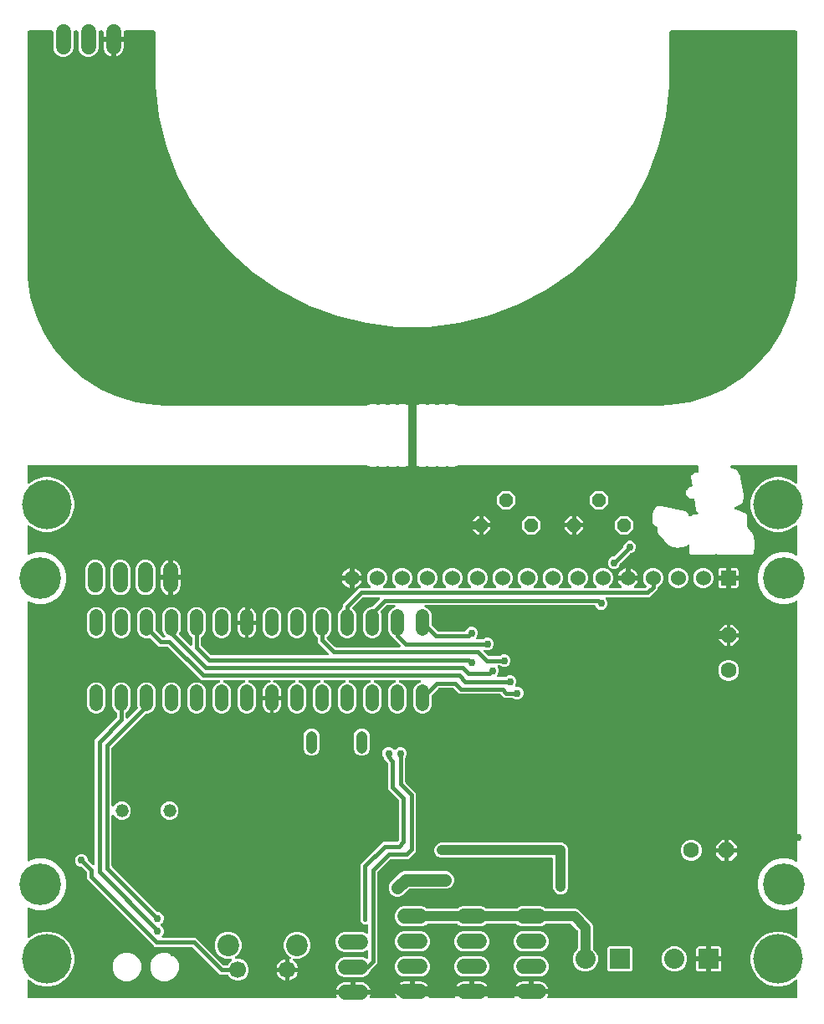
<source format=gbr>
G04 EAGLE Gerber X2 export*
%TF.Part,Single*%
%TF.FileFunction,Copper,L2,Bot,Mixed*%
%TF.FilePolarity,Positive*%
%TF.GenerationSoftware,Autodesk,EAGLE,8.6.1*%
%TF.CreationDate,2018-02-27T16:58:27Z*%
G75*
%MOMM*%
%FSLAX34Y34*%
%LPD*%
%AMOC8*
5,1,8,0,0,1.08239X$1,22.5*%
G01*
%ADD10C,1.320800*%
%ADD11C,1.320800*%
%ADD12C,1.117600*%
%ADD13C,2.200000*%
%ADD14C,1.700000*%
%ADD15R,1.524000X1.524000*%
%ADD16C,1.524000*%
%ADD17P,1.429621X8X22.500000*%
%ADD18R,2.032000X2.032000*%
%ADD19C,2.032000*%
%ADD20P,1.732040X8X22.500000*%
%ADD21C,1.600200*%
%ADD22P,1.732040X8X112.500000*%
%ADD23C,1.524000*%
%ADD24C,0.756400*%
%ADD25C,1.016000*%
%ADD26C,0.812800*%
%ADD27C,0.406400*%
%ADD28C,5.016000*%
%ADD29C,1.270000*%
%ADD30C,4.216000*%

G36*
X322259Y10223D02*
X322259Y10223D01*
X322359Y10226D01*
X322416Y10243D01*
X322476Y10251D01*
X322569Y10287D01*
X322664Y10315D01*
X322716Y10345D01*
X322772Y10368D01*
X322852Y10426D01*
X322938Y10477D01*
X322980Y10519D01*
X323029Y10554D01*
X323093Y10631D01*
X323163Y10701D01*
X323194Y10753D01*
X323232Y10799D01*
X323274Y10889D01*
X323325Y10975D01*
X323342Y11033D01*
X323368Y11087D01*
X323386Y11185D01*
X323414Y11280D01*
X323416Y11340D01*
X323427Y11399D01*
X323421Y11499D01*
X323424Y11598D01*
X323411Y11657D01*
X323408Y11717D01*
X323377Y11811D01*
X323355Y11908D01*
X323316Y12000D01*
X323310Y12019D01*
X323303Y12030D01*
X323292Y12056D01*
X322964Y12700D01*
X322521Y14061D01*
X338730Y14061D01*
X338848Y14076D01*
X338967Y14083D01*
X339005Y14096D01*
X339045Y14101D01*
X339156Y14144D01*
X339269Y14181D01*
X339303Y14203D01*
X339341Y14218D01*
X339437Y14288D01*
X339538Y14351D01*
X339566Y14381D01*
X339598Y14404D01*
X339674Y14496D01*
X339756Y14583D01*
X339775Y14618D01*
X339801Y14649D01*
X339852Y14757D01*
X339909Y14861D01*
X339920Y14901D01*
X339937Y14937D01*
X339959Y15054D01*
X339989Y15169D01*
X339993Y15230D01*
X339997Y15250D01*
X339995Y15270D01*
X339999Y15330D01*
X339999Y16601D01*
X340001Y16601D01*
X340001Y15330D01*
X340016Y15212D01*
X340023Y15093D01*
X340036Y15055D01*
X340041Y15014D01*
X340085Y14903D01*
X340121Y14791D01*
X340143Y14756D01*
X340158Y14719D01*
X340228Y14623D01*
X340291Y14522D01*
X340321Y14494D01*
X340345Y14461D01*
X340436Y14386D01*
X340523Y14304D01*
X340558Y14284D01*
X340590Y14259D01*
X340697Y14208D01*
X340802Y14150D01*
X340841Y14140D01*
X340877Y14123D01*
X340994Y14101D01*
X341109Y14071D01*
X341170Y14067D01*
X341190Y14063D01*
X341210Y14065D01*
X341270Y14061D01*
X357479Y14061D01*
X357036Y12700D01*
X356708Y12056D01*
X356675Y11963D01*
X356632Y11873D01*
X356621Y11814D01*
X356601Y11757D01*
X356591Y11658D01*
X356573Y11560D01*
X356576Y11500D01*
X356571Y11440D01*
X356586Y11342D01*
X356592Y11243D01*
X356611Y11186D01*
X356620Y11126D01*
X356660Y11035D01*
X356690Y10941D01*
X356723Y10890D01*
X356747Y10834D01*
X356807Y10756D01*
X356861Y10672D01*
X356905Y10631D01*
X356941Y10583D01*
X357020Y10522D01*
X357092Y10454D01*
X357145Y10425D01*
X357193Y10388D01*
X357284Y10348D01*
X357371Y10300D01*
X357429Y10285D01*
X357484Y10261D01*
X357582Y10246D01*
X357679Y10221D01*
X357778Y10215D01*
X357798Y10211D01*
X357811Y10213D01*
X357839Y10211D01*
X382313Y10211D01*
X382412Y10223D01*
X382511Y10226D01*
X382569Y10243D01*
X382629Y10251D01*
X382721Y10287D01*
X382817Y10315D01*
X382869Y10345D01*
X382925Y10368D01*
X383005Y10426D01*
X383091Y10477D01*
X383133Y10519D01*
X383182Y10554D01*
X383246Y10631D01*
X383316Y10701D01*
X383346Y10753D01*
X383385Y10799D01*
X383427Y10889D01*
X383478Y10975D01*
X383495Y11033D01*
X383520Y11087D01*
X383539Y11185D01*
X383567Y11280D01*
X383569Y11340D01*
X383580Y11399D01*
X383574Y11499D01*
X383577Y11598D01*
X383564Y11657D01*
X383560Y11717D01*
X383530Y11811D01*
X383508Y11908D01*
X383469Y12000D01*
X383462Y12019D01*
X383456Y12030D01*
X383444Y12056D01*
X382964Y13000D01*
X382521Y14361D01*
X398730Y14361D01*
X398848Y14376D01*
X398967Y14383D01*
X399005Y14396D01*
X399045Y14401D01*
X399156Y14444D01*
X399269Y14481D01*
X399303Y14503D01*
X399341Y14518D01*
X399437Y14588D01*
X399538Y14651D01*
X399566Y14681D01*
X399598Y14704D01*
X399674Y14796D01*
X399756Y14883D01*
X399775Y14918D01*
X399801Y14949D01*
X399852Y15057D01*
X399909Y15161D01*
X399920Y15201D01*
X399937Y15237D01*
X399959Y15354D01*
X399989Y15469D01*
X399993Y15530D01*
X399997Y15550D01*
X399995Y15570D01*
X399999Y15630D01*
X399999Y16901D01*
X400001Y16901D01*
X400001Y15630D01*
X400016Y15512D01*
X400023Y15393D01*
X400036Y15355D01*
X400041Y15314D01*
X400085Y15204D01*
X400121Y15091D01*
X400143Y15056D01*
X400158Y15019D01*
X400228Y14923D01*
X400291Y14822D01*
X400321Y14794D01*
X400345Y14761D01*
X400436Y14686D01*
X400523Y14604D01*
X400558Y14584D01*
X400590Y14559D01*
X400697Y14508D01*
X400802Y14450D01*
X400841Y14440D01*
X400877Y14423D01*
X400994Y14401D01*
X401109Y14371D01*
X401170Y14367D01*
X401190Y14363D01*
X401210Y14365D01*
X401270Y14361D01*
X417479Y14361D01*
X417036Y13000D01*
X416556Y12056D01*
X416522Y11963D01*
X416480Y11873D01*
X416468Y11814D01*
X416448Y11757D01*
X416438Y11658D01*
X416420Y11560D01*
X416424Y11500D01*
X416418Y11440D01*
X416433Y11342D01*
X416440Y11243D01*
X416458Y11186D01*
X416468Y11126D01*
X416507Y11035D01*
X416538Y10941D01*
X416570Y10890D01*
X416594Y10834D01*
X416655Y10756D01*
X416708Y10672D01*
X416752Y10631D01*
X416789Y10583D01*
X416867Y10522D01*
X416939Y10454D01*
X416992Y10425D01*
X417040Y10388D01*
X417131Y10348D01*
X417218Y10300D01*
X417276Y10285D01*
X417331Y10261D01*
X417430Y10246D01*
X417526Y10221D01*
X417625Y10215D01*
X417646Y10211D01*
X417658Y10213D01*
X417687Y10211D01*
X442313Y10211D01*
X442412Y10223D01*
X442511Y10226D01*
X442569Y10243D01*
X442629Y10251D01*
X442721Y10287D01*
X442817Y10315D01*
X442869Y10345D01*
X442925Y10368D01*
X443005Y10426D01*
X443091Y10477D01*
X443133Y10519D01*
X443182Y10554D01*
X443246Y10631D01*
X443316Y10701D01*
X443346Y10753D01*
X443385Y10799D01*
X443427Y10889D01*
X443478Y10975D01*
X443495Y11033D01*
X443520Y11087D01*
X443539Y11185D01*
X443567Y11280D01*
X443569Y11340D01*
X443580Y11399D01*
X443574Y11499D01*
X443577Y11598D01*
X443564Y11657D01*
X443560Y11717D01*
X443530Y11811D01*
X443508Y11908D01*
X443469Y12000D01*
X443462Y12019D01*
X443456Y12030D01*
X443444Y12056D01*
X442964Y13000D01*
X442521Y14361D01*
X458730Y14361D01*
X458848Y14376D01*
X458967Y14383D01*
X459005Y14396D01*
X459045Y14401D01*
X459156Y14444D01*
X459269Y14481D01*
X459303Y14503D01*
X459341Y14518D01*
X459437Y14588D01*
X459538Y14651D01*
X459566Y14681D01*
X459598Y14704D01*
X459674Y14796D01*
X459756Y14883D01*
X459775Y14918D01*
X459801Y14949D01*
X459852Y15057D01*
X459909Y15161D01*
X459920Y15201D01*
X459937Y15237D01*
X459959Y15354D01*
X459989Y15469D01*
X459993Y15530D01*
X459997Y15550D01*
X459995Y15570D01*
X459999Y15630D01*
X459999Y16901D01*
X460001Y16901D01*
X460001Y15630D01*
X460016Y15512D01*
X460023Y15393D01*
X460036Y15355D01*
X460041Y15314D01*
X460085Y15204D01*
X460121Y15091D01*
X460143Y15056D01*
X460158Y15019D01*
X460228Y14923D01*
X460291Y14822D01*
X460321Y14794D01*
X460345Y14761D01*
X460436Y14686D01*
X460523Y14604D01*
X460558Y14584D01*
X460590Y14559D01*
X460697Y14508D01*
X460802Y14450D01*
X460841Y14440D01*
X460877Y14423D01*
X460994Y14401D01*
X461109Y14371D01*
X461170Y14367D01*
X461190Y14363D01*
X461210Y14365D01*
X461270Y14361D01*
X477479Y14361D01*
X477036Y13000D01*
X476556Y12056D01*
X476522Y11963D01*
X476480Y11873D01*
X476468Y11814D01*
X476448Y11757D01*
X476438Y11658D01*
X476420Y11560D01*
X476424Y11500D01*
X476418Y11440D01*
X476433Y11342D01*
X476440Y11243D01*
X476458Y11186D01*
X476468Y11126D01*
X476507Y11035D01*
X476538Y10941D01*
X476570Y10890D01*
X476594Y10834D01*
X476655Y10756D01*
X476708Y10672D01*
X476752Y10631D01*
X476789Y10583D01*
X476867Y10522D01*
X476939Y10454D01*
X476992Y10425D01*
X477040Y10388D01*
X477131Y10348D01*
X477218Y10300D01*
X477276Y10285D01*
X477331Y10261D01*
X477430Y10246D01*
X477526Y10221D01*
X477625Y10215D01*
X477646Y10211D01*
X477658Y10213D01*
X477687Y10211D01*
X502313Y10211D01*
X502412Y10223D01*
X502511Y10226D01*
X502569Y10243D01*
X502629Y10251D01*
X502721Y10287D01*
X502817Y10315D01*
X502869Y10345D01*
X502925Y10368D01*
X503005Y10426D01*
X503091Y10477D01*
X503133Y10519D01*
X503182Y10554D01*
X503246Y10631D01*
X503316Y10701D01*
X503346Y10753D01*
X503385Y10799D01*
X503427Y10889D01*
X503478Y10975D01*
X503495Y11033D01*
X503520Y11087D01*
X503539Y11185D01*
X503567Y11280D01*
X503569Y11340D01*
X503580Y11399D01*
X503574Y11499D01*
X503577Y11598D01*
X503564Y11657D01*
X503560Y11717D01*
X503530Y11811D01*
X503508Y11908D01*
X503469Y12000D01*
X503462Y12019D01*
X503456Y12030D01*
X503444Y12056D01*
X502964Y13000D01*
X502521Y14361D01*
X518730Y14361D01*
X518848Y14376D01*
X518967Y14383D01*
X519005Y14396D01*
X519045Y14401D01*
X519156Y14444D01*
X519269Y14481D01*
X519303Y14503D01*
X519341Y14518D01*
X519437Y14588D01*
X519538Y14651D01*
X519566Y14681D01*
X519598Y14704D01*
X519674Y14796D01*
X519756Y14883D01*
X519775Y14918D01*
X519801Y14949D01*
X519852Y15057D01*
X519909Y15161D01*
X519920Y15201D01*
X519937Y15237D01*
X519959Y15354D01*
X519989Y15469D01*
X519993Y15530D01*
X519997Y15550D01*
X519995Y15570D01*
X519999Y15630D01*
X519999Y16901D01*
X520001Y16901D01*
X520001Y15630D01*
X520016Y15512D01*
X520023Y15393D01*
X520036Y15355D01*
X520041Y15314D01*
X520085Y15204D01*
X520121Y15091D01*
X520143Y15056D01*
X520158Y15019D01*
X520228Y14923D01*
X520291Y14822D01*
X520321Y14794D01*
X520345Y14761D01*
X520436Y14686D01*
X520523Y14604D01*
X520558Y14584D01*
X520590Y14559D01*
X520697Y14508D01*
X520802Y14450D01*
X520841Y14440D01*
X520877Y14423D01*
X520994Y14401D01*
X521109Y14371D01*
X521170Y14367D01*
X521190Y14363D01*
X521210Y14365D01*
X521270Y14361D01*
X537479Y14361D01*
X537036Y13000D01*
X536556Y12056D01*
X536522Y11963D01*
X536480Y11873D01*
X536468Y11814D01*
X536448Y11757D01*
X536438Y11658D01*
X536420Y11560D01*
X536424Y11500D01*
X536418Y11440D01*
X536433Y11342D01*
X536440Y11243D01*
X536458Y11186D01*
X536468Y11126D01*
X536507Y11035D01*
X536538Y10941D01*
X536570Y10890D01*
X536594Y10834D01*
X536655Y10756D01*
X536708Y10672D01*
X536752Y10631D01*
X536789Y10583D01*
X536867Y10522D01*
X536939Y10454D01*
X536992Y10425D01*
X537040Y10388D01*
X537131Y10348D01*
X537218Y10300D01*
X537276Y10285D01*
X537331Y10261D01*
X537430Y10246D01*
X537526Y10221D01*
X537625Y10215D01*
X537646Y10211D01*
X537658Y10213D01*
X537687Y10211D01*
X788520Y10211D01*
X788638Y10226D01*
X788757Y10233D01*
X788795Y10246D01*
X788836Y10251D01*
X788946Y10294D01*
X789059Y10331D01*
X789094Y10353D01*
X789131Y10368D01*
X789227Y10437D01*
X789328Y10501D01*
X789356Y10531D01*
X789389Y10554D01*
X789465Y10646D01*
X789546Y10733D01*
X789566Y10768D01*
X789591Y10799D01*
X789642Y10907D01*
X789700Y11011D01*
X789710Y11051D01*
X789727Y11087D01*
X789749Y11204D01*
X789779Y11319D01*
X789783Y11379D01*
X789787Y11399D01*
X789785Y11420D01*
X789789Y11480D01*
X789789Y27663D01*
X789772Y27801D01*
X789759Y27940D01*
X789752Y27959D01*
X789749Y27979D01*
X789698Y28108D01*
X789651Y28239D01*
X789640Y28256D01*
X789632Y28275D01*
X789551Y28387D01*
X789473Y28502D01*
X789457Y28516D01*
X789446Y28532D01*
X789338Y28621D01*
X789234Y28713D01*
X789216Y28722D01*
X789201Y28735D01*
X789075Y28794D01*
X788951Y28857D01*
X788931Y28862D01*
X788913Y28870D01*
X788776Y28896D01*
X788641Y28927D01*
X788620Y28926D01*
X788601Y28930D01*
X788462Y28922D01*
X788323Y28917D01*
X788303Y28912D01*
X788283Y28910D01*
X788151Y28868D01*
X788017Y28829D01*
X788000Y28819D01*
X787981Y28812D01*
X787863Y28738D01*
X787743Y28667D01*
X787722Y28649D01*
X787712Y28642D01*
X787698Y28627D01*
X787623Y28561D01*
X786960Y27898D01*
X780661Y24262D01*
X773636Y22379D01*
X766364Y22379D01*
X759339Y24262D01*
X753041Y27898D01*
X747898Y33041D01*
X744262Y39339D01*
X742379Y46364D01*
X742379Y53636D01*
X744262Y60661D01*
X747898Y66959D01*
X753041Y72102D01*
X759339Y75738D01*
X766364Y77621D01*
X773636Y77621D01*
X780661Y75738D01*
X786960Y72102D01*
X787623Y71439D01*
X787732Y71354D01*
X787839Y71265D01*
X787858Y71257D01*
X787874Y71244D01*
X788002Y71189D01*
X788127Y71130D01*
X788147Y71126D01*
X788166Y71118D01*
X788304Y71096D01*
X788440Y71070D01*
X788460Y71071D01*
X788480Y71068D01*
X788619Y71081D01*
X788757Y71090D01*
X788776Y71096D01*
X788796Y71098D01*
X788927Y71145D01*
X789059Y71188D01*
X789077Y71198D01*
X789096Y71205D01*
X789210Y71283D01*
X789328Y71358D01*
X789342Y71373D01*
X789359Y71384D01*
X789451Y71488D01*
X789546Y71589D01*
X789556Y71607D01*
X789569Y71622D01*
X789632Y71746D01*
X789700Y71868D01*
X789705Y71888D01*
X789714Y71906D01*
X789744Y72041D01*
X789779Y72176D01*
X789781Y72204D01*
X789784Y72216D01*
X789783Y72236D01*
X789789Y72337D01*
X789789Y101286D01*
X789773Y101417D01*
X789762Y101549D01*
X789753Y101575D01*
X789749Y101602D01*
X789701Y101724D01*
X789657Y101850D01*
X789642Y101872D01*
X789632Y101897D01*
X789555Y102004D01*
X789481Y102115D01*
X789461Y102133D01*
X789446Y102155D01*
X789343Y102239D01*
X789245Y102328D01*
X789221Y102340D01*
X789201Y102357D01*
X789081Y102414D01*
X788964Y102475D01*
X788937Y102481D01*
X788913Y102493D01*
X788783Y102518D01*
X788654Y102548D01*
X788627Y102548D01*
X788601Y102553D01*
X788469Y102544D01*
X788336Y102542D01*
X788310Y102535D01*
X788283Y102533D01*
X788157Y102492D01*
X788030Y102457D01*
X787995Y102440D01*
X787981Y102435D01*
X787962Y102423D01*
X787885Y102385D01*
X785698Y101122D01*
X779044Y99339D01*
X772156Y99339D01*
X765502Y101122D01*
X759537Y104566D01*
X754666Y109437D01*
X751222Y115402D01*
X749439Y122056D01*
X749439Y128944D01*
X751222Y135598D01*
X754666Y141563D01*
X759537Y146434D01*
X765502Y149878D01*
X772156Y151661D01*
X779044Y151661D01*
X785698Y149878D01*
X787885Y148615D01*
X788008Y148563D01*
X788127Y148507D01*
X788154Y148502D01*
X788179Y148492D01*
X788310Y148472D01*
X788440Y148447D01*
X788466Y148449D01*
X788493Y148445D01*
X788625Y148459D01*
X788757Y148467D01*
X788783Y148475D01*
X788809Y148478D01*
X788934Y148524D01*
X789059Y148565D01*
X789082Y148580D01*
X789108Y148589D01*
X789216Y148664D01*
X789328Y148735D01*
X789347Y148755D01*
X789369Y148770D01*
X789455Y148870D01*
X789546Y148967D01*
X789559Y148991D01*
X789577Y149011D01*
X789636Y149129D01*
X789700Y149245D01*
X789706Y149271D01*
X789718Y149296D01*
X789746Y149425D01*
X789779Y149553D01*
X789781Y149591D01*
X789785Y149607D01*
X789784Y149629D01*
X789789Y149714D01*
X789789Y411286D01*
X789773Y411417D01*
X789762Y411549D01*
X789753Y411575D01*
X789749Y411602D01*
X789701Y411724D01*
X789657Y411850D01*
X789642Y411872D01*
X789632Y411897D01*
X789555Y412004D01*
X789481Y412115D01*
X789461Y412133D01*
X789446Y412155D01*
X789343Y412239D01*
X789245Y412328D01*
X789221Y412340D01*
X789201Y412357D01*
X789081Y412414D01*
X788964Y412475D01*
X788937Y412481D01*
X788913Y412493D01*
X788783Y412518D01*
X788654Y412548D01*
X788627Y412548D01*
X788601Y412553D01*
X788469Y412544D01*
X788336Y412542D01*
X788310Y412535D01*
X788283Y412533D01*
X788157Y412492D01*
X788030Y412457D01*
X787995Y412440D01*
X787981Y412435D01*
X787962Y412423D01*
X787885Y412385D01*
X785698Y411122D01*
X779044Y409339D01*
X772156Y409339D01*
X765502Y411122D01*
X759537Y414566D01*
X754666Y419437D01*
X751222Y425402D01*
X749439Y432056D01*
X749439Y438944D01*
X751222Y445598D01*
X754666Y451563D01*
X759537Y456434D01*
X765502Y459878D01*
X772156Y461661D01*
X779044Y461661D01*
X785698Y459878D01*
X787885Y458615D01*
X788008Y458563D01*
X788127Y458507D01*
X788154Y458502D01*
X788179Y458492D01*
X788310Y458472D01*
X788440Y458447D01*
X788466Y458449D01*
X788493Y458445D01*
X788625Y458459D01*
X788757Y458467D01*
X788783Y458475D01*
X788809Y458478D01*
X788934Y458524D01*
X789059Y458565D01*
X789082Y458580D01*
X789108Y458589D01*
X789216Y458664D01*
X789328Y458735D01*
X789347Y458755D01*
X789369Y458770D01*
X789455Y458870D01*
X789546Y458967D01*
X789559Y458991D01*
X789577Y459011D01*
X789636Y459129D01*
X789700Y459245D01*
X789706Y459271D01*
X789718Y459296D01*
X789746Y459425D01*
X789779Y459553D01*
X789781Y459591D01*
X789785Y459607D01*
X789784Y459629D01*
X789789Y459714D01*
X789789Y487663D01*
X789772Y487801D01*
X789759Y487940D01*
X789752Y487959D01*
X789749Y487979D01*
X789698Y488108D01*
X789651Y488239D01*
X789640Y488256D01*
X789632Y488275D01*
X789551Y488387D01*
X789473Y488502D01*
X789457Y488516D01*
X789446Y488532D01*
X789338Y488621D01*
X789234Y488713D01*
X789216Y488722D01*
X789201Y488735D01*
X789075Y488794D01*
X788951Y488857D01*
X788931Y488862D01*
X788913Y488870D01*
X788776Y488896D01*
X788641Y488927D01*
X788620Y488926D01*
X788601Y488930D01*
X788462Y488922D01*
X788323Y488917D01*
X788303Y488912D01*
X788283Y488910D01*
X788151Y488868D01*
X788017Y488829D01*
X788000Y488819D01*
X787981Y488812D01*
X787863Y488738D01*
X787743Y488667D01*
X787722Y488649D01*
X787712Y488642D01*
X787698Y488627D01*
X787623Y488561D01*
X786960Y487898D01*
X780661Y484262D01*
X773636Y482379D01*
X766364Y482379D01*
X759339Y484262D01*
X753041Y487898D01*
X747898Y493041D01*
X744262Y499339D01*
X742379Y506364D01*
X742379Y513636D01*
X744262Y520661D01*
X747898Y526959D01*
X753041Y532102D01*
X759339Y535738D01*
X766364Y537621D01*
X773636Y537621D01*
X780661Y535738D01*
X786960Y532102D01*
X787623Y531439D01*
X787732Y531354D01*
X787839Y531265D01*
X787858Y531257D01*
X787874Y531244D01*
X788002Y531189D01*
X788127Y531130D01*
X788147Y531126D01*
X788166Y531118D01*
X788304Y531096D01*
X788440Y531070D01*
X788460Y531071D01*
X788480Y531068D01*
X788619Y531081D01*
X788757Y531090D01*
X788776Y531096D01*
X788796Y531098D01*
X788927Y531145D01*
X789059Y531188D01*
X789077Y531198D01*
X789096Y531205D01*
X789210Y531283D01*
X789328Y531358D01*
X789342Y531373D01*
X789359Y531384D01*
X789451Y531488D01*
X789546Y531589D01*
X789556Y531607D01*
X789569Y531622D01*
X789632Y531746D01*
X789700Y531868D01*
X789705Y531888D01*
X789714Y531906D01*
X789744Y532041D01*
X789779Y532176D01*
X789781Y532204D01*
X789784Y532216D01*
X789783Y532236D01*
X789789Y532337D01*
X789789Y548520D01*
X789774Y548638D01*
X789767Y548757D01*
X789754Y548795D01*
X789749Y548836D01*
X789706Y548946D01*
X789669Y549059D01*
X789647Y549094D01*
X789632Y549131D01*
X789563Y549227D01*
X789499Y549328D01*
X789469Y549356D01*
X789446Y549389D01*
X789354Y549465D01*
X789267Y549546D01*
X789232Y549566D01*
X789201Y549591D01*
X789093Y549642D01*
X788989Y549700D01*
X788949Y549710D01*
X788913Y549727D01*
X788796Y549749D01*
X788681Y549779D01*
X788621Y549783D01*
X788601Y549787D01*
X788580Y549785D01*
X788520Y549789D01*
X723344Y549789D01*
X723225Y549774D01*
X723107Y549767D01*
X723068Y549754D01*
X723028Y549749D01*
X722917Y549706D01*
X722804Y549669D01*
X722770Y549647D01*
X722732Y549632D01*
X722636Y549563D01*
X722536Y549499D01*
X722508Y549469D01*
X722475Y549446D01*
X722399Y549354D01*
X722318Y549267D01*
X722298Y549232D01*
X722272Y549201D01*
X722222Y549093D01*
X722164Y548989D01*
X722154Y548949D01*
X722137Y548913D01*
X722114Y548796D01*
X722085Y548681D01*
X722081Y548621D01*
X722077Y548601D01*
X722078Y548580D01*
X722074Y548520D01*
X722074Y547417D01*
X722089Y547299D01*
X722097Y547180D01*
X722109Y547142D01*
X722114Y547102D01*
X722158Y546991D01*
X722195Y546878D01*
X722216Y546844D01*
X722231Y546806D01*
X722301Y546710D01*
X722365Y546609D01*
X722394Y546581D01*
X722418Y546549D01*
X722510Y546473D01*
X722597Y546391D01*
X722632Y546372D01*
X722663Y546346D01*
X722771Y546295D01*
X722875Y546238D01*
X722914Y546228D01*
X722951Y546210D01*
X723068Y546188D01*
X723183Y546158D01*
X723243Y546154D01*
X723263Y546151D01*
X723284Y546152D01*
X723344Y546148D01*
X725260Y546148D01*
X725310Y546098D01*
X725388Y546037D01*
X725460Y545970D01*
X725513Y545940D01*
X725561Y545903D01*
X725652Y545864D01*
X725739Y545816D01*
X725797Y545801D01*
X725853Y545777D01*
X725951Y545761D01*
X726046Y545737D01*
X726146Y545730D01*
X726167Y545727D01*
X726179Y545728D01*
X726207Y545726D01*
X727368Y545726D01*
X727420Y545674D01*
X727454Y545648D01*
X729288Y543814D01*
X729288Y543476D01*
X729301Y543378D01*
X729304Y543279D01*
X729320Y543221D01*
X729328Y543160D01*
X729364Y543068D01*
X729392Y542973D01*
X729423Y542921D01*
X729445Y542865D01*
X729503Y542785D01*
X729553Y542699D01*
X729620Y542624D01*
X729632Y542607D01*
X729641Y542600D01*
X729660Y542578D01*
X729694Y542544D01*
X729694Y542239D01*
X729707Y542141D01*
X729710Y542042D01*
X729727Y541984D01*
X729734Y541924D01*
X729771Y541831D01*
X729798Y541736D01*
X729829Y541684D01*
X729851Y541628D01*
X729909Y541548D01*
X729960Y541462D01*
X730026Y541387D01*
X730038Y541371D01*
X730048Y541363D01*
X730066Y541342D01*
X730874Y540534D01*
X730890Y540516D01*
X730902Y540499D01*
X730911Y540492D01*
X730930Y540470D01*
X731396Y540004D01*
X731396Y539691D01*
X731409Y539593D01*
X731412Y539494D01*
X731429Y539436D01*
X731436Y539376D01*
X731473Y539284D01*
X731500Y539189D01*
X731531Y539136D01*
X731553Y539080D01*
X731611Y539000D01*
X731662Y538915D01*
X731728Y538839D01*
X731740Y538823D01*
X731749Y538815D01*
X731768Y538794D01*
X731828Y538734D01*
X731828Y537550D01*
X731841Y537452D01*
X731844Y537353D01*
X731860Y537295D01*
X731868Y537235D01*
X731904Y537143D01*
X731932Y537047D01*
X731963Y536995D01*
X731985Y536939D01*
X732043Y536859D01*
X732093Y536774D01*
X732160Y536698D01*
X732172Y536682D01*
X732181Y536674D01*
X732200Y536653D01*
X732234Y536618D01*
X732234Y535036D01*
X732247Y534937D01*
X732250Y534838D01*
X732267Y534780D01*
X732274Y534720D01*
X732311Y534628D01*
X732338Y534533D01*
X732369Y534481D01*
X732391Y534424D01*
X732449Y534344D01*
X732500Y534259D01*
X732566Y534184D01*
X732578Y534167D01*
X732588Y534159D01*
X732606Y534138D01*
X732666Y534078D01*
X732666Y532917D01*
X732679Y532819D01*
X732682Y532720D01*
X732699Y532662D01*
X732706Y532602D01*
X732743Y532510D01*
X732770Y532415D01*
X732801Y532362D01*
X732823Y532306D01*
X732881Y532226D01*
X732932Y532141D01*
X732998Y532065D01*
X733010Y532049D01*
X733019Y532041D01*
X733038Y532020D01*
X733098Y531960D01*
X733098Y530352D01*
X733111Y530253D01*
X733114Y530155D01*
X733130Y530096D01*
X733138Y530036D01*
X733174Y529944D01*
X733202Y529849D01*
X733233Y529797D01*
X733255Y529741D01*
X733313Y529661D01*
X733363Y529575D01*
X733430Y529500D01*
X733442Y529483D01*
X733451Y529475D01*
X733470Y529454D01*
X733504Y529420D01*
X733504Y528261D01*
X733517Y528163D01*
X733520Y528064D01*
X733537Y528006D01*
X733544Y527946D01*
X733581Y527854D01*
X733608Y527759D01*
X733639Y527707D01*
X733661Y527650D01*
X733719Y527570D01*
X733770Y527485D01*
X733836Y527409D01*
X733848Y527393D01*
X733858Y527385D01*
X733876Y527364D01*
X733936Y527304D01*
X733936Y526567D01*
X733949Y526469D01*
X733952Y526370D01*
X733969Y526312D01*
X733976Y526252D01*
X734013Y526160D01*
X734040Y526065D01*
X734071Y526012D01*
X734093Y525956D01*
X734151Y525876D01*
X734202Y525791D01*
X734268Y525715D01*
X734280Y525699D01*
X734289Y525691D01*
X734308Y525670D01*
X734368Y525610D01*
X734368Y524426D01*
X734381Y524328D01*
X734384Y524229D01*
X734400Y524171D01*
X734408Y524110D01*
X734444Y524018D01*
X734472Y523923D01*
X734503Y523871D01*
X734525Y523815D01*
X734583Y523735D01*
X734633Y523649D01*
X734700Y523574D01*
X734712Y523557D01*
X734721Y523550D01*
X734740Y523528D01*
X734774Y523494D01*
X734774Y521911D01*
X734787Y521813D01*
X734790Y521714D01*
X734807Y521656D01*
X734814Y521596D01*
X734851Y521504D01*
X734878Y521409D01*
X734909Y521357D01*
X734931Y521300D01*
X734989Y521220D01*
X735040Y521135D01*
X735106Y521059D01*
X735118Y521043D01*
X735128Y521035D01*
X735146Y521014D01*
X735206Y520954D01*
X735206Y515885D01*
X735146Y515825D01*
X735085Y515747D01*
X735018Y515674D01*
X734988Y515621D01*
X734951Y515574D01*
X734912Y515483D01*
X734864Y515396D01*
X734849Y515337D01*
X734825Y515282D01*
X734809Y515184D01*
X734785Y515088D01*
X734778Y514988D01*
X734775Y514968D01*
X734776Y514955D01*
X734774Y514927D01*
X734774Y512499D01*
X734740Y512464D01*
X734679Y512386D01*
X734675Y512382D01*
X732868Y510574D01*
X732865Y510574D01*
X732766Y510571D01*
X732708Y510554D01*
X732648Y510547D01*
X732556Y510510D01*
X732461Y510483D01*
X732408Y510452D01*
X732352Y510430D01*
X732272Y510372D01*
X732187Y510321D01*
X732111Y510255D01*
X732095Y510243D01*
X732087Y510233D01*
X732066Y510215D01*
X732003Y510152D01*
X731931Y510150D01*
X731872Y510133D01*
X731812Y510125D01*
X731720Y510089D01*
X731625Y510061D01*
X731573Y510030D01*
X731517Y510008D01*
X731437Y509950D01*
X731351Y509900D01*
X731276Y509833D01*
X731259Y509821D01*
X731252Y509812D01*
X731230Y509793D01*
X731165Y509728D01*
X731092Y509725D01*
X731034Y509709D01*
X730974Y509701D01*
X730882Y509664D01*
X730787Y509637D01*
X730735Y509606D01*
X730678Y509584D01*
X730598Y509526D01*
X730513Y509475D01*
X730438Y509409D01*
X730421Y509397D01*
X730413Y509388D01*
X730392Y509369D01*
X730328Y509304D01*
X730325Y509304D01*
X730226Y509301D01*
X730168Y509284D01*
X730108Y509277D01*
X730016Y509240D01*
X729921Y509213D01*
X729869Y509182D01*
X729812Y509160D01*
X729732Y509102D01*
X729647Y509051D01*
X729571Y508985D01*
X729555Y508973D01*
X729547Y508963D01*
X729526Y508945D01*
X729463Y508882D01*
X729391Y508880D01*
X729332Y508863D01*
X729272Y508855D01*
X729180Y508819D01*
X729085Y508791D01*
X729033Y508760D01*
X728977Y508738D01*
X728897Y508680D01*
X728811Y508630D01*
X728736Y508563D01*
X728719Y508551D01*
X728711Y508542D01*
X728690Y508523D01*
X728625Y508458D01*
X728552Y508455D01*
X728494Y508439D01*
X728434Y508431D01*
X728342Y508395D01*
X728247Y508367D01*
X728195Y508336D01*
X728138Y508314D01*
X728058Y508256D01*
X727973Y508205D01*
X727898Y508139D01*
X727881Y508127D01*
X727873Y508118D01*
X727852Y508099D01*
X727788Y508034D01*
X727785Y508034D01*
X727686Y508031D01*
X727628Y508014D01*
X727568Y508007D01*
X727476Y507970D01*
X727381Y507943D01*
X727328Y507912D01*
X727272Y507890D01*
X727192Y507832D01*
X727107Y507781D01*
X727031Y507715D01*
X727015Y507703D01*
X727007Y507693D01*
X726986Y507675D01*
X726929Y507618D01*
X726837Y507598D01*
X726732Y507585D01*
X726682Y507565D01*
X726629Y507554D01*
X726480Y507491D01*
X726460Y507477D01*
X726437Y507468D01*
X726328Y507389D01*
X726216Y507314D01*
X726199Y507296D01*
X726179Y507281D01*
X726093Y507178D01*
X726004Y507077D01*
X725992Y507055D01*
X725976Y507036D01*
X725919Y506915D01*
X725857Y506795D01*
X725851Y506771D01*
X725841Y506749D01*
X725816Y506617D01*
X725785Y506485D01*
X725786Y506460D01*
X725781Y506436D01*
X725789Y506302D01*
X725793Y506167D01*
X725799Y506143D01*
X725801Y506119D01*
X725842Y505991D01*
X725879Y505861D01*
X725891Y505840D01*
X725899Y505816D01*
X725971Y505703D01*
X726038Y505586D01*
X726056Y505568D01*
X726069Y505548D01*
X726167Y505455D01*
X726261Y505359D01*
X726283Y505347D01*
X726301Y505330D01*
X726419Y505265D01*
X726534Y505195D01*
X726557Y505188D01*
X726579Y505176D01*
X726710Y505142D01*
X726838Y505104D01*
X726863Y505103D01*
X726887Y505097D01*
X726929Y505094D01*
X726989Y505034D01*
X727067Y504973D01*
X727139Y504905D01*
X727192Y504876D01*
X727240Y504839D01*
X727331Y504800D01*
X727417Y504752D01*
X727476Y504737D01*
X727532Y504713D01*
X727630Y504697D01*
X727725Y504672D01*
X727825Y504666D01*
X727846Y504663D01*
X727858Y504664D01*
X727886Y504662D01*
X728206Y504662D01*
X728259Y504610D01*
X728337Y504549D01*
X728409Y504481D01*
X728462Y504452D01*
X728510Y504415D01*
X728601Y504376D01*
X728687Y504328D01*
X728746Y504313D01*
X728802Y504289D01*
X728899Y504273D01*
X728995Y504248D01*
X729095Y504242D01*
X729116Y504239D01*
X729128Y504240D01*
X729156Y504238D01*
X729476Y504238D01*
X729526Y504188D01*
X729604Y504127D01*
X729676Y504060D01*
X729729Y504030D01*
X729777Y503993D01*
X729868Y503954D01*
X729955Y503906D01*
X730013Y503891D01*
X730069Y503867D01*
X730167Y503851D01*
X730263Y503827D01*
X730363Y503820D01*
X730383Y503817D01*
X730396Y503818D01*
X730424Y503816D01*
X730746Y503816D01*
X730799Y503764D01*
X730877Y503703D01*
X730949Y503635D01*
X731002Y503606D01*
X731050Y503569D01*
X731141Y503530D01*
X731227Y503482D01*
X731286Y503467D01*
X731342Y503443D01*
X731440Y503427D01*
X731535Y503402D01*
X731604Y503398D01*
X731662Y503340D01*
X731740Y503279D01*
X731813Y503211D01*
X731866Y503182D01*
X731913Y503145D01*
X732004Y503105D01*
X732091Y503058D01*
X732150Y503043D01*
X732205Y503019D01*
X732303Y503003D01*
X732399Y502978D01*
X732440Y502976D01*
X732498Y502918D01*
X732576Y502857D01*
X732648Y502790D01*
X732701Y502760D01*
X732749Y502723D01*
X732840Y502684D01*
X732927Y502636D01*
X732985Y502621D01*
X733041Y502597D01*
X733139Y502581D01*
X733235Y502557D01*
X733335Y502550D01*
X733355Y502547D01*
X733367Y502548D01*
X733395Y502546D01*
X733718Y502546D01*
X733770Y502494D01*
X733849Y502433D01*
X733921Y502365D01*
X733974Y502336D01*
X734022Y502299D01*
X734113Y502260D01*
X734199Y502212D01*
X734258Y502197D01*
X734314Y502173D01*
X734411Y502157D01*
X734507Y502132D01*
X734549Y502130D01*
X734609Y502070D01*
X734687Y502009D01*
X734759Y501941D01*
X734812Y501912D01*
X734860Y501875D01*
X734951Y501835D01*
X735037Y501788D01*
X735096Y501773D01*
X735152Y501749D01*
X735250Y501733D01*
X735345Y501708D01*
X735445Y501702D01*
X735466Y501699D01*
X735478Y501700D01*
X735506Y501698D01*
X735826Y501698D01*
X735876Y501648D01*
X735954Y501587D01*
X736026Y501520D01*
X736079Y501490D01*
X736127Y501453D01*
X736218Y501414D01*
X736305Y501366D01*
X736364Y501351D01*
X736419Y501327D01*
X736517Y501311D01*
X736613Y501287D01*
X736684Y501282D01*
X738439Y499528D01*
X738443Y499519D01*
X738510Y499444D01*
X738522Y499427D01*
X738531Y499420D01*
X738550Y499399D01*
X738584Y499364D01*
X738584Y493547D01*
X738597Y493449D01*
X738600Y493350D01*
X738617Y493292D01*
X738624Y493232D01*
X738661Y493140D01*
X738688Y493045D01*
X738719Y492992D01*
X738741Y492936D01*
X738799Y492856D01*
X738850Y492771D01*
X738916Y492695D01*
X738928Y492679D01*
X738938Y492671D01*
X738956Y492650D01*
X739016Y492590D01*
X739016Y487621D01*
X739029Y487523D01*
X739032Y487424D01*
X739049Y487366D01*
X739056Y487306D01*
X739093Y487214D01*
X739120Y487119D01*
X739151Y487067D01*
X739173Y487010D01*
X739231Y486930D01*
X739282Y486845D01*
X739348Y486769D01*
X739360Y486753D01*
X739369Y486745D01*
X739388Y486724D01*
X742001Y484111D01*
X742003Y484028D01*
X742020Y483970D01*
X742028Y483910D01*
X742064Y483818D01*
X742092Y483723D01*
X742123Y483671D01*
X742145Y483614D01*
X742203Y483534D01*
X742253Y483449D01*
X742320Y483373D01*
X742332Y483357D01*
X742341Y483349D01*
X742360Y483328D01*
X743271Y482417D01*
X743274Y482319D01*
X743290Y482261D01*
X743298Y482200D01*
X743334Y482108D01*
X743362Y482013D01*
X743393Y481961D01*
X743415Y481905D01*
X743473Y481825D01*
X743523Y481739D01*
X743590Y481664D01*
X743602Y481647D01*
X743611Y481640D01*
X743630Y481618D01*
X743678Y481570D01*
X743680Y481506D01*
X743697Y481448D01*
X743704Y481388D01*
X743741Y481296D01*
X743768Y481201D01*
X743799Y481148D01*
X743821Y481092D01*
X743879Y481012D01*
X743930Y480927D01*
X743996Y480851D01*
X744008Y480835D01*
X744018Y480827D01*
X744036Y480806D01*
X744528Y480314D01*
X744528Y479976D01*
X744540Y479878D01*
X744543Y479779D01*
X744560Y479721D01*
X744568Y479661D01*
X744604Y479568D01*
X744632Y479473D01*
X744663Y479421D01*
X744685Y479365D01*
X744743Y479285D01*
X744793Y479199D01*
X744860Y479124D01*
X744872Y479107D01*
X744881Y479100D01*
X744900Y479079D01*
X744948Y479031D01*
X744950Y478958D01*
X744967Y478900D01*
X744974Y478840D01*
X745011Y478748D01*
X745038Y478653D01*
X745069Y478601D01*
X745091Y478544D01*
X745149Y478464D01*
X745200Y478379D01*
X745266Y478304D01*
X745278Y478287D01*
X745288Y478279D01*
X745306Y478258D01*
X745366Y478198D01*
X745366Y477461D01*
X745379Y477363D01*
X745382Y477264D01*
X745399Y477206D01*
X745406Y477146D01*
X745443Y477054D01*
X745470Y476959D01*
X745501Y476906D01*
X745523Y476850D01*
X745581Y476770D01*
X745632Y476685D01*
X745698Y476609D01*
X745710Y476593D01*
X745719Y476585D01*
X745738Y476564D01*
X745798Y476504D01*
X745798Y474472D01*
X745811Y474373D01*
X745814Y474275D01*
X745830Y474216D01*
X745838Y474156D01*
X745874Y474064D01*
X745902Y473969D01*
X745933Y473917D01*
X745955Y473861D01*
X746013Y473781D01*
X746063Y473695D01*
X746130Y473620D01*
X746142Y473603D01*
X746151Y473595D01*
X746170Y473574D01*
X746204Y473540D01*
X746204Y465085D01*
X746170Y465050D01*
X746109Y464972D01*
X746041Y464900D01*
X746012Y464847D01*
X745975Y464799D01*
X745936Y464708D01*
X745888Y464621D01*
X745873Y464563D01*
X745849Y464507D01*
X745833Y464409D01*
X745808Y464313D01*
X745802Y464213D01*
X745799Y464193D01*
X745800Y464181D01*
X745798Y464153D01*
X745798Y462123D01*
X745738Y462063D01*
X745677Y461985D01*
X745609Y461913D01*
X745580Y461860D01*
X745543Y461812D01*
X745504Y461721D01*
X745456Y461634D01*
X745441Y461576D01*
X745417Y461520D01*
X745401Y461422D01*
X745376Y461326D01*
X745370Y461226D01*
X745367Y461206D01*
X745368Y461194D01*
X745366Y461166D01*
X745366Y460853D01*
X743878Y459365D01*
X708753Y459365D01*
X707947Y460171D01*
X707853Y460244D01*
X707764Y460323D01*
X707728Y460341D01*
X707696Y460366D01*
X707586Y460413D01*
X707481Y460467D01*
X707441Y460476D01*
X707404Y460492D01*
X707286Y460511D01*
X707170Y460537D01*
X707130Y460536D01*
X707090Y460542D01*
X706971Y460531D01*
X706852Y460527D01*
X706814Y460516D01*
X706773Y460512D01*
X706661Y460472D01*
X706547Y460439D01*
X706512Y460418D01*
X706474Y460405D01*
X706375Y460338D01*
X706273Y460277D01*
X706228Y460238D01*
X706211Y460226D01*
X706197Y460211D01*
X706152Y460171D01*
X705346Y459365D01*
X691281Y459365D01*
X691187Y459413D01*
X691147Y459422D01*
X691110Y459438D01*
X690993Y459457D01*
X690876Y459483D01*
X690836Y459482D01*
X690796Y459488D01*
X690678Y459477D01*
X690558Y459473D01*
X690520Y459462D01*
X690479Y459458D01*
X690367Y459418D01*
X690253Y459385D01*
X690219Y459365D01*
X686595Y459365D01*
X686525Y459401D01*
X686486Y459409D01*
X686449Y459425D01*
X686331Y459444D01*
X686215Y459470D01*
X686175Y459469D01*
X686135Y459475D01*
X686016Y459464D01*
X685897Y459460D01*
X685858Y459449D01*
X685818Y459445D01*
X685706Y459405D01*
X685592Y459372D01*
X685580Y459365D01*
X682083Y459365D01*
X680595Y460853D01*
X680595Y467832D01*
X680580Y467950D01*
X680572Y468068D01*
X680560Y468107D01*
X680555Y468147D01*
X680511Y468258D01*
X680474Y468371D01*
X680453Y468405D01*
X680438Y468443D01*
X680368Y468539D01*
X680304Y468640D01*
X680275Y468667D01*
X680251Y468700D01*
X680159Y468776D01*
X680073Y468858D01*
X680037Y468877D01*
X680006Y468903D01*
X679898Y468954D01*
X679794Y469011D01*
X679755Y469021D01*
X679718Y469038D01*
X679602Y469061D01*
X679486Y469091D01*
X679426Y469094D01*
X679406Y469098D01*
X679386Y469097D01*
X679326Y469101D01*
X679220Y469101D01*
X679121Y469088D01*
X679022Y469085D01*
X678964Y469069D01*
X678904Y469061D01*
X678812Y469025D01*
X678717Y468997D01*
X678665Y468966D01*
X678608Y468944D01*
X678528Y468886D01*
X678443Y468835D01*
X678368Y468769D01*
X678351Y468757D01*
X678343Y468748D01*
X678322Y468729D01*
X678257Y468664D01*
X678174Y468661D01*
X678116Y468644D01*
X678056Y468637D01*
X677964Y468600D01*
X677869Y468573D01*
X677816Y468542D01*
X677760Y468520D01*
X677680Y468462D01*
X677595Y468411D01*
X677519Y468345D01*
X677503Y468333D01*
X677495Y468323D01*
X677474Y468305D01*
X677000Y467831D01*
X676680Y467831D01*
X676581Y467818D01*
X676482Y467815D01*
X676424Y467799D01*
X676364Y467791D01*
X676272Y467755D01*
X676177Y467727D01*
X676125Y467696D01*
X676068Y467674D01*
X675988Y467616D01*
X675903Y467565D01*
X675828Y467499D01*
X675811Y467487D01*
X675803Y467478D01*
X675782Y467459D01*
X675718Y467394D01*
X675715Y467394D01*
X675616Y467391D01*
X675558Y467374D01*
X675498Y467367D01*
X675406Y467330D01*
X675311Y467303D01*
X675258Y467272D01*
X675202Y467250D01*
X675122Y467192D01*
X675037Y467141D01*
X674961Y467075D01*
X674945Y467063D01*
X674937Y467053D01*
X674916Y467035D01*
X674866Y466985D01*
X674140Y466985D01*
X674042Y466973D01*
X673942Y466970D01*
X673884Y466953D01*
X673824Y466945D01*
X673732Y466909D01*
X673637Y466881D01*
X673585Y466850D01*
X673528Y466828D01*
X673448Y466770D01*
X673363Y466720D01*
X673288Y466653D01*
X673271Y466641D01*
X673263Y466632D01*
X673242Y466613D01*
X673190Y466561D01*
X670736Y466561D01*
X670638Y466548D01*
X670539Y466545D01*
X670481Y466529D01*
X670421Y466521D01*
X670328Y466485D01*
X670233Y466457D01*
X670181Y466426D01*
X670125Y466404D01*
X670045Y466346D01*
X669959Y466295D01*
X669884Y466229D01*
X669867Y466217D01*
X669860Y466208D01*
X669839Y466189D01*
X669786Y466137D01*
X666843Y466137D01*
X666791Y466189D01*
X666712Y466250D01*
X666640Y466318D01*
X666587Y466347D01*
X666539Y466384D01*
X666449Y466423D01*
X666362Y466471D01*
X666303Y466486D01*
X666248Y466510D01*
X666150Y466526D01*
X666054Y466551D01*
X665954Y466557D01*
X665934Y466560D01*
X665921Y466559D01*
X665893Y466561D01*
X663871Y466561D01*
X663819Y466613D01*
X663741Y466674D01*
X663668Y466742D01*
X663615Y466771D01*
X663568Y466808D01*
X663477Y466848D01*
X663390Y466895D01*
X663331Y466910D01*
X663276Y466934D01*
X663178Y466950D01*
X663082Y466975D01*
X662982Y466981D01*
X662962Y466984D01*
X662949Y466983D01*
X662921Y466985D01*
X662601Y466985D01*
X662551Y467035D01*
X662473Y467096D01*
X662401Y467163D01*
X662348Y467193D01*
X662300Y467230D01*
X662209Y467269D01*
X662123Y467317D01*
X662064Y467332D01*
X662008Y467356D01*
X661911Y467372D01*
X661815Y467396D01*
X661771Y467399D01*
X661711Y467459D01*
X661632Y467520D01*
X661560Y467588D01*
X661507Y467617D01*
X661459Y467654D01*
X661369Y467693D01*
X661282Y467741D01*
X661223Y467756D01*
X661168Y467780D01*
X661070Y467796D01*
X660974Y467821D01*
X660933Y467823D01*
X660873Y467883D01*
X660838Y467910D01*
X660443Y468305D01*
X660365Y468366D01*
X660293Y468433D01*
X660240Y468463D01*
X660192Y468500D01*
X660101Y468539D01*
X660014Y468587D01*
X659956Y468602D01*
X659900Y468626D01*
X659802Y468642D01*
X659706Y468666D01*
X659662Y468669D01*
X659603Y468729D01*
X659568Y468755D01*
X659171Y469153D01*
X659137Y469180D01*
X655718Y472599D01*
X655701Y472617D01*
X655689Y472634D01*
X655680Y472642D01*
X655661Y472663D01*
X655182Y473142D01*
X655179Y473215D01*
X655163Y473273D01*
X655155Y473333D01*
X655119Y473425D01*
X655091Y473520D01*
X655060Y473572D01*
X655038Y473629D01*
X654980Y473709D01*
X654929Y473794D01*
X654863Y473869D01*
X654851Y473886D01*
X654842Y473894D01*
X654823Y473915D01*
X654466Y474271D01*
X654431Y474311D01*
X654419Y474328D01*
X654410Y474336D01*
X654391Y474357D01*
X653912Y474836D01*
X653909Y474909D01*
X653893Y474967D01*
X653885Y475027D01*
X653849Y475119D01*
X653821Y475214D01*
X653790Y475267D01*
X653768Y475323D01*
X653710Y475403D01*
X653659Y475488D01*
X653593Y475564D01*
X653581Y475580D01*
X653572Y475588D01*
X653553Y475609D01*
X653469Y475693D01*
X653458Y475727D01*
X653453Y475767D01*
X653409Y475878D01*
X653373Y475991D01*
X653351Y476025D01*
X653336Y476063D01*
X653266Y476159D01*
X653202Y476260D01*
X653173Y476287D01*
X653149Y476320D01*
X653058Y476396D01*
X652971Y476478D01*
X652935Y476497D01*
X652904Y476523D01*
X652797Y476574D01*
X652692Y476631D01*
X652653Y476641D01*
X652617Y476658D01*
X652500Y476681D01*
X652475Y476687D01*
X649367Y479795D01*
X649351Y479813D01*
X649339Y479830D01*
X649330Y479837D01*
X649311Y479858D01*
X648832Y480338D01*
X648829Y480413D01*
X648813Y480471D01*
X648805Y480531D01*
X648769Y480623D01*
X648741Y480719D01*
X648710Y480771D01*
X648688Y480827D01*
X648630Y480907D01*
X648579Y480992D01*
X648513Y481068D01*
X648501Y481084D01*
X648492Y481092D01*
X648473Y481113D01*
X648413Y481173D01*
X648413Y481511D01*
X648401Y481610D01*
X648398Y481708D01*
X648381Y481767D01*
X648373Y481827D01*
X648337Y481919D01*
X648309Y482014D01*
X648278Y482066D01*
X648256Y482122D01*
X648198Y482202D01*
X648148Y482288D01*
X648081Y482363D01*
X648069Y482380D01*
X648060Y482388D01*
X648041Y482409D01*
X648007Y482443D01*
X648007Y486457D01*
X647992Y486576D01*
X647984Y486694D01*
X647972Y486733D01*
X647967Y486773D01*
X647923Y486884D01*
X647886Y486997D01*
X647865Y487031D01*
X647850Y487069D01*
X647780Y487165D01*
X647716Y487265D01*
X647687Y487293D01*
X647663Y487326D01*
X647571Y487402D01*
X647484Y487483D01*
X647449Y487503D01*
X647418Y487529D01*
X647310Y487579D01*
X647206Y487637D01*
X647167Y487647D01*
X647130Y487664D01*
X647013Y487687D01*
X646989Y487693D01*
X646903Y487779D01*
X646824Y487840D01*
X646752Y487908D01*
X646699Y487937D01*
X646651Y487974D01*
X646560Y488013D01*
X646474Y488061D01*
X646415Y488076D01*
X646359Y488100D01*
X646262Y488116D01*
X646166Y488141D01*
X646097Y488145D01*
X646039Y488203D01*
X645961Y488264D01*
X645888Y488332D01*
X645835Y488361D01*
X645788Y488398D01*
X645697Y488438D01*
X645610Y488485D01*
X645551Y488500D01*
X645496Y488524D01*
X645398Y488540D01*
X645302Y488565D01*
X645261Y488567D01*
X643752Y490076D01*
X643749Y490149D01*
X643733Y490207D01*
X643725Y490267D01*
X643689Y490359D01*
X643661Y490454D01*
X643630Y490507D01*
X643608Y490563D01*
X643550Y490643D01*
X643499Y490728D01*
X643433Y490804D01*
X643421Y490820D01*
X643412Y490828D01*
X643393Y490849D01*
X643333Y490909D01*
X643333Y491247D01*
X643321Y491345D01*
X643318Y491444D01*
X643301Y491502D01*
X643293Y491562D01*
X643257Y491655D01*
X643229Y491750D01*
X643205Y491791D01*
X643203Y491796D01*
X643197Y491806D01*
X643176Y491858D01*
X643118Y491938D01*
X643068Y492024D01*
X643037Y492059D01*
X643033Y492065D01*
X643025Y492072D01*
X643001Y492099D01*
X642989Y492116D01*
X642980Y492123D01*
X642961Y492144D01*
X642927Y492179D01*
X642927Y499364D01*
X642961Y499398D01*
X643022Y499477D01*
X643090Y499549D01*
X643119Y499602D01*
X643156Y499650D01*
X643195Y499741D01*
X643243Y499827D01*
X643258Y499886D01*
X643282Y499942D01*
X643298Y500039D01*
X643323Y500135D01*
X643329Y500235D01*
X643332Y500256D01*
X643331Y500268D01*
X643333Y500296D01*
X643333Y501480D01*
X643393Y501540D01*
X643454Y501618D01*
X643522Y501690D01*
X643551Y501743D01*
X643588Y501791D01*
X643627Y501882D01*
X643675Y501969D01*
X643690Y502027D01*
X643714Y502083D01*
X643730Y502181D01*
X643755Y502277D01*
X643761Y502377D01*
X643764Y502397D01*
X643763Y502409D01*
X643765Y502437D01*
X643765Y503174D01*
X643825Y503234D01*
X643886Y503312D01*
X643953Y503384D01*
X643983Y503437D01*
X644020Y503485D01*
X644059Y503576D01*
X644107Y503663D01*
X644122Y503721D01*
X644146Y503777D01*
X644162Y503875D01*
X644186Y503971D01*
X644189Y504012D01*
X644231Y504054D01*
X644292Y504133D01*
X644360Y504205D01*
X644389Y504258D01*
X644426Y504306D01*
X644465Y504396D01*
X644513Y504483D01*
X644528Y504542D01*
X644552Y504597D01*
X644568Y504695D01*
X644593Y504791D01*
X644599Y504891D01*
X644602Y504912D01*
X644601Y504924D01*
X644603Y504952D01*
X644603Y505290D01*
X645095Y505782D01*
X645155Y505860D01*
X645223Y505932D01*
X645253Y505985D01*
X645290Y506033D01*
X645329Y506124D01*
X645377Y506210D01*
X645392Y506269D01*
X645416Y506325D01*
X645432Y506423D01*
X645456Y506518D01*
X645459Y506552D01*
X645501Y506594D01*
X645562Y506673D01*
X645566Y506677D01*
X647361Y508472D01*
X652438Y508472D01*
X652490Y508420D01*
X652569Y508359D01*
X652641Y508291D01*
X652694Y508262D01*
X652742Y508225D01*
X652833Y508185D01*
X652919Y508138D01*
X652978Y508123D01*
X653034Y508099D01*
X653131Y508083D01*
X653227Y508058D01*
X653327Y508052D01*
X653348Y508049D01*
X653360Y508050D01*
X653388Y508048D01*
X653708Y508048D01*
X653758Y507998D01*
X653836Y507937D01*
X653908Y507870D01*
X653961Y507840D01*
X654009Y507803D01*
X654100Y507764D01*
X654187Y507716D01*
X654245Y507701D01*
X654301Y507677D01*
X654399Y507661D01*
X654495Y507637D01*
X654595Y507630D01*
X654615Y507627D01*
X654627Y507628D01*
X654655Y507626D01*
X655816Y507626D01*
X655869Y507574D01*
X655947Y507513D01*
X656019Y507445D01*
X656072Y507416D01*
X656120Y507379D01*
X656211Y507340D01*
X656297Y507292D01*
X656356Y507277D01*
X656412Y507253D01*
X656510Y507237D01*
X656605Y507212D01*
X656705Y507206D01*
X656726Y507203D01*
X656738Y507204D01*
X656766Y507202D01*
X658356Y507202D01*
X658409Y507150D01*
X658487Y507089D01*
X658559Y507021D01*
X658612Y506992D01*
X658660Y506955D01*
X658751Y506915D01*
X658837Y506868D01*
X658896Y506853D01*
X658952Y506829D01*
X659050Y506813D01*
X659145Y506788D01*
X659245Y506782D01*
X659266Y506779D01*
X659278Y506780D01*
X659306Y506778D01*
X660058Y506778D01*
X660108Y506728D01*
X660186Y506667D01*
X660258Y506600D01*
X660311Y506570D01*
X660359Y506533D01*
X660450Y506494D01*
X660537Y506446D01*
X660595Y506431D01*
X660651Y506407D01*
X660749Y506391D01*
X660845Y506367D01*
X660945Y506360D01*
X660965Y506357D01*
X660977Y506358D01*
X661005Y506356D01*
X662166Y506356D01*
X662219Y506304D01*
X662297Y506243D01*
X662369Y506175D01*
X662422Y506146D01*
X662470Y506109D01*
X662561Y506070D01*
X662647Y506022D01*
X662706Y506007D01*
X662762Y505983D01*
X662860Y505967D01*
X662955Y505942D01*
X663055Y505936D01*
X663076Y505933D01*
X663088Y505934D01*
X663116Y505932D01*
X664706Y505932D01*
X664759Y505880D01*
X664837Y505819D01*
X664909Y505751D01*
X664962Y505722D01*
X665010Y505685D01*
X665101Y505645D01*
X665187Y505598D01*
X665246Y505583D01*
X665302Y505559D01*
X665400Y505543D01*
X665495Y505518D01*
X665595Y505512D01*
X665616Y505509D01*
X665628Y505510D01*
X665656Y505508D01*
X665976Y505508D01*
X666026Y505458D01*
X666104Y505397D01*
X666176Y505330D01*
X666229Y505300D01*
X666277Y505263D01*
X666368Y505224D01*
X666455Y505176D01*
X666513Y505161D01*
X666569Y505137D01*
X666667Y505121D01*
X666763Y505097D01*
X666863Y505090D01*
X666883Y505087D01*
X666896Y505088D01*
X666924Y505086D01*
X668110Y505086D01*
X668162Y505034D01*
X668240Y504973D01*
X668313Y504905D01*
X668366Y504876D01*
X668413Y504839D01*
X668504Y504800D01*
X668591Y504752D01*
X668650Y504737D01*
X668705Y504713D01*
X668803Y504697D01*
X668899Y504672D01*
X668999Y504666D01*
X669019Y504663D01*
X669032Y504664D01*
X669060Y504662D01*
X670218Y504662D01*
X670270Y504610D01*
X670349Y504549D01*
X670421Y504481D01*
X670474Y504452D01*
X670522Y504415D01*
X670613Y504375D01*
X670699Y504328D01*
X670758Y504313D01*
X670814Y504289D01*
X670911Y504273D01*
X671007Y504248D01*
X671107Y504242D01*
X671128Y504239D01*
X671140Y504240D01*
X671168Y504238D01*
X672326Y504238D01*
X672376Y504188D01*
X672454Y504127D01*
X672526Y504060D01*
X672579Y504030D01*
X672627Y503993D01*
X672718Y503954D01*
X672805Y503906D01*
X672863Y503891D01*
X672919Y503867D01*
X673017Y503851D01*
X673113Y503827D01*
X673213Y503820D01*
X673233Y503817D01*
X673246Y503818D01*
X673274Y503816D01*
X674460Y503816D01*
X674512Y503764D01*
X674590Y503703D01*
X674663Y503635D01*
X674716Y503606D01*
X674763Y503569D01*
X674854Y503530D01*
X674941Y503482D01*
X675000Y503467D01*
X675055Y503443D01*
X675153Y503427D01*
X675249Y503402D01*
X675349Y503396D01*
X675369Y503393D01*
X675382Y503394D01*
X675410Y503392D01*
X676136Y503392D01*
X676189Y503340D01*
X676223Y503313D01*
X676618Y502918D01*
X676663Y502883D01*
X678749Y500798D01*
X678753Y500789D01*
X678820Y500714D01*
X678832Y500697D01*
X678841Y500690D01*
X678860Y500668D01*
X678908Y500621D01*
X678910Y500548D01*
X678927Y500490D01*
X678934Y500430D01*
X678971Y500338D01*
X678998Y500243D01*
X679029Y500191D01*
X679051Y500134D01*
X679109Y500054D01*
X679160Y499969D01*
X679226Y499894D01*
X679238Y499877D01*
X679248Y499869D01*
X679266Y499848D01*
X679326Y499788D01*
X679326Y499581D01*
X679341Y499463D01*
X679349Y499345D01*
X679361Y499306D01*
X679366Y499266D01*
X679410Y499155D01*
X679447Y499042D01*
X679468Y499008D01*
X679483Y498970D01*
X679553Y498874D01*
X679617Y498773D01*
X679646Y498746D01*
X679670Y498713D01*
X679762Y498637D01*
X679848Y498555D01*
X679884Y498536D01*
X679915Y498510D01*
X680023Y498459D01*
X680127Y498402D01*
X680166Y498392D01*
X680203Y498375D01*
X680319Y498352D01*
X680435Y498322D01*
X680495Y498319D01*
X680515Y498315D01*
X680535Y498316D01*
X680596Y498312D01*
X680950Y498312D01*
X681012Y498281D01*
X681051Y498272D01*
X681088Y498256D01*
X681206Y498237D01*
X681322Y498211D01*
X681362Y498212D01*
X681402Y498206D01*
X681521Y498217D01*
X681640Y498221D01*
X681679Y498232D01*
X681719Y498236D01*
X681831Y498276D01*
X681945Y498309D01*
X681980Y498329D01*
X682018Y498343D01*
X682117Y498410D01*
X682219Y498470D01*
X682265Y498510D01*
X682281Y498522D01*
X682295Y498537D01*
X682340Y498577D01*
X682934Y499170D01*
X683032Y499173D01*
X683090Y499190D01*
X683151Y499198D01*
X683243Y499234D01*
X683338Y499262D01*
X683390Y499293D01*
X683446Y499315D01*
X683526Y499373D01*
X683612Y499423D01*
X683687Y499490D01*
X683704Y499502D01*
X683711Y499511D01*
X683732Y499530D01*
X683785Y499582D01*
X685781Y499582D01*
X685880Y499595D01*
X685979Y499598D01*
X686037Y499614D01*
X686097Y499622D01*
X686189Y499659D01*
X686284Y499686D01*
X686336Y499717D01*
X686393Y499739D01*
X686473Y499797D01*
X686558Y499848D01*
X686633Y499914D01*
X686650Y499926D01*
X686658Y499935D01*
X686679Y499954D01*
X686731Y500006D01*
X687915Y500006D01*
X688053Y500024D01*
X688191Y500037D01*
X688211Y500044D01*
X688231Y500046D01*
X688359Y500097D01*
X688491Y500144D01*
X688507Y500156D01*
X688526Y500163D01*
X688639Y500245D01*
X688754Y500323D01*
X688767Y500338D01*
X688784Y500350D01*
X688872Y500457D01*
X688964Y500561D01*
X688973Y500579D01*
X688986Y500595D01*
X689046Y500721D01*
X689109Y500845D01*
X689113Y500865D01*
X689122Y500883D01*
X689148Y501019D01*
X689179Y501155D01*
X689178Y501175D01*
X689182Y501195D01*
X689173Y501334D01*
X689169Y501473D01*
X689163Y501492D01*
X689162Y501513D01*
X689119Y501645D01*
X689080Y501778D01*
X689070Y501796D01*
X689064Y501815D01*
X688989Y501933D01*
X688919Y502052D01*
X688900Y502073D01*
X688894Y502084D01*
X688879Y502098D01*
X688813Y502173D01*
X687377Y503609D01*
X687377Y504346D01*
X687364Y504444D01*
X687361Y504543D01*
X687344Y504601D01*
X687337Y504661D01*
X687300Y504753D01*
X687273Y504849D01*
X687242Y504901D01*
X687220Y504957D01*
X687162Y505037D01*
X687111Y505122D01*
X687045Y505198D01*
X687033Y505214D01*
X687023Y505222D01*
X687005Y505243D01*
X686945Y505303D01*
X686945Y506886D01*
X686932Y506984D01*
X686929Y507083D01*
X686913Y507141D01*
X686905Y507201D01*
X686869Y507293D01*
X686841Y507388D01*
X686810Y507441D01*
X686788Y507497D01*
X686730Y507577D01*
X686679Y507662D01*
X686613Y507738D01*
X686601Y507754D01*
X686592Y507762D01*
X686573Y507783D01*
X686513Y507843D01*
X686513Y509873D01*
X686501Y509971D01*
X686498Y510070D01*
X686481Y510128D01*
X686473Y510188D01*
X686437Y510280D01*
X686409Y510376D01*
X686378Y510428D01*
X686356Y510484D01*
X686298Y510564D01*
X686248Y510649D01*
X686181Y510725D01*
X686169Y510741D01*
X686160Y510749D01*
X686141Y510770D01*
X686107Y510805D01*
X686107Y512812D01*
X686094Y512910D01*
X686091Y513009D01*
X686074Y513067D01*
X686067Y513127D01*
X686030Y513219D01*
X686003Y513314D01*
X685972Y513366D01*
X685950Y513423D01*
X685892Y513503D01*
X685841Y513588D01*
X685775Y513664D01*
X685763Y513680D01*
X685753Y513688D01*
X685735Y513709D01*
X685675Y513769D01*
X685675Y514822D01*
X685660Y514940D01*
X685652Y515058D01*
X685640Y515097D01*
X685635Y515137D01*
X685591Y515248D01*
X685554Y515361D01*
X685533Y515395D01*
X685518Y515433D01*
X685448Y515529D01*
X685384Y515630D01*
X685355Y515657D01*
X685331Y515690D01*
X685239Y515766D01*
X685153Y515848D01*
X685117Y515867D01*
X685086Y515893D01*
X684978Y515944D01*
X684874Y516001D01*
X684835Y516011D01*
X684798Y516028D01*
X684682Y516051D01*
X684566Y516081D01*
X684506Y516084D01*
X684486Y516088D01*
X684466Y516087D01*
X684406Y516091D01*
X680813Y516091D01*
X680761Y516143D01*
X680682Y516204D01*
X680610Y516272D01*
X680557Y516301D01*
X680509Y516338D01*
X680419Y516377D01*
X680332Y516425D01*
X680273Y516440D01*
X680218Y516464D01*
X680120Y516480D01*
X680024Y516505D01*
X679983Y516507D01*
X679925Y516565D01*
X679880Y516600D01*
X678042Y518438D01*
X678039Y518513D01*
X678023Y518571D01*
X678015Y518631D01*
X677979Y518723D01*
X677951Y518819D01*
X677920Y518871D01*
X677898Y518927D01*
X677840Y519007D01*
X677789Y519092D01*
X677723Y519168D01*
X677711Y519184D01*
X677702Y519192D01*
X677683Y519213D01*
X677359Y519537D01*
X677358Y519539D01*
X677291Y519615D01*
X677279Y519631D01*
X677270Y519639D01*
X677251Y519660D01*
X677217Y519695D01*
X677217Y524340D01*
X677251Y524374D01*
X677312Y524453D01*
X677317Y524458D01*
X678521Y525662D01*
X680394Y527535D01*
X680492Y527538D01*
X680550Y527554D01*
X680611Y527562D01*
X680703Y527598D01*
X680798Y527626D01*
X680850Y527657D01*
X680906Y527679D01*
X680986Y527737D01*
X681072Y527788D01*
X681147Y527854D01*
X681164Y527866D01*
X681171Y527875D01*
X681193Y527894D01*
X681245Y527946D01*
X682297Y527946D01*
X682416Y527961D01*
X682534Y527969D01*
X682573Y527981D01*
X682613Y527986D01*
X682724Y528030D01*
X682837Y528067D01*
X682871Y528088D01*
X682909Y528103D01*
X683005Y528173D01*
X683105Y528237D01*
X683133Y528266D01*
X683166Y528290D01*
X683242Y528382D01*
X683323Y528469D01*
X683343Y528504D01*
X683369Y528535D01*
X683419Y528643D01*
X683477Y528747D01*
X683487Y528786D01*
X683504Y528823D01*
X683527Y528940D01*
X683556Y529055D01*
X683560Y529115D01*
X683564Y529135D01*
X683563Y529155D01*
X683567Y529216D01*
X683567Y529746D01*
X683554Y529844D01*
X683551Y529943D01*
X683534Y530001D01*
X683527Y530061D01*
X683490Y530153D01*
X683463Y530249D01*
X683432Y530301D01*
X683410Y530357D01*
X683352Y530437D01*
X683301Y530522D01*
X683235Y530598D01*
X683223Y530614D01*
X683213Y530622D01*
X683195Y530643D01*
X683135Y530703D01*
X683135Y532707D01*
X683122Y532806D01*
X683119Y532905D01*
X683103Y532963D01*
X683095Y533023D01*
X683059Y533115D01*
X683031Y533210D01*
X683000Y533262D01*
X682978Y533319D01*
X682920Y533399D01*
X682869Y533484D01*
X682803Y533559D01*
X682791Y533576D01*
X682782Y533584D01*
X682763Y533605D01*
X682703Y533665D01*
X682703Y534851D01*
X682691Y534950D01*
X682688Y535048D01*
X682671Y535107D01*
X682663Y535167D01*
X682627Y535259D01*
X682599Y535354D01*
X682568Y535406D01*
X682546Y535462D01*
X682488Y535542D01*
X682438Y535628D01*
X682371Y535703D01*
X682359Y535720D01*
X682350Y535728D01*
X682331Y535749D01*
X682297Y535783D01*
X682297Y539580D01*
X682331Y539614D01*
X682392Y539693D01*
X682396Y539697D01*
X684191Y541492D01*
X684511Y541492D01*
X684610Y541505D01*
X684709Y541508D01*
X684767Y541524D01*
X684827Y541532D01*
X684919Y541569D01*
X685014Y541596D01*
X685066Y541627D01*
X685123Y541649D01*
X685203Y541707D01*
X685288Y541758D01*
X685363Y541824D01*
X685380Y541836D01*
X685388Y541845D01*
X685409Y541864D01*
X685461Y541916D01*
X687054Y541916D01*
X687152Y541929D01*
X687251Y541932D01*
X687309Y541949D01*
X687369Y541956D01*
X687462Y541993D01*
X687557Y542020D01*
X687609Y542051D01*
X687665Y542073D01*
X687745Y542131D01*
X687831Y542182D01*
X687906Y542248D01*
X687922Y542260D01*
X687930Y542270D01*
X687951Y542288D01*
X688001Y542338D01*
X688647Y542338D01*
X688766Y542353D01*
X688884Y542360D01*
X688923Y542373D01*
X688963Y542378D01*
X689074Y542422D01*
X689187Y542458D01*
X689221Y542480D01*
X689259Y542495D01*
X689355Y542565D01*
X689455Y542629D01*
X689483Y542658D01*
X689516Y542682D01*
X689592Y542773D01*
X689673Y542860D01*
X689693Y542896D01*
X689719Y542927D01*
X689769Y543034D01*
X689827Y543139D01*
X689837Y543178D01*
X689854Y543214D01*
X689877Y543331D01*
X689906Y543447D01*
X689910Y543507D01*
X689914Y543527D01*
X689913Y543547D01*
X689917Y543607D01*
X689917Y543716D01*
X689904Y543814D01*
X689901Y543913D01*
X689884Y543971D01*
X689877Y544031D01*
X689840Y544123D01*
X689813Y544219D01*
X689782Y544271D01*
X689760Y544327D01*
X689702Y544407D01*
X689651Y544492D01*
X689585Y544568D01*
X689573Y544584D01*
X689563Y544592D01*
X689545Y544613D01*
X689485Y544673D01*
X689485Y548520D01*
X689470Y548638D01*
X689462Y548757D01*
X689450Y548795D01*
X689445Y548836D01*
X689401Y548946D01*
X689364Y549059D01*
X689343Y549094D01*
X689328Y549131D01*
X689258Y549227D01*
X689194Y549328D01*
X689165Y549356D01*
X689141Y549389D01*
X689049Y549465D01*
X688963Y549546D01*
X688927Y549566D01*
X688896Y549591D01*
X688788Y549642D01*
X688684Y549700D01*
X688645Y549710D01*
X688608Y549727D01*
X688492Y549749D01*
X688376Y549779D01*
X688316Y549783D01*
X688296Y549787D01*
X688276Y549785D01*
X688216Y549789D01*
X447969Y549789D01*
X447707Y549898D01*
X447611Y549924D01*
X447519Y549959D01*
X447459Y549966D01*
X447400Y549982D01*
X447301Y549983D01*
X447203Y549994D01*
X447143Y549986D01*
X447082Y549987D01*
X446986Y549964D01*
X446888Y549950D01*
X446793Y549917D01*
X446773Y549913D01*
X446762Y549907D01*
X446735Y549898D01*
X442369Y548089D01*
X437631Y548089D01*
X435486Y548978D01*
X435390Y549004D01*
X435298Y549039D01*
X435237Y549046D01*
X435179Y549062D01*
X435080Y549063D01*
X434982Y549074D01*
X434922Y549066D01*
X434861Y549067D01*
X434765Y549044D01*
X434667Y549030D01*
X434572Y548997D01*
X434552Y548993D01*
X434541Y548987D01*
X434514Y548978D01*
X432369Y548089D01*
X427631Y548089D01*
X425486Y548978D01*
X425390Y549004D01*
X425298Y549039D01*
X425237Y549046D01*
X425179Y549062D01*
X425080Y549063D01*
X424982Y549074D01*
X424922Y549066D01*
X424861Y549067D01*
X424765Y549044D01*
X424667Y549030D01*
X424572Y548997D01*
X424552Y548993D01*
X424541Y548987D01*
X424514Y548978D01*
X422369Y548089D01*
X417631Y548089D01*
X415486Y548978D01*
X415390Y549004D01*
X415298Y549039D01*
X415237Y549046D01*
X415179Y549062D01*
X415080Y549063D01*
X414982Y549074D01*
X414922Y549066D01*
X414861Y549067D01*
X414765Y549044D01*
X414667Y549030D01*
X414572Y548997D01*
X414552Y548993D01*
X414541Y548987D01*
X414514Y548978D01*
X412369Y548089D01*
X407631Y548089D01*
X403253Y549903D01*
X400897Y552258D01*
X400803Y552331D01*
X400714Y552410D01*
X400678Y552428D01*
X400646Y552453D01*
X400537Y552501D01*
X400431Y552555D01*
X400392Y552563D01*
X400354Y552579D01*
X400237Y552598D01*
X400121Y552624D01*
X400080Y552623D01*
X400040Y552629D01*
X399922Y552618D01*
X399803Y552615D01*
X399764Y552603D01*
X399724Y552600D01*
X399612Y552559D01*
X399497Y552526D01*
X399462Y552506D01*
X399424Y552492D01*
X399326Y552425D01*
X399223Y552365D01*
X399178Y552325D01*
X399161Y552313D01*
X399148Y552298D01*
X399102Y552258D01*
X396747Y549903D01*
X392369Y548089D01*
X387631Y548089D01*
X385486Y548978D01*
X385390Y549004D01*
X385298Y549039D01*
X385237Y549046D01*
X385179Y549062D01*
X385080Y549063D01*
X384982Y549074D01*
X384922Y549066D01*
X384861Y549067D01*
X384765Y549044D01*
X384667Y549030D01*
X384572Y548997D01*
X384552Y548993D01*
X384541Y548987D01*
X384514Y548978D01*
X382369Y548089D01*
X377631Y548089D01*
X375486Y548978D01*
X375390Y549004D01*
X375298Y549039D01*
X375237Y549046D01*
X375179Y549062D01*
X375080Y549063D01*
X374982Y549074D01*
X374922Y549066D01*
X374861Y549067D01*
X374765Y549044D01*
X374667Y549030D01*
X374572Y548997D01*
X374552Y548993D01*
X374541Y548987D01*
X374514Y548978D01*
X372369Y548089D01*
X367631Y548089D01*
X365486Y548978D01*
X365390Y549004D01*
X365298Y549039D01*
X365237Y549046D01*
X365179Y549062D01*
X365080Y549063D01*
X364982Y549074D01*
X364922Y549066D01*
X364861Y549067D01*
X364765Y549044D01*
X364667Y549030D01*
X364572Y548997D01*
X364552Y548993D01*
X364541Y548987D01*
X364514Y548978D01*
X362369Y548089D01*
X357631Y548089D01*
X353265Y549898D01*
X353169Y549924D01*
X353076Y549959D01*
X353016Y549966D01*
X352958Y549982D01*
X352859Y549983D01*
X352760Y549994D01*
X352700Y549986D01*
X352640Y549987D01*
X352543Y549964D01*
X352445Y549950D01*
X352350Y549917D01*
X352331Y549913D01*
X352320Y549907D01*
X352293Y549898D01*
X352031Y549789D01*
X11480Y549789D01*
X11362Y549774D01*
X11243Y549767D01*
X11205Y549754D01*
X11164Y549749D01*
X11054Y549706D01*
X10941Y549669D01*
X10906Y549647D01*
X10869Y549632D01*
X10773Y549563D01*
X10672Y549499D01*
X10644Y549469D01*
X10611Y549446D01*
X10535Y549354D01*
X10454Y549267D01*
X10434Y549232D01*
X10409Y549201D01*
X10358Y549093D01*
X10300Y548989D01*
X10290Y548949D01*
X10273Y548913D01*
X10251Y548796D01*
X10221Y548681D01*
X10217Y548621D01*
X10213Y548601D01*
X10215Y548580D01*
X10211Y548520D01*
X10211Y532337D01*
X10228Y532199D01*
X10241Y532060D01*
X10248Y532041D01*
X10251Y532021D01*
X10302Y531892D01*
X10349Y531761D01*
X10360Y531744D01*
X10368Y531725D01*
X10449Y531613D01*
X10527Y531498D01*
X10543Y531484D01*
X10554Y531468D01*
X10662Y531379D01*
X10766Y531287D01*
X10784Y531278D01*
X10799Y531265D01*
X10925Y531206D01*
X11049Y531143D01*
X11069Y531138D01*
X11087Y531130D01*
X11224Y531104D01*
X11359Y531073D01*
X11380Y531074D01*
X11399Y531070D01*
X11538Y531078D01*
X11677Y531083D01*
X11697Y531088D01*
X11717Y531090D01*
X11849Y531132D01*
X11983Y531171D01*
X12000Y531181D01*
X12019Y531188D01*
X12137Y531262D01*
X12257Y531333D01*
X12278Y531351D01*
X12288Y531358D01*
X12302Y531373D01*
X12377Y531439D01*
X13040Y532102D01*
X19339Y535738D01*
X26364Y537621D01*
X33636Y537621D01*
X40661Y535738D01*
X46959Y532102D01*
X52102Y526959D01*
X55738Y520661D01*
X57621Y513636D01*
X57621Y506364D01*
X55738Y499339D01*
X52102Y493041D01*
X46959Y487898D01*
X40661Y484262D01*
X33636Y482379D01*
X26364Y482379D01*
X19339Y484262D01*
X13040Y487898D01*
X12377Y488561D01*
X12268Y488646D01*
X12161Y488735D01*
X12142Y488743D01*
X12126Y488756D01*
X11998Y488811D01*
X11873Y488870D01*
X11853Y488874D01*
X11834Y488882D01*
X11696Y488904D01*
X11560Y488930D01*
X11540Y488929D01*
X11520Y488932D01*
X11381Y488919D01*
X11243Y488910D01*
X11224Y488904D01*
X11204Y488902D01*
X11073Y488855D01*
X10941Y488812D01*
X10923Y488802D01*
X10904Y488795D01*
X10790Y488717D01*
X10672Y488642D01*
X10658Y488627D01*
X10641Y488616D01*
X10549Y488512D01*
X10454Y488411D01*
X10444Y488393D01*
X10431Y488378D01*
X10368Y488254D01*
X10300Y488132D01*
X10295Y488112D01*
X10286Y488094D01*
X10256Y487959D01*
X10221Y487824D01*
X10219Y487796D01*
X10216Y487784D01*
X10217Y487764D01*
X10211Y487663D01*
X10211Y460176D01*
X10227Y460045D01*
X10238Y459913D01*
X10247Y459887D01*
X10251Y459860D01*
X10299Y459737D01*
X10343Y459612D01*
X10358Y459590D01*
X10368Y459565D01*
X10445Y459457D01*
X10519Y459347D01*
X10539Y459329D01*
X10554Y459307D01*
X10657Y459223D01*
X10755Y459134D01*
X10779Y459122D01*
X10799Y459105D01*
X10919Y459048D01*
X11036Y458987D01*
X11063Y458980D01*
X11087Y458969D01*
X11217Y458944D01*
X11346Y458914D01*
X11373Y458914D01*
X11399Y458909D01*
X11531Y458917D01*
X11664Y458920D01*
X11690Y458927D01*
X11717Y458929D01*
X11843Y458970D01*
X11970Y459005D01*
X12005Y459022D01*
X12019Y459027D01*
X12038Y459039D01*
X12115Y459077D01*
X13502Y459878D01*
X20156Y461661D01*
X27044Y461661D01*
X33698Y459878D01*
X39663Y456434D01*
X44534Y451563D01*
X47978Y445598D01*
X49761Y438944D01*
X49761Y432056D01*
X47978Y425402D01*
X44534Y419437D01*
X39663Y414566D01*
X33698Y411122D01*
X27044Y409339D01*
X20156Y409339D01*
X13502Y411122D01*
X12115Y411923D01*
X11992Y411975D01*
X11873Y412031D01*
X11846Y412036D01*
X11821Y412047D01*
X11690Y412066D01*
X11560Y412091D01*
X11534Y412089D01*
X11507Y412093D01*
X11375Y412079D01*
X11243Y412071D01*
X11217Y412063D01*
X11191Y412060D01*
X11066Y412014D01*
X10941Y411973D01*
X10918Y411959D01*
X10892Y411949D01*
X10784Y411874D01*
X10672Y411803D01*
X10653Y411783D01*
X10631Y411768D01*
X10545Y411668D01*
X10454Y411571D01*
X10441Y411548D01*
X10423Y411527D01*
X10364Y411409D01*
X10300Y411293D01*
X10294Y411267D01*
X10282Y411242D01*
X10254Y411113D01*
X10221Y410985D01*
X10219Y410947D01*
X10215Y410931D01*
X10216Y410909D01*
X10211Y410824D01*
X10211Y150176D01*
X10227Y150045D01*
X10238Y149913D01*
X10247Y149887D01*
X10251Y149860D01*
X10299Y149737D01*
X10343Y149612D01*
X10358Y149590D01*
X10368Y149565D01*
X10445Y149457D01*
X10519Y149347D01*
X10539Y149329D01*
X10554Y149307D01*
X10657Y149223D01*
X10755Y149134D01*
X10779Y149122D01*
X10799Y149105D01*
X10919Y149048D01*
X11036Y148987D01*
X11063Y148980D01*
X11087Y148969D01*
X11217Y148944D01*
X11346Y148914D01*
X11373Y148914D01*
X11399Y148909D01*
X11531Y148917D01*
X11664Y148920D01*
X11690Y148927D01*
X11717Y148929D01*
X11843Y148970D01*
X11970Y149005D01*
X12005Y149022D01*
X12019Y149027D01*
X12038Y149039D01*
X12115Y149077D01*
X13502Y149878D01*
X20156Y151661D01*
X27044Y151661D01*
X33698Y149878D01*
X39663Y146434D01*
X44534Y141563D01*
X47978Y135598D01*
X49761Y128944D01*
X49761Y122056D01*
X47978Y115402D01*
X44534Y109437D01*
X39663Y104566D01*
X33698Y101122D01*
X27044Y99339D01*
X20156Y99339D01*
X13502Y101122D01*
X12115Y101923D01*
X11992Y101975D01*
X11873Y102031D01*
X11846Y102036D01*
X11821Y102047D01*
X11690Y102066D01*
X11560Y102091D01*
X11534Y102089D01*
X11507Y102093D01*
X11375Y102079D01*
X11243Y102071D01*
X11217Y102063D01*
X11191Y102060D01*
X11066Y102014D01*
X10941Y101973D01*
X10918Y101959D01*
X10892Y101949D01*
X10784Y101874D01*
X10672Y101803D01*
X10653Y101783D01*
X10631Y101768D01*
X10545Y101668D01*
X10454Y101571D01*
X10441Y101548D01*
X10423Y101527D01*
X10364Y101409D01*
X10300Y101293D01*
X10294Y101267D01*
X10282Y101242D01*
X10254Y101113D01*
X10221Y100985D01*
X10219Y100947D01*
X10215Y100931D01*
X10216Y100909D01*
X10211Y100824D01*
X10211Y72337D01*
X10228Y72199D01*
X10241Y72060D01*
X10248Y72041D01*
X10251Y72021D01*
X10302Y71892D01*
X10349Y71761D01*
X10360Y71744D01*
X10368Y71725D01*
X10449Y71613D01*
X10527Y71498D01*
X10543Y71484D01*
X10554Y71468D01*
X10662Y71379D01*
X10766Y71287D01*
X10784Y71278D01*
X10799Y71265D01*
X10925Y71206D01*
X11049Y71143D01*
X11069Y71138D01*
X11087Y71130D01*
X11224Y71104D01*
X11359Y71073D01*
X11380Y71074D01*
X11399Y71070D01*
X11538Y71078D01*
X11677Y71083D01*
X11697Y71088D01*
X11717Y71090D01*
X11849Y71132D01*
X11983Y71171D01*
X12000Y71181D01*
X12019Y71188D01*
X12137Y71262D01*
X12257Y71333D01*
X12278Y71351D01*
X12288Y71358D01*
X12302Y71373D01*
X12377Y71439D01*
X13040Y72102D01*
X19339Y75738D01*
X26364Y77621D01*
X33636Y77621D01*
X40661Y75738D01*
X46959Y72102D01*
X52102Y66959D01*
X55738Y60661D01*
X57621Y53636D01*
X57621Y46364D01*
X55738Y39339D01*
X52102Y33041D01*
X46959Y27898D01*
X40661Y24262D01*
X33636Y22379D01*
X26364Y22379D01*
X19339Y24262D01*
X13040Y27898D01*
X12377Y28561D01*
X12268Y28646D01*
X12161Y28735D01*
X12142Y28743D01*
X12126Y28756D01*
X11998Y28811D01*
X11873Y28870D01*
X11853Y28874D01*
X11834Y28882D01*
X11696Y28904D01*
X11560Y28930D01*
X11540Y28929D01*
X11520Y28932D01*
X11381Y28919D01*
X11243Y28910D01*
X11224Y28904D01*
X11204Y28902D01*
X11073Y28855D01*
X10941Y28812D01*
X10923Y28802D01*
X10904Y28795D01*
X10790Y28717D01*
X10672Y28642D01*
X10658Y28627D01*
X10641Y28616D01*
X10549Y28512D01*
X10454Y28411D01*
X10444Y28393D01*
X10431Y28378D01*
X10368Y28254D01*
X10300Y28132D01*
X10295Y28112D01*
X10286Y28094D01*
X10256Y27959D01*
X10221Y27824D01*
X10219Y27796D01*
X10216Y27784D01*
X10217Y27764D01*
X10211Y27663D01*
X10211Y11480D01*
X10226Y11362D01*
X10233Y11243D01*
X10246Y11205D01*
X10251Y11164D01*
X10294Y11054D01*
X10331Y10941D01*
X10353Y10906D01*
X10368Y10869D01*
X10437Y10773D01*
X10501Y10672D01*
X10531Y10644D01*
X10554Y10611D01*
X10646Y10535D01*
X10733Y10454D01*
X10768Y10434D01*
X10799Y10409D01*
X10907Y10358D01*
X11011Y10300D01*
X11051Y10290D01*
X11087Y10273D01*
X11204Y10251D01*
X11319Y10221D01*
X11379Y10217D01*
X11399Y10213D01*
X11420Y10215D01*
X11480Y10211D01*
X322161Y10211D01*
X322259Y10223D01*
G37*
G36*
X400036Y607688D02*
X400036Y607688D01*
X400053Y607686D01*
X400235Y607709D01*
X400418Y607729D01*
X400435Y607735D01*
X400453Y607737D01*
X400627Y607795D01*
X400802Y607851D01*
X400818Y607859D01*
X400834Y607865D01*
X400993Y607957D01*
X401154Y608046D01*
X401168Y608057D01*
X401183Y608066D01*
X401436Y608281D01*
X403253Y610097D01*
X407631Y611911D01*
X412369Y611911D01*
X414223Y611143D01*
X414248Y611135D01*
X414272Y611123D01*
X414441Y611077D01*
X414608Y611027D01*
X414635Y611024D01*
X414661Y611017D01*
X414835Y611005D01*
X415009Y610988D01*
X415035Y610991D01*
X415062Y610989D01*
X415236Y611012D01*
X415409Y611030D01*
X415435Y611038D01*
X415461Y611041D01*
X415777Y611143D01*
X417631Y611911D01*
X422369Y611911D01*
X424223Y611143D01*
X424248Y611135D01*
X424272Y611123D01*
X424441Y611077D01*
X424608Y611027D01*
X424635Y611024D01*
X424661Y611017D01*
X424835Y611005D01*
X425009Y610988D01*
X425035Y610991D01*
X425062Y610989D01*
X425236Y611012D01*
X425409Y611030D01*
X425435Y611038D01*
X425461Y611041D01*
X425777Y611143D01*
X427631Y611911D01*
X432369Y611911D01*
X434223Y611143D01*
X434248Y611135D01*
X434272Y611123D01*
X434441Y611077D01*
X434608Y611027D01*
X434635Y611024D01*
X434661Y611017D01*
X434835Y611005D01*
X435009Y610988D01*
X435035Y610991D01*
X435062Y610989D01*
X435236Y611012D01*
X435409Y611030D01*
X435435Y611038D01*
X435461Y611041D01*
X435777Y611143D01*
X437631Y611911D01*
X442369Y611911D01*
X446444Y610223D01*
X446469Y610215D01*
X446493Y610203D01*
X446662Y610157D01*
X446829Y610107D01*
X446856Y610104D01*
X446882Y610097D01*
X447057Y610085D01*
X447230Y610068D01*
X447256Y610071D01*
X447283Y610069D01*
X447457Y610092D01*
X447630Y610110D01*
X447656Y610118D01*
X447683Y610121D01*
X447960Y610211D01*
X650000Y610211D01*
X650032Y610214D01*
X650073Y610212D01*
X659900Y610563D01*
X659983Y610574D01*
X660117Y610582D01*
X679572Y613380D01*
X679648Y613398D01*
X679855Y613441D01*
X698714Y618979D01*
X698787Y619008D01*
X698985Y619080D01*
X716864Y627245D01*
X716932Y627285D01*
X717119Y627384D01*
X733653Y638010D01*
X733715Y638059D01*
X733885Y638184D01*
X748740Y651055D01*
X748794Y651112D01*
X748945Y651260D01*
X761816Y666114D01*
X761862Y666179D01*
X761990Y666346D01*
X772616Y682881D01*
X772652Y682951D01*
X772755Y683136D01*
X780920Y701015D01*
X780945Y701089D01*
X781021Y701286D01*
X786559Y720145D01*
X786573Y720223D01*
X786620Y720428D01*
X789418Y739883D01*
X789421Y739966D01*
X789437Y740100D01*
X789788Y749927D01*
X789786Y749959D01*
X789789Y750000D01*
X789789Y987758D01*
X789787Y987776D01*
X789789Y987794D01*
X789768Y987976D01*
X789749Y988159D01*
X789744Y988176D01*
X789742Y988193D01*
X789685Y988368D01*
X789631Y988544D01*
X789623Y988559D01*
X789617Y988576D01*
X789527Y988736D01*
X789439Y988898D01*
X789428Y988911D01*
X789419Y988927D01*
X789299Y989066D01*
X789182Y989207D01*
X789168Y989218D01*
X789156Y989232D01*
X789011Y989344D01*
X788868Y989459D01*
X788852Y989467D01*
X788838Y989478D01*
X788673Y989560D01*
X788511Y989645D01*
X788494Y989650D01*
X788478Y989658D01*
X788299Y989705D01*
X788124Y989756D01*
X788106Y989758D01*
X788089Y989762D01*
X787758Y989789D01*
X662242Y989789D01*
X662224Y989787D01*
X662206Y989789D01*
X662024Y989768D01*
X661841Y989749D01*
X661824Y989744D01*
X661807Y989742D01*
X661632Y989685D01*
X661456Y989631D01*
X661441Y989623D01*
X661424Y989617D01*
X661264Y989527D01*
X661102Y989439D01*
X661089Y989428D01*
X661073Y989419D01*
X660934Y989299D01*
X660793Y989182D01*
X660782Y989168D01*
X660768Y989156D01*
X660656Y989011D01*
X660541Y988868D01*
X660533Y988852D01*
X660522Y988838D01*
X660440Y988673D01*
X660355Y988511D01*
X660350Y988494D01*
X660342Y988478D01*
X660295Y988299D01*
X660244Y988124D01*
X660242Y988106D01*
X660238Y988089D01*
X660211Y987758D01*
X660211Y934260D01*
X656416Y903010D01*
X648883Y872445D01*
X637720Y843011D01*
X623090Y815137D01*
X605208Y789230D01*
X584333Y765667D01*
X560770Y744792D01*
X534863Y726910D01*
X506989Y712280D01*
X477555Y701117D01*
X446990Y693584D01*
X415740Y689789D01*
X384260Y689789D01*
X353010Y693584D01*
X322445Y701117D01*
X317421Y703023D01*
X301353Y709116D01*
X301353Y709117D01*
X295997Y711148D01*
X293011Y712280D01*
X265137Y726910D01*
X239230Y744792D01*
X215667Y765667D01*
X194792Y789230D01*
X176910Y815137D01*
X162280Y843011D01*
X151117Y872445D01*
X143584Y903010D01*
X139789Y934260D01*
X139789Y987758D01*
X139787Y987776D01*
X139789Y987794D01*
X139768Y987976D01*
X139749Y988159D01*
X139744Y988176D01*
X139742Y988193D01*
X139685Y988368D01*
X139631Y988544D01*
X139623Y988559D01*
X139617Y988576D01*
X139527Y988736D01*
X139439Y988898D01*
X139428Y988911D01*
X139419Y988927D01*
X139299Y989066D01*
X139182Y989207D01*
X139168Y989218D01*
X139156Y989232D01*
X139011Y989344D01*
X138868Y989459D01*
X138852Y989467D01*
X138838Y989478D01*
X138673Y989560D01*
X138511Y989645D01*
X138494Y989650D01*
X138478Y989658D01*
X138299Y989705D01*
X138124Y989756D01*
X138106Y989758D01*
X138089Y989762D01*
X137758Y989789D01*
X109592Y989789D01*
X109574Y989787D01*
X109556Y989789D01*
X109374Y989768D01*
X109191Y989749D01*
X109174Y989744D01*
X109157Y989742D01*
X108982Y989685D01*
X108806Y989631D01*
X108791Y989623D01*
X108774Y989617D01*
X108614Y989527D01*
X108452Y989439D01*
X108439Y989428D01*
X108423Y989419D01*
X108284Y989299D01*
X108143Y989182D01*
X108132Y989168D01*
X108118Y989156D01*
X108006Y989011D01*
X107891Y988868D01*
X107883Y988852D01*
X107872Y988838D01*
X107790Y988673D01*
X107705Y988511D01*
X107700Y988494D01*
X107692Y988478D01*
X107645Y988299D01*
X107594Y988124D01*
X107592Y988106D01*
X107588Y988089D01*
X107561Y987758D01*
X107561Y983539D01*
X97908Y983539D01*
X97890Y983537D01*
X97873Y983539D01*
X97690Y983518D01*
X97508Y983499D01*
X97491Y983494D01*
X97473Y983492D01*
X97395Y983467D01*
X97258Y983506D01*
X97240Y983508D01*
X97223Y983512D01*
X96892Y983539D01*
X87239Y983539D01*
X87239Y987758D01*
X87237Y987776D01*
X87239Y987794D01*
X87218Y987976D01*
X87199Y988159D01*
X87194Y988176D01*
X87192Y988193D01*
X87135Y988368D01*
X87081Y988544D01*
X87073Y988559D01*
X87067Y988576D01*
X86977Y988736D01*
X86890Y988898D01*
X86878Y988911D01*
X86869Y988927D01*
X86749Y989066D01*
X86632Y989207D01*
X86618Y989218D01*
X86606Y989232D01*
X86461Y989344D01*
X86318Y989459D01*
X86302Y989467D01*
X86288Y989478D01*
X86123Y989560D01*
X85961Y989645D01*
X85944Y989650D01*
X85928Y989658D01*
X85750Y989705D01*
X85574Y989756D01*
X85556Y989758D01*
X85539Y989762D01*
X85208Y989789D01*
X84192Y989789D01*
X84174Y989787D01*
X84156Y989789D01*
X83974Y989768D01*
X83791Y989749D01*
X83774Y989744D01*
X83757Y989742D01*
X83582Y989685D01*
X83406Y989631D01*
X83391Y989623D01*
X83374Y989617D01*
X83214Y989527D01*
X83052Y989439D01*
X83039Y989428D01*
X83023Y989419D01*
X82884Y989299D01*
X82743Y989182D01*
X82732Y989168D01*
X82718Y989156D01*
X82606Y989011D01*
X82491Y988868D01*
X82483Y988852D01*
X82472Y988838D01*
X82390Y988673D01*
X82305Y988511D01*
X82300Y988494D01*
X82292Y988478D01*
X82245Y988299D01*
X82194Y988124D01*
X82192Y988106D01*
X82188Y988089D01*
X82161Y987758D01*
X82161Y971359D01*
X80614Y967624D01*
X77756Y964766D01*
X74021Y963219D01*
X69979Y963219D01*
X66244Y964766D01*
X63386Y967624D01*
X61839Y971359D01*
X61839Y987758D01*
X61837Y987776D01*
X61839Y987794D01*
X61818Y987976D01*
X61799Y988159D01*
X61794Y988176D01*
X61792Y988193D01*
X61735Y988368D01*
X61681Y988544D01*
X61673Y988559D01*
X61667Y988576D01*
X61577Y988736D01*
X61489Y988898D01*
X61478Y988911D01*
X61469Y988927D01*
X61349Y989066D01*
X61232Y989207D01*
X61218Y989218D01*
X61206Y989232D01*
X61061Y989344D01*
X60918Y989459D01*
X60902Y989467D01*
X60888Y989478D01*
X60723Y989560D01*
X60561Y989645D01*
X60544Y989650D01*
X60528Y989658D01*
X60349Y989705D01*
X60174Y989756D01*
X60156Y989758D01*
X60139Y989762D01*
X59808Y989789D01*
X58792Y989789D01*
X58774Y989787D01*
X58756Y989789D01*
X58574Y989768D01*
X58391Y989749D01*
X58374Y989744D01*
X58357Y989742D01*
X58182Y989685D01*
X58006Y989631D01*
X57991Y989623D01*
X57974Y989617D01*
X57814Y989527D01*
X57652Y989439D01*
X57639Y989428D01*
X57623Y989419D01*
X57484Y989299D01*
X57343Y989182D01*
X57332Y989168D01*
X57318Y989156D01*
X57206Y989011D01*
X57091Y988868D01*
X57083Y988852D01*
X57072Y988838D01*
X56990Y988673D01*
X56905Y988511D01*
X56900Y988494D01*
X56892Y988478D01*
X56845Y988299D01*
X56794Y988124D01*
X56792Y988106D01*
X56788Y988089D01*
X56761Y987758D01*
X56761Y971359D01*
X55214Y967624D01*
X52356Y964766D01*
X48621Y963219D01*
X44579Y963219D01*
X40844Y964766D01*
X37986Y967624D01*
X36439Y971359D01*
X36439Y987758D01*
X36437Y987776D01*
X36439Y987794D01*
X36418Y987976D01*
X36399Y988159D01*
X36394Y988176D01*
X36392Y988193D01*
X36335Y988368D01*
X36281Y988544D01*
X36273Y988559D01*
X36267Y988576D01*
X36177Y988736D01*
X36089Y988898D01*
X36078Y988911D01*
X36069Y988927D01*
X35949Y989066D01*
X35832Y989207D01*
X35818Y989218D01*
X35806Y989232D01*
X35661Y989344D01*
X35518Y989459D01*
X35502Y989467D01*
X35488Y989478D01*
X35323Y989560D01*
X35161Y989645D01*
X35144Y989650D01*
X35128Y989658D01*
X34949Y989705D01*
X34774Y989756D01*
X34756Y989758D01*
X34739Y989762D01*
X34408Y989789D01*
X12242Y989789D01*
X12224Y989787D01*
X12206Y989789D01*
X12024Y989768D01*
X11841Y989749D01*
X11824Y989744D01*
X11807Y989742D01*
X11632Y989685D01*
X11456Y989631D01*
X11441Y989623D01*
X11424Y989617D01*
X11264Y989527D01*
X11102Y989439D01*
X11089Y989428D01*
X11073Y989419D01*
X10934Y989299D01*
X10793Y989182D01*
X10782Y989168D01*
X10768Y989156D01*
X10656Y989011D01*
X10541Y988868D01*
X10533Y988852D01*
X10522Y988838D01*
X10440Y988673D01*
X10355Y988511D01*
X10350Y988494D01*
X10342Y988478D01*
X10295Y988299D01*
X10244Y988124D01*
X10242Y988106D01*
X10238Y988089D01*
X10211Y987758D01*
X10211Y750000D01*
X10214Y749968D01*
X10212Y749927D01*
X10563Y740100D01*
X10574Y740017D01*
X10582Y739883D01*
X13380Y720428D01*
X13398Y720352D01*
X13441Y720145D01*
X18979Y701286D01*
X19008Y701213D01*
X19080Y701015D01*
X27245Y683136D01*
X27285Y683068D01*
X27384Y682881D01*
X38010Y666347D01*
X38059Y666285D01*
X38184Y666115D01*
X51055Y651260D01*
X51112Y651206D01*
X51260Y651055D01*
X66115Y638184D01*
X66179Y638138D01*
X66347Y638010D01*
X82881Y627384D01*
X82951Y627348D01*
X83136Y627245D01*
X101015Y619080D01*
X101089Y619055D01*
X101286Y618979D01*
X120145Y613441D01*
X120223Y613427D01*
X120428Y613380D01*
X139883Y610582D01*
X139966Y610579D01*
X140100Y610563D01*
X149927Y610212D01*
X149959Y610214D01*
X150000Y610211D01*
X352036Y610211D01*
X352051Y610203D01*
X352219Y610157D01*
X352387Y610107D01*
X352414Y610104D01*
X352439Y610097D01*
X352614Y610085D01*
X352788Y610068D01*
X352814Y610071D01*
X352841Y610069D01*
X353015Y610092D01*
X353188Y610110D01*
X353214Y610118D01*
X353240Y610121D01*
X353556Y610223D01*
X357631Y611911D01*
X362369Y611911D01*
X364223Y611143D01*
X364248Y611135D01*
X364272Y611123D01*
X364441Y611077D01*
X364608Y611027D01*
X364635Y611024D01*
X364661Y611017D01*
X364835Y611005D01*
X365009Y610988D01*
X365035Y610991D01*
X365062Y610989D01*
X365236Y611012D01*
X365409Y611030D01*
X365435Y611038D01*
X365461Y611041D01*
X365777Y611143D01*
X367631Y611911D01*
X372369Y611911D01*
X374223Y611143D01*
X374248Y611135D01*
X374272Y611123D01*
X374441Y611077D01*
X374608Y611027D01*
X374635Y611024D01*
X374661Y611017D01*
X374835Y611005D01*
X375009Y610988D01*
X375035Y610991D01*
X375062Y610989D01*
X375236Y611012D01*
X375409Y611030D01*
X375435Y611038D01*
X375461Y611041D01*
X375777Y611143D01*
X377631Y611911D01*
X382369Y611911D01*
X384223Y611143D01*
X384248Y611135D01*
X384272Y611123D01*
X384441Y611077D01*
X384608Y611027D01*
X384635Y611024D01*
X384661Y611017D01*
X384835Y611005D01*
X385009Y610988D01*
X385035Y610991D01*
X385062Y610989D01*
X385236Y611012D01*
X385409Y611030D01*
X385435Y611038D01*
X385461Y611041D01*
X385777Y611143D01*
X387631Y611911D01*
X392369Y611911D01*
X396747Y610097D01*
X398564Y608281D01*
X398578Y608269D01*
X398589Y608256D01*
X398733Y608142D01*
X398875Y608026D01*
X398891Y608017D01*
X398905Y608006D01*
X399069Y607923D01*
X399231Y607837D01*
X399248Y607832D01*
X399264Y607824D01*
X399441Y607774D01*
X399617Y607722D01*
X399635Y607721D01*
X399652Y607716D01*
X399835Y607702D01*
X400018Y607686D01*
X400036Y607688D01*
G37*
%LPC*%
G36*
X205081Y298651D02*
X205081Y298651D01*
X201720Y300043D01*
X199147Y302616D01*
X197755Y305977D01*
X197755Y322823D01*
X199147Y326184D01*
X201720Y328757D01*
X204687Y329985D01*
X204747Y330020D01*
X204812Y330046D01*
X204885Y330098D01*
X204963Y330143D01*
X205013Y330191D01*
X205070Y330232D01*
X205127Y330302D01*
X205191Y330364D01*
X205228Y330424D01*
X205272Y330477D01*
X205311Y330559D01*
X205358Y330635D01*
X205378Y330702D01*
X205408Y330765D01*
X205425Y330853D01*
X205451Y330939D01*
X205455Y331009D01*
X205468Y331078D01*
X205462Y331167D01*
X205466Y331257D01*
X205452Y331325D01*
X205448Y331395D01*
X205420Y331480D01*
X205402Y331568D01*
X205371Y331631D01*
X205350Y331697D01*
X205302Y331773D01*
X205262Y331854D01*
X205217Y331907D01*
X205180Y331966D01*
X205114Y332028D01*
X205056Y332096D01*
X204999Y332136D01*
X204948Y332184D01*
X204869Y332227D01*
X204796Y332279D01*
X204731Y332304D01*
X204670Y332338D01*
X204583Y332360D01*
X204499Y332392D01*
X204429Y332400D01*
X204362Y332417D01*
X204201Y332427D01*
X186106Y332427D01*
X152478Y366056D01*
X152399Y366116D01*
X152327Y366184D01*
X152274Y366213D01*
X152226Y366250D01*
X152135Y366290D01*
X152049Y366338D01*
X151990Y366353D01*
X151935Y366377D01*
X151837Y366392D01*
X151741Y366417D01*
X151641Y366423D01*
X151620Y366427D01*
X151608Y366425D01*
X151580Y366427D01*
X143106Y366427D01*
X134648Y374885D01*
X134625Y374903D01*
X134606Y374926D01*
X134500Y375000D01*
X134397Y375080D01*
X134370Y375092D01*
X134346Y375109D01*
X134224Y375155D01*
X134105Y375206D01*
X134076Y375211D01*
X134048Y375221D01*
X133919Y375236D01*
X133791Y375256D01*
X133761Y375253D01*
X133732Y375257D01*
X133604Y375239D01*
X133474Y375226D01*
X133446Y375216D01*
X133417Y375212D01*
X133265Y375160D01*
X132519Y374851D01*
X128881Y374851D01*
X125520Y376243D01*
X122947Y378816D01*
X121555Y382177D01*
X121555Y399023D01*
X122947Y402384D01*
X125520Y404957D01*
X128881Y406349D01*
X132519Y406349D01*
X135880Y404957D01*
X138453Y402384D01*
X139845Y399023D01*
X139845Y383148D01*
X139857Y383050D01*
X139860Y382951D01*
X139877Y382892D01*
X139885Y382832D01*
X139921Y382740D01*
X139949Y382645D01*
X139979Y382593D01*
X140002Y382537D01*
X140060Y382457D01*
X140110Y382371D01*
X140176Y382296D01*
X140188Y382279D01*
X140198Y382271D01*
X140216Y382250D01*
X146522Y375944D01*
X146601Y375884D01*
X146673Y375816D01*
X146726Y375787D01*
X146774Y375750D01*
X146865Y375710D01*
X146951Y375662D01*
X147010Y375647D01*
X147065Y375623D01*
X147163Y375608D01*
X147259Y375583D01*
X147359Y375577D01*
X147380Y375573D01*
X147392Y375575D01*
X147420Y375573D01*
X148526Y375573D01*
X148664Y375590D01*
X148803Y375603D01*
X148822Y375610D01*
X148842Y375613D01*
X148971Y375664D01*
X149102Y375711D01*
X149119Y375722D01*
X149138Y375730D01*
X149250Y375811D01*
X149365Y375889D01*
X149379Y375905D01*
X149395Y375916D01*
X149484Y376024D01*
X149576Y376128D01*
X149585Y376146D01*
X149598Y376161D01*
X149657Y376287D01*
X149720Y376411D01*
X149725Y376431D01*
X149733Y376449D01*
X149759Y376586D01*
X149790Y376721D01*
X149789Y376742D01*
X149793Y376761D01*
X149785Y376900D01*
X149780Y377039D01*
X149775Y377059D01*
X149773Y377079D01*
X149731Y377211D01*
X149692Y377345D01*
X149682Y377362D01*
X149675Y377381D01*
X149601Y377499D01*
X149530Y377619D01*
X149512Y377640D01*
X149505Y377650D01*
X149490Y377664D01*
X149424Y377739D01*
X148347Y378816D01*
X146955Y382177D01*
X146955Y399023D01*
X148347Y402384D01*
X150920Y404957D01*
X154281Y406349D01*
X157919Y406349D01*
X161280Y404957D01*
X163853Y402384D01*
X165245Y399023D01*
X165245Y382177D01*
X164118Y379457D01*
X164110Y379428D01*
X164097Y379402D01*
X164068Y379275D01*
X164034Y379150D01*
X164034Y379121D01*
X164027Y379092D01*
X164031Y378962D01*
X164029Y378832D01*
X164036Y378803D01*
X164037Y378774D01*
X164073Y378649D01*
X164103Y378523D01*
X164117Y378497D01*
X164125Y378468D01*
X164191Y378357D01*
X164252Y378242D01*
X164272Y378220D01*
X164287Y378194D01*
X164393Y378074D01*
X174761Y367706D01*
X174870Y367621D01*
X174977Y367532D01*
X174996Y367524D01*
X175012Y367511D01*
X175140Y367456D01*
X175265Y367397D01*
X175285Y367393D01*
X175304Y367385D01*
X175442Y367363D01*
X175578Y367337D01*
X175598Y367338D01*
X175618Y367335D01*
X175757Y367348D01*
X175895Y367357D01*
X175914Y367363D01*
X175934Y367365D01*
X176066Y367412D01*
X176197Y367455D01*
X176215Y367466D01*
X176234Y367473D01*
X176349Y367551D01*
X176466Y367625D01*
X176480Y367640D01*
X176497Y367651D01*
X176589Y367755D01*
X176684Y367857D01*
X176694Y367874D01*
X176707Y367890D01*
X176771Y368013D01*
X176838Y368135D01*
X176843Y368155D01*
X176852Y368173D01*
X176882Y368309D01*
X176917Y368443D01*
X176919Y368471D01*
X176922Y368483D01*
X176921Y368504D01*
X176927Y368604D01*
X176927Y375144D01*
X176924Y375173D01*
X176926Y375203D01*
X176904Y375331D01*
X176887Y375459D01*
X176877Y375487D01*
X176871Y375516D01*
X176818Y375635D01*
X176770Y375755D01*
X176753Y375779D01*
X176741Y375806D01*
X176660Y375907D01*
X176584Y376012D01*
X176561Y376031D01*
X176542Y376054D01*
X176439Y376132D01*
X176395Y376169D01*
X173747Y378816D01*
X172355Y382177D01*
X172355Y399023D01*
X173747Y402384D01*
X176320Y404957D01*
X179681Y406349D01*
X183319Y406349D01*
X186680Y404957D01*
X189253Y402384D01*
X190645Y399023D01*
X190645Y382177D01*
X189253Y378816D01*
X186616Y376180D01*
X186580Y376159D01*
X186559Y376138D01*
X186534Y376123D01*
X186445Y376028D01*
X186352Y375938D01*
X186336Y375913D01*
X186316Y375891D01*
X186253Y375777D01*
X186185Y375667D01*
X186177Y375638D01*
X186162Y375612D01*
X186130Y375487D01*
X186092Y375363D01*
X186090Y375333D01*
X186083Y375305D01*
X186073Y375144D01*
X186073Y367920D01*
X186085Y367822D01*
X186088Y367723D01*
X186105Y367664D01*
X186113Y367604D01*
X186149Y367512D01*
X186177Y367417D01*
X186207Y367365D01*
X186230Y367309D01*
X186288Y367229D01*
X186338Y367143D01*
X186404Y367068D01*
X186416Y367051D01*
X186426Y367043D01*
X186444Y367022D01*
X195522Y357944D01*
X195601Y357884D01*
X195673Y357816D01*
X195726Y357787D01*
X195774Y357750D01*
X195865Y357710D01*
X195951Y357662D01*
X196010Y357647D01*
X196065Y357623D01*
X196163Y357608D01*
X196259Y357583D01*
X196359Y357577D01*
X196380Y357573D01*
X196392Y357575D01*
X196420Y357573D01*
X313896Y357573D01*
X314034Y357590D01*
X314173Y357603D01*
X314192Y357610D01*
X314212Y357613D01*
X314341Y357664D01*
X314472Y357711D01*
X314489Y357722D01*
X314507Y357730D01*
X314620Y357811D01*
X314735Y357889D01*
X314748Y357905D01*
X314765Y357916D01*
X314853Y358024D01*
X314945Y358128D01*
X314955Y358146D01*
X314968Y358161D01*
X315027Y358287D01*
X315090Y358411D01*
X315095Y358431D01*
X315103Y358449D01*
X315129Y358585D01*
X315160Y358721D01*
X315159Y358742D01*
X315163Y358761D01*
X315154Y358900D01*
X315150Y359039D01*
X315144Y359059D01*
X315143Y359079D01*
X315100Y359211D01*
X315062Y359345D01*
X315051Y359362D01*
X315045Y359381D01*
X314971Y359499D01*
X314900Y359619D01*
X314882Y359640D01*
X314875Y359650D01*
X314860Y359664D01*
X314794Y359739D01*
X303927Y370606D01*
X303927Y375144D01*
X303924Y375173D01*
X303926Y375203D01*
X303904Y375331D01*
X303887Y375459D01*
X303877Y375487D01*
X303871Y375516D01*
X303818Y375635D01*
X303770Y375755D01*
X303753Y375779D01*
X303741Y375806D01*
X303660Y375907D01*
X303584Y376012D01*
X303561Y376031D01*
X303542Y376054D01*
X303439Y376132D01*
X303395Y376169D01*
X300747Y378816D01*
X299355Y382177D01*
X299355Y399023D01*
X300747Y402384D01*
X303320Y404957D01*
X306681Y406349D01*
X310319Y406349D01*
X313680Y404957D01*
X316253Y402384D01*
X317645Y399023D01*
X317645Y382177D01*
X316253Y378816D01*
X313616Y376180D01*
X313580Y376159D01*
X313559Y376138D01*
X313534Y376123D01*
X313445Y376028D01*
X313352Y375938D01*
X313336Y375913D01*
X313316Y375891D01*
X313253Y375777D01*
X313185Y375667D01*
X313177Y375638D01*
X313162Y375612D01*
X313130Y375487D01*
X313092Y375363D01*
X313090Y375333D01*
X313083Y375305D01*
X313073Y375144D01*
X313073Y374920D01*
X313085Y374822D01*
X313088Y374723D01*
X313105Y374664D01*
X313113Y374604D01*
X313149Y374512D01*
X313177Y374417D01*
X313207Y374365D01*
X313230Y374309D01*
X313288Y374229D01*
X313338Y374143D01*
X313404Y374068D01*
X313416Y374051D01*
X313426Y374043D01*
X313444Y374022D01*
X321522Y365944D01*
X321601Y365884D01*
X321673Y365816D01*
X321726Y365787D01*
X321774Y365750D01*
X321865Y365710D01*
X321951Y365662D01*
X322010Y365647D01*
X322065Y365623D01*
X322163Y365608D01*
X322259Y365583D01*
X322359Y365577D01*
X322380Y365573D01*
X322392Y365575D01*
X322420Y365573D01*
X386896Y365573D01*
X387034Y365590D01*
X387173Y365603D01*
X387192Y365610D01*
X387212Y365613D01*
X387341Y365664D01*
X387472Y365711D01*
X387489Y365722D01*
X387507Y365730D01*
X387620Y365811D01*
X387735Y365889D01*
X387748Y365905D01*
X387765Y365916D01*
X387853Y366024D01*
X387945Y366128D01*
X387955Y366146D01*
X387968Y366161D01*
X388027Y366287D01*
X388090Y366411D01*
X388095Y366431D01*
X388103Y366449D01*
X388129Y366585D01*
X388160Y366721D01*
X388159Y366742D01*
X388163Y366761D01*
X388154Y366900D01*
X388150Y367039D01*
X388144Y367059D01*
X388143Y367079D01*
X388100Y367211D01*
X388062Y367345D01*
X388051Y367362D01*
X388045Y367381D01*
X387971Y367499D01*
X387900Y367619D01*
X387882Y367640D01*
X387875Y367650D01*
X387860Y367664D01*
X387794Y367739D01*
X380089Y375444D01*
X380087Y375459D01*
X380077Y375487D01*
X380071Y375516D01*
X380018Y375635D01*
X379970Y375755D01*
X379953Y375779D01*
X379941Y375806D01*
X379860Y375907D01*
X379784Y376012D01*
X379761Y376031D01*
X379742Y376054D01*
X379639Y376132D01*
X379595Y376169D01*
X376947Y378816D01*
X375555Y382177D01*
X375555Y399023D01*
X376947Y402384D01*
X379520Y404957D01*
X382004Y405985D01*
X382064Y406020D01*
X382129Y406046D01*
X382202Y406098D01*
X382280Y406143D01*
X382330Y406191D01*
X382387Y406232D01*
X382444Y406302D01*
X382509Y406364D01*
X382545Y406424D01*
X382590Y406477D01*
X382628Y406559D01*
X382675Y406635D01*
X382695Y406702D01*
X382725Y406765D01*
X382742Y406853D01*
X382768Y406939D01*
X382772Y407009D01*
X382785Y407078D01*
X382779Y407167D01*
X382784Y407257D01*
X382769Y407325D01*
X382765Y407395D01*
X382737Y407480D01*
X382719Y407568D01*
X382689Y407631D01*
X382667Y407697D01*
X382619Y407773D01*
X382580Y407854D01*
X382534Y407907D01*
X382497Y407966D01*
X382431Y408028D01*
X382373Y408096D01*
X382316Y408136D01*
X382265Y408184D01*
X382187Y408227D01*
X382113Y408279D01*
X382048Y408304D01*
X381987Y408338D01*
X381900Y408360D01*
X381816Y408392D01*
X381746Y408400D01*
X381679Y408417D01*
X381518Y408427D01*
X374420Y408427D01*
X374322Y408415D01*
X374223Y408412D01*
X374164Y408395D01*
X374104Y408387D01*
X374012Y408351D01*
X373917Y408323D01*
X373865Y408293D01*
X373809Y408270D01*
X373729Y408212D01*
X373643Y408162D01*
X373568Y408096D01*
X373551Y408084D01*
X373543Y408074D01*
X373522Y408056D01*
X367886Y402419D01*
X367868Y402396D01*
X367845Y402377D01*
X367771Y402271D01*
X367691Y402168D01*
X367679Y402141D01*
X367662Y402117D01*
X367616Y401995D01*
X367565Y401876D01*
X367560Y401847D01*
X367550Y401819D01*
X367535Y401690D01*
X367515Y401562D01*
X367518Y401533D01*
X367514Y401503D01*
X367533Y401375D01*
X367545Y401245D01*
X367555Y401218D01*
X367559Y401188D01*
X367611Y401036D01*
X368445Y399023D01*
X368445Y382177D01*
X367053Y378816D01*
X364480Y376243D01*
X361119Y374851D01*
X357481Y374851D01*
X354120Y376243D01*
X351547Y378816D01*
X350155Y382177D01*
X350155Y399023D01*
X351547Y402384D01*
X354120Y404957D01*
X357481Y406349D01*
X358356Y406349D01*
X358454Y406361D01*
X358553Y406364D01*
X358612Y406381D01*
X358672Y406389D01*
X358764Y406425D01*
X358859Y406453D01*
X358911Y406483D01*
X358967Y406506D01*
X359047Y406564D01*
X359133Y406614D01*
X359208Y406680D01*
X359225Y406692D01*
X359233Y406702D01*
X359254Y406720D01*
X366794Y414261D01*
X366879Y414370D01*
X366968Y414477D01*
X366976Y414496D01*
X366989Y414512D01*
X367044Y414640D01*
X367103Y414765D01*
X367107Y414785D01*
X367115Y414804D01*
X367137Y414942D01*
X367163Y415078D01*
X367162Y415098D01*
X367165Y415118D01*
X367152Y415257D01*
X367143Y415395D01*
X367137Y415414D01*
X367135Y415434D01*
X367088Y415566D01*
X367045Y415697D01*
X367034Y415715D01*
X367027Y415734D01*
X366949Y415849D01*
X366875Y415966D01*
X366860Y415980D01*
X366849Y415997D01*
X366745Y416089D01*
X366643Y416184D01*
X366626Y416194D01*
X366610Y416207D01*
X366486Y416271D01*
X366365Y416338D01*
X366345Y416343D01*
X366327Y416352D01*
X366191Y416382D01*
X366057Y416417D01*
X366029Y416419D01*
X366017Y416422D01*
X365996Y416421D01*
X365896Y416427D01*
X350420Y416427D01*
X350322Y416415D01*
X350223Y416412D01*
X350164Y416395D01*
X350104Y416387D01*
X350012Y416351D01*
X349917Y416323D01*
X349865Y416293D01*
X349809Y416270D01*
X349729Y416212D01*
X349643Y416162D01*
X349568Y416096D01*
X349551Y416084D01*
X349543Y416074D01*
X349522Y416056D01*
X339649Y406182D01*
X339576Y406088D01*
X339497Y405999D01*
X339479Y405963D01*
X339454Y405931D01*
X339407Y405822D01*
X339353Y405716D01*
X339344Y405676D01*
X339328Y405639D01*
X339309Y405521D01*
X339283Y405406D01*
X339284Y405365D01*
X339278Y405325D01*
X339289Y405207D01*
X339293Y405088D01*
X339304Y405049D01*
X339308Y405009D01*
X339348Y404896D01*
X339381Y404782D01*
X339402Y404747D01*
X339415Y404709D01*
X339482Y404611D01*
X339543Y404508D01*
X339583Y404463D01*
X339594Y404446D01*
X339609Y404433D01*
X339649Y404387D01*
X341653Y402384D01*
X343045Y399023D01*
X343045Y382177D01*
X341653Y378816D01*
X339080Y376243D01*
X335719Y374851D01*
X332081Y374851D01*
X328720Y376243D01*
X326147Y378816D01*
X324755Y382177D01*
X324755Y399023D01*
X326147Y402384D01*
X328784Y405020D01*
X328820Y405041D01*
X328841Y405062D01*
X328866Y405077D01*
X328955Y405172D01*
X329048Y405262D01*
X329064Y405287D01*
X329084Y405309D01*
X329147Y405423D01*
X329215Y405533D01*
X329223Y405562D01*
X329238Y405588D01*
X329270Y405713D01*
X329308Y405837D01*
X329310Y405867D01*
X329317Y405895D01*
X329327Y406056D01*
X329327Y408794D01*
X343056Y422522D01*
X345227Y424694D01*
X345300Y424788D01*
X345379Y424877D01*
X345397Y424913D01*
X345422Y424945D01*
X345469Y425054D01*
X345523Y425161D01*
X345532Y425200D01*
X345548Y425237D01*
X345567Y425355D01*
X345593Y425471D01*
X345592Y425511D01*
X345598Y425551D01*
X345587Y425670D01*
X345586Y425691D01*
X345638Y425662D01*
X345657Y425657D01*
X345675Y425648D01*
X345811Y425618D01*
X345946Y425583D01*
X345974Y425581D01*
X345986Y425578D01*
X346006Y425579D01*
X346106Y425573D01*
X356494Y425573D01*
X356631Y425590D01*
X356770Y425603D01*
X356789Y425610D01*
X356809Y425613D01*
X356938Y425664D01*
X357069Y425711D01*
X357086Y425722D01*
X357105Y425730D01*
X357217Y425811D01*
X357332Y425889D01*
X357346Y425905D01*
X357362Y425916D01*
X357451Y426024D01*
X357543Y426128D01*
X357552Y426146D01*
X357565Y426161D01*
X357624Y426287D01*
X357687Y426411D01*
X357692Y426431D01*
X357700Y426449D01*
X357727Y426585D01*
X357757Y426721D01*
X357756Y426742D01*
X357760Y426761D01*
X357752Y426900D01*
X357747Y427039D01*
X357742Y427059D01*
X357741Y427079D01*
X357698Y427211D01*
X357659Y427345D01*
X357649Y427362D01*
X357642Y427381D01*
X357568Y427499D01*
X357497Y427619D01*
X357479Y427640D01*
X357472Y427650D01*
X357457Y427664D01*
X357391Y427739D01*
X355386Y429744D01*
X353839Y433479D01*
X353839Y437521D01*
X355386Y441256D01*
X358244Y444114D01*
X361979Y445661D01*
X366021Y445661D01*
X369756Y444114D01*
X372614Y441256D01*
X374161Y437521D01*
X374161Y433479D01*
X372614Y429744D01*
X370609Y427739D01*
X370524Y427630D01*
X370435Y427523D01*
X370426Y427504D01*
X370414Y427488D01*
X370359Y427360D01*
X370300Y427235D01*
X370296Y427215D01*
X370288Y427196D01*
X370266Y427058D01*
X370240Y426922D01*
X370241Y426902D01*
X370238Y426882D01*
X370251Y426743D01*
X370259Y426605D01*
X370266Y426586D01*
X370268Y426566D01*
X370315Y426434D01*
X370358Y426303D01*
X370368Y426285D01*
X370375Y426266D01*
X370453Y426151D01*
X370528Y426034D01*
X370542Y426020D01*
X370554Y426003D01*
X370658Y425911D01*
X370759Y425816D01*
X370777Y425806D01*
X370792Y425793D01*
X370916Y425729D01*
X371038Y425662D01*
X371057Y425657D01*
X371075Y425648D01*
X371211Y425618D01*
X371346Y425583D01*
X371374Y425581D01*
X371386Y425578D01*
X371406Y425579D01*
X371506Y425573D01*
X381894Y425573D01*
X382031Y425590D01*
X382170Y425603D01*
X382189Y425610D01*
X382209Y425613D01*
X382338Y425664D01*
X382469Y425711D01*
X382486Y425722D01*
X382505Y425730D01*
X382617Y425811D01*
X382732Y425889D01*
X382746Y425905D01*
X382762Y425916D01*
X382851Y426024D01*
X382943Y426128D01*
X382952Y426146D01*
X382965Y426161D01*
X383024Y426287D01*
X383087Y426411D01*
X383092Y426431D01*
X383100Y426449D01*
X383127Y426585D01*
X383157Y426721D01*
X383156Y426742D01*
X383160Y426761D01*
X383152Y426900D01*
X383147Y427039D01*
X383142Y427059D01*
X383141Y427079D01*
X383098Y427211D01*
X383059Y427345D01*
X383049Y427362D01*
X383042Y427381D01*
X382968Y427499D01*
X382897Y427619D01*
X382879Y427640D01*
X382872Y427650D01*
X382857Y427664D01*
X382791Y427739D01*
X380786Y429744D01*
X379239Y433479D01*
X379239Y437521D01*
X380786Y441256D01*
X383644Y444114D01*
X387379Y445661D01*
X391421Y445661D01*
X395156Y444114D01*
X398014Y441256D01*
X399561Y437521D01*
X399561Y433479D01*
X398014Y429744D01*
X396009Y427739D01*
X395924Y427630D01*
X395835Y427523D01*
X395826Y427504D01*
X395814Y427488D01*
X395759Y427360D01*
X395700Y427235D01*
X395696Y427215D01*
X395688Y427196D01*
X395666Y427058D01*
X395640Y426922D01*
X395641Y426902D01*
X395638Y426882D01*
X395651Y426743D01*
X395659Y426605D01*
X395666Y426586D01*
X395668Y426566D01*
X395715Y426434D01*
X395758Y426303D01*
X395768Y426285D01*
X395775Y426266D01*
X395853Y426151D01*
X395928Y426034D01*
X395942Y426020D01*
X395954Y426003D01*
X396058Y425911D01*
X396159Y425816D01*
X396177Y425806D01*
X396192Y425793D01*
X396316Y425729D01*
X396438Y425662D01*
X396457Y425657D01*
X396475Y425648D01*
X396611Y425618D01*
X396746Y425583D01*
X396774Y425581D01*
X396786Y425578D01*
X396806Y425579D01*
X396906Y425573D01*
X407294Y425573D01*
X407431Y425590D01*
X407570Y425603D01*
X407589Y425610D01*
X407609Y425613D01*
X407738Y425664D01*
X407869Y425711D01*
X407886Y425722D01*
X407905Y425730D01*
X408017Y425811D01*
X408132Y425889D01*
X408146Y425905D01*
X408162Y425916D01*
X408251Y426024D01*
X408343Y426128D01*
X408352Y426146D01*
X408365Y426161D01*
X408424Y426287D01*
X408487Y426411D01*
X408492Y426431D01*
X408500Y426449D01*
X408527Y426585D01*
X408557Y426721D01*
X408556Y426742D01*
X408560Y426761D01*
X408552Y426900D01*
X408547Y427039D01*
X408542Y427059D01*
X408541Y427079D01*
X408498Y427211D01*
X408459Y427345D01*
X408449Y427362D01*
X408442Y427381D01*
X408368Y427499D01*
X408297Y427619D01*
X408279Y427640D01*
X408272Y427650D01*
X408257Y427664D01*
X408191Y427739D01*
X406186Y429744D01*
X404639Y433479D01*
X404639Y437521D01*
X406186Y441256D01*
X409044Y444114D01*
X412779Y445661D01*
X416821Y445661D01*
X420556Y444114D01*
X423414Y441256D01*
X424961Y437521D01*
X424961Y433479D01*
X423414Y429744D01*
X421409Y427739D01*
X421324Y427630D01*
X421235Y427523D01*
X421226Y427504D01*
X421214Y427488D01*
X421159Y427360D01*
X421100Y427235D01*
X421096Y427215D01*
X421088Y427196D01*
X421066Y427058D01*
X421040Y426922D01*
X421041Y426902D01*
X421038Y426882D01*
X421051Y426743D01*
X421059Y426605D01*
X421066Y426586D01*
X421068Y426566D01*
X421115Y426434D01*
X421158Y426303D01*
X421168Y426285D01*
X421175Y426266D01*
X421253Y426151D01*
X421328Y426034D01*
X421342Y426020D01*
X421354Y426003D01*
X421458Y425911D01*
X421559Y425816D01*
X421577Y425806D01*
X421592Y425793D01*
X421716Y425729D01*
X421838Y425662D01*
X421857Y425657D01*
X421875Y425648D01*
X422011Y425618D01*
X422146Y425583D01*
X422174Y425581D01*
X422186Y425578D01*
X422206Y425579D01*
X422306Y425573D01*
X432694Y425573D01*
X432831Y425590D01*
X432970Y425603D01*
X432989Y425610D01*
X433009Y425613D01*
X433138Y425664D01*
X433269Y425711D01*
X433286Y425722D01*
X433305Y425730D01*
X433417Y425811D01*
X433532Y425889D01*
X433546Y425905D01*
X433562Y425916D01*
X433651Y426024D01*
X433743Y426128D01*
X433752Y426146D01*
X433765Y426161D01*
X433824Y426287D01*
X433887Y426411D01*
X433892Y426431D01*
X433900Y426449D01*
X433927Y426585D01*
X433957Y426721D01*
X433956Y426742D01*
X433960Y426761D01*
X433952Y426900D01*
X433947Y427039D01*
X433942Y427059D01*
X433941Y427079D01*
X433898Y427211D01*
X433859Y427345D01*
X433849Y427362D01*
X433842Y427381D01*
X433768Y427499D01*
X433697Y427619D01*
X433679Y427640D01*
X433672Y427650D01*
X433657Y427664D01*
X433591Y427739D01*
X431586Y429744D01*
X430039Y433479D01*
X430039Y437521D01*
X431586Y441256D01*
X434444Y444114D01*
X438179Y445661D01*
X442221Y445661D01*
X445956Y444114D01*
X448814Y441256D01*
X450361Y437521D01*
X450361Y433479D01*
X448814Y429744D01*
X446809Y427739D01*
X446724Y427630D01*
X446635Y427523D01*
X446626Y427504D01*
X446614Y427488D01*
X446559Y427360D01*
X446500Y427235D01*
X446496Y427215D01*
X446488Y427196D01*
X446466Y427058D01*
X446440Y426922D01*
X446441Y426902D01*
X446438Y426882D01*
X446451Y426743D01*
X446459Y426605D01*
X446466Y426586D01*
X446468Y426566D01*
X446515Y426434D01*
X446558Y426303D01*
X446568Y426285D01*
X446575Y426266D01*
X446653Y426151D01*
X446728Y426034D01*
X446742Y426020D01*
X446754Y426003D01*
X446858Y425911D01*
X446959Y425816D01*
X446977Y425806D01*
X446992Y425793D01*
X447116Y425729D01*
X447238Y425662D01*
X447257Y425657D01*
X447275Y425648D01*
X447411Y425618D01*
X447546Y425583D01*
X447574Y425581D01*
X447586Y425578D01*
X447606Y425579D01*
X447706Y425573D01*
X458094Y425573D01*
X458231Y425590D01*
X458370Y425603D01*
X458389Y425610D01*
X458409Y425613D01*
X458538Y425664D01*
X458669Y425711D01*
X458686Y425722D01*
X458705Y425730D01*
X458817Y425811D01*
X458932Y425889D01*
X458946Y425905D01*
X458962Y425916D01*
X459051Y426024D01*
X459143Y426128D01*
X459152Y426146D01*
X459165Y426161D01*
X459224Y426287D01*
X459287Y426411D01*
X459292Y426431D01*
X459300Y426449D01*
X459327Y426585D01*
X459357Y426721D01*
X459356Y426742D01*
X459360Y426761D01*
X459352Y426900D01*
X459347Y427039D01*
X459342Y427059D01*
X459341Y427079D01*
X459298Y427211D01*
X459259Y427345D01*
X459249Y427362D01*
X459242Y427381D01*
X459168Y427499D01*
X459097Y427619D01*
X459079Y427640D01*
X459072Y427650D01*
X459057Y427664D01*
X458991Y427739D01*
X456986Y429744D01*
X455439Y433479D01*
X455439Y437521D01*
X456986Y441256D01*
X459844Y444114D01*
X463579Y445661D01*
X467621Y445661D01*
X471356Y444114D01*
X474214Y441256D01*
X475761Y437521D01*
X475761Y433479D01*
X474214Y429744D01*
X472209Y427739D01*
X472124Y427630D01*
X472035Y427523D01*
X472026Y427504D01*
X472014Y427488D01*
X471959Y427360D01*
X471900Y427235D01*
X471896Y427215D01*
X471888Y427196D01*
X471866Y427058D01*
X471840Y426922D01*
X471841Y426902D01*
X471838Y426882D01*
X471851Y426743D01*
X471859Y426605D01*
X471866Y426586D01*
X471868Y426566D01*
X471915Y426434D01*
X471958Y426303D01*
X471968Y426285D01*
X471975Y426266D01*
X472053Y426151D01*
X472128Y426034D01*
X472142Y426020D01*
X472154Y426003D01*
X472258Y425911D01*
X472359Y425816D01*
X472377Y425806D01*
X472392Y425793D01*
X472516Y425729D01*
X472638Y425662D01*
X472657Y425657D01*
X472675Y425648D01*
X472811Y425618D01*
X472946Y425583D01*
X472974Y425581D01*
X472986Y425578D01*
X473006Y425579D01*
X473106Y425573D01*
X483494Y425573D01*
X483631Y425590D01*
X483770Y425603D01*
X483789Y425610D01*
X483809Y425613D01*
X483938Y425664D01*
X484069Y425711D01*
X484086Y425722D01*
X484105Y425730D01*
X484217Y425811D01*
X484332Y425889D01*
X484346Y425905D01*
X484362Y425916D01*
X484451Y426024D01*
X484543Y426128D01*
X484552Y426146D01*
X484565Y426161D01*
X484624Y426287D01*
X484687Y426411D01*
X484692Y426431D01*
X484700Y426449D01*
X484727Y426585D01*
X484757Y426721D01*
X484756Y426742D01*
X484760Y426761D01*
X484752Y426900D01*
X484747Y427039D01*
X484742Y427059D01*
X484741Y427079D01*
X484698Y427211D01*
X484659Y427345D01*
X484649Y427362D01*
X484642Y427381D01*
X484568Y427499D01*
X484497Y427619D01*
X484479Y427640D01*
X484472Y427650D01*
X484457Y427664D01*
X484391Y427739D01*
X482386Y429744D01*
X480839Y433479D01*
X480839Y437521D01*
X482386Y441256D01*
X485244Y444114D01*
X488979Y445661D01*
X493021Y445661D01*
X496756Y444114D01*
X499614Y441256D01*
X501161Y437521D01*
X501161Y433479D01*
X499614Y429744D01*
X497609Y427739D01*
X497524Y427630D01*
X497435Y427523D01*
X497426Y427504D01*
X497414Y427488D01*
X497359Y427360D01*
X497300Y427235D01*
X497296Y427215D01*
X497288Y427196D01*
X497266Y427058D01*
X497240Y426922D01*
X497241Y426902D01*
X497238Y426882D01*
X497251Y426743D01*
X497259Y426605D01*
X497266Y426586D01*
X497268Y426566D01*
X497315Y426434D01*
X497358Y426303D01*
X497368Y426285D01*
X497375Y426266D01*
X497453Y426151D01*
X497528Y426034D01*
X497542Y426020D01*
X497554Y426003D01*
X497658Y425911D01*
X497759Y425816D01*
X497777Y425806D01*
X497792Y425793D01*
X497916Y425729D01*
X498038Y425662D01*
X498057Y425657D01*
X498075Y425648D01*
X498211Y425618D01*
X498346Y425583D01*
X498374Y425581D01*
X498386Y425578D01*
X498406Y425579D01*
X498506Y425573D01*
X508894Y425573D01*
X509031Y425590D01*
X509170Y425603D01*
X509189Y425610D01*
X509209Y425613D01*
X509338Y425664D01*
X509469Y425711D01*
X509486Y425722D01*
X509505Y425730D01*
X509617Y425811D01*
X509732Y425889D01*
X509746Y425905D01*
X509762Y425916D01*
X509851Y426024D01*
X509943Y426128D01*
X509952Y426146D01*
X509965Y426161D01*
X510024Y426287D01*
X510087Y426411D01*
X510092Y426431D01*
X510100Y426449D01*
X510127Y426585D01*
X510157Y426721D01*
X510156Y426742D01*
X510160Y426761D01*
X510152Y426900D01*
X510147Y427039D01*
X510142Y427059D01*
X510141Y427079D01*
X510098Y427211D01*
X510059Y427345D01*
X510049Y427362D01*
X510042Y427381D01*
X509968Y427499D01*
X509897Y427619D01*
X509879Y427640D01*
X509872Y427650D01*
X509857Y427664D01*
X509791Y427739D01*
X507786Y429744D01*
X506239Y433479D01*
X506239Y437521D01*
X507786Y441256D01*
X510644Y444114D01*
X514379Y445661D01*
X518421Y445661D01*
X522156Y444114D01*
X525014Y441256D01*
X526561Y437521D01*
X526561Y433479D01*
X525014Y429744D01*
X523009Y427739D01*
X522924Y427630D01*
X522835Y427523D01*
X522826Y427504D01*
X522814Y427488D01*
X522759Y427360D01*
X522700Y427235D01*
X522696Y427215D01*
X522688Y427196D01*
X522666Y427058D01*
X522640Y426922D01*
X522641Y426902D01*
X522638Y426882D01*
X522651Y426743D01*
X522659Y426605D01*
X522666Y426586D01*
X522668Y426566D01*
X522715Y426434D01*
X522758Y426303D01*
X522768Y426285D01*
X522775Y426266D01*
X522853Y426151D01*
X522928Y426034D01*
X522942Y426020D01*
X522954Y426003D01*
X523058Y425911D01*
X523159Y425816D01*
X523177Y425806D01*
X523192Y425793D01*
X523316Y425729D01*
X523438Y425662D01*
X523457Y425657D01*
X523475Y425648D01*
X523611Y425618D01*
X523746Y425583D01*
X523774Y425581D01*
X523786Y425578D01*
X523806Y425579D01*
X523906Y425573D01*
X534294Y425573D01*
X534431Y425590D01*
X534570Y425603D01*
X534589Y425610D01*
X534609Y425613D01*
X534738Y425664D01*
X534869Y425711D01*
X534886Y425722D01*
X534905Y425730D01*
X535017Y425811D01*
X535132Y425889D01*
X535146Y425905D01*
X535162Y425916D01*
X535251Y426024D01*
X535343Y426128D01*
X535352Y426146D01*
X535365Y426161D01*
X535424Y426287D01*
X535487Y426411D01*
X535492Y426431D01*
X535500Y426449D01*
X535527Y426585D01*
X535557Y426721D01*
X535556Y426742D01*
X535560Y426761D01*
X535552Y426900D01*
X535547Y427039D01*
X535542Y427059D01*
X535541Y427079D01*
X535498Y427211D01*
X535459Y427345D01*
X535449Y427362D01*
X535442Y427381D01*
X535368Y427499D01*
X535297Y427619D01*
X535279Y427640D01*
X535272Y427650D01*
X535257Y427664D01*
X535191Y427739D01*
X533186Y429744D01*
X531639Y433479D01*
X531639Y437521D01*
X533186Y441256D01*
X536044Y444114D01*
X539779Y445661D01*
X543821Y445661D01*
X547556Y444114D01*
X550414Y441256D01*
X551961Y437521D01*
X551961Y433479D01*
X550414Y429744D01*
X548409Y427739D01*
X548324Y427630D01*
X548235Y427523D01*
X548226Y427504D01*
X548214Y427488D01*
X548159Y427360D01*
X548100Y427235D01*
X548096Y427215D01*
X548088Y427196D01*
X548066Y427058D01*
X548040Y426922D01*
X548041Y426902D01*
X548038Y426882D01*
X548051Y426743D01*
X548059Y426605D01*
X548066Y426586D01*
X548068Y426566D01*
X548115Y426434D01*
X548158Y426303D01*
X548168Y426285D01*
X548175Y426266D01*
X548253Y426151D01*
X548328Y426034D01*
X548342Y426020D01*
X548354Y426003D01*
X548458Y425911D01*
X548559Y425816D01*
X548577Y425806D01*
X548592Y425793D01*
X548716Y425729D01*
X548838Y425662D01*
X548857Y425657D01*
X548875Y425648D01*
X549011Y425618D01*
X549146Y425583D01*
X549174Y425581D01*
X549186Y425578D01*
X549206Y425579D01*
X549306Y425573D01*
X559694Y425573D01*
X559831Y425590D01*
X559970Y425603D01*
X559989Y425610D01*
X560009Y425613D01*
X560138Y425664D01*
X560269Y425711D01*
X560286Y425722D01*
X560305Y425730D01*
X560417Y425811D01*
X560532Y425889D01*
X560546Y425905D01*
X560562Y425916D01*
X560651Y426024D01*
X560743Y426128D01*
X560752Y426146D01*
X560765Y426161D01*
X560824Y426287D01*
X560887Y426411D01*
X560892Y426431D01*
X560900Y426449D01*
X560927Y426585D01*
X560957Y426721D01*
X560956Y426742D01*
X560960Y426761D01*
X560952Y426900D01*
X560947Y427039D01*
X560942Y427059D01*
X560941Y427079D01*
X560898Y427211D01*
X560859Y427345D01*
X560849Y427362D01*
X560842Y427381D01*
X560768Y427499D01*
X560697Y427619D01*
X560679Y427640D01*
X560672Y427650D01*
X560657Y427664D01*
X560591Y427739D01*
X558586Y429744D01*
X557039Y433479D01*
X557039Y437521D01*
X558586Y441256D01*
X561444Y444114D01*
X565179Y445661D01*
X569221Y445661D01*
X572956Y444114D01*
X575814Y441256D01*
X577361Y437521D01*
X577361Y433479D01*
X575814Y429744D01*
X573809Y427739D01*
X573724Y427630D01*
X573635Y427523D01*
X573626Y427504D01*
X573614Y427488D01*
X573559Y427360D01*
X573500Y427235D01*
X573496Y427215D01*
X573488Y427196D01*
X573466Y427058D01*
X573440Y426922D01*
X573441Y426902D01*
X573438Y426882D01*
X573451Y426743D01*
X573459Y426605D01*
X573466Y426586D01*
X573468Y426566D01*
X573515Y426434D01*
X573558Y426303D01*
X573568Y426285D01*
X573575Y426266D01*
X573653Y426151D01*
X573728Y426034D01*
X573742Y426020D01*
X573754Y426003D01*
X573858Y425911D01*
X573959Y425816D01*
X573977Y425806D01*
X573992Y425793D01*
X574116Y425729D01*
X574238Y425662D01*
X574257Y425657D01*
X574275Y425648D01*
X574411Y425618D01*
X574546Y425583D01*
X574574Y425581D01*
X574586Y425578D01*
X574606Y425579D01*
X574706Y425573D01*
X585094Y425573D01*
X585231Y425590D01*
X585370Y425603D01*
X585389Y425610D01*
X585409Y425613D01*
X585538Y425664D01*
X585669Y425711D01*
X585686Y425722D01*
X585705Y425730D01*
X585817Y425811D01*
X585932Y425889D01*
X585946Y425905D01*
X585962Y425916D01*
X586051Y426024D01*
X586143Y426128D01*
X586152Y426146D01*
X586165Y426161D01*
X586224Y426287D01*
X586287Y426411D01*
X586292Y426431D01*
X586300Y426449D01*
X586327Y426585D01*
X586357Y426721D01*
X586356Y426742D01*
X586360Y426761D01*
X586352Y426900D01*
X586347Y427039D01*
X586342Y427059D01*
X586341Y427079D01*
X586298Y427211D01*
X586259Y427345D01*
X586249Y427362D01*
X586242Y427381D01*
X586168Y427499D01*
X586097Y427619D01*
X586079Y427640D01*
X586072Y427650D01*
X586057Y427664D01*
X585991Y427739D01*
X583986Y429744D01*
X582439Y433479D01*
X582439Y437521D01*
X583986Y441256D01*
X586844Y444114D01*
X590579Y445661D01*
X594621Y445661D01*
X598552Y444032D01*
X598582Y443983D01*
X598618Y443901D01*
X598662Y443847D01*
X598697Y443786D01*
X598804Y443666D01*
X601214Y441256D01*
X602761Y437521D01*
X602761Y433479D01*
X601214Y429744D01*
X599209Y427739D01*
X599124Y427630D01*
X599035Y427523D01*
X599026Y427504D01*
X599014Y427488D01*
X598959Y427360D01*
X598900Y427235D01*
X598896Y427215D01*
X598888Y427196D01*
X598866Y427058D01*
X598840Y426922D01*
X598841Y426902D01*
X598838Y426882D01*
X598851Y426743D01*
X598859Y426605D01*
X598866Y426586D01*
X598868Y426566D01*
X598915Y426434D01*
X598958Y426303D01*
X598968Y426285D01*
X598975Y426266D01*
X599053Y426151D01*
X599128Y426034D01*
X599142Y426020D01*
X599154Y426003D01*
X599258Y425911D01*
X599359Y425816D01*
X599377Y425806D01*
X599392Y425793D01*
X599516Y425729D01*
X599638Y425662D01*
X599657Y425657D01*
X599675Y425648D01*
X599811Y425618D01*
X599946Y425583D01*
X599974Y425581D01*
X599986Y425578D01*
X600006Y425579D01*
X600106Y425573D01*
X610494Y425573D01*
X610632Y425590D01*
X610770Y425603D01*
X610789Y425610D01*
X610809Y425613D01*
X610938Y425664D01*
X611069Y425711D01*
X611086Y425722D01*
X611105Y425730D01*
X611217Y425811D01*
X611332Y425889D01*
X611346Y425905D01*
X611362Y425916D01*
X611451Y426024D01*
X611543Y426128D01*
X611552Y426146D01*
X611565Y426161D01*
X611624Y426287D01*
X611687Y426411D01*
X611692Y426431D01*
X611701Y426449D01*
X611727Y426586D01*
X611757Y426721D01*
X611756Y426742D01*
X611760Y426761D01*
X611752Y426900D01*
X611747Y427039D01*
X611742Y427059D01*
X611741Y427079D01*
X611698Y427211D01*
X611659Y427345D01*
X611649Y427362D01*
X611643Y427381D01*
X611568Y427499D01*
X611497Y427619D01*
X611479Y427640D01*
X611472Y427650D01*
X611457Y427664D01*
X611391Y427739D01*
X610250Y428881D01*
X609310Y430175D01*
X608584Y431600D01*
X608141Y432961D01*
X616730Y432961D01*
X616848Y432976D01*
X616967Y432983D01*
X617005Y432996D01*
X617045Y433001D01*
X617156Y433044D01*
X617269Y433081D01*
X617303Y433103D01*
X617341Y433118D01*
X617437Y433188D01*
X617538Y433251D01*
X617566Y433281D01*
X617598Y433304D01*
X617674Y433396D01*
X617756Y433483D01*
X617775Y433518D01*
X617801Y433549D01*
X617852Y433657D01*
X617909Y433761D01*
X617920Y433801D01*
X617937Y433837D01*
X617959Y433954D01*
X617989Y434069D01*
X617993Y434130D01*
X617997Y434150D01*
X617995Y434170D01*
X617999Y434230D01*
X617999Y435501D01*
X618001Y435501D01*
X618001Y434230D01*
X618016Y434112D01*
X618023Y433993D01*
X618036Y433955D01*
X618041Y433914D01*
X618085Y433804D01*
X618121Y433691D01*
X618143Y433656D01*
X618158Y433619D01*
X618228Y433523D01*
X618291Y433422D01*
X618321Y433394D01*
X618345Y433361D01*
X618436Y433286D01*
X618523Y433204D01*
X618558Y433184D01*
X618590Y433159D01*
X618697Y433108D01*
X618802Y433050D01*
X618841Y433040D01*
X618877Y433023D01*
X618994Y433001D01*
X619109Y432971D01*
X619170Y432967D01*
X619190Y432963D01*
X619210Y432965D01*
X619270Y432961D01*
X627859Y432961D01*
X627416Y431600D01*
X626690Y430175D01*
X625750Y428881D01*
X624609Y427739D01*
X624524Y427630D01*
X624435Y427523D01*
X624426Y427504D01*
X624414Y427488D01*
X624359Y427361D01*
X624299Y427235D01*
X624296Y427215D01*
X624288Y427196D01*
X624266Y427058D01*
X624240Y426922D01*
X624241Y426902D01*
X624238Y426882D01*
X624251Y426743D01*
X624259Y426605D01*
X624266Y426586D01*
X624268Y426566D01*
X624315Y426434D01*
X624357Y426303D01*
X624368Y426285D01*
X624375Y426266D01*
X624453Y426151D01*
X624528Y426034D01*
X624542Y426020D01*
X624554Y426003D01*
X624658Y425911D01*
X624759Y425816D01*
X624777Y425806D01*
X624792Y425793D01*
X624916Y425730D01*
X625038Y425662D01*
X625057Y425657D01*
X625075Y425648D01*
X625211Y425618D01*
X625346Y425583D01*
X625374Y425581D01*
X625386Y425578D01*
X625406Y425579D01*
X625506Y425573D01*
X635580Y425573D01*
X635678Y425585D01*
X635777Y425588D01*
X635835Y425605D01*
X635896Y425613D01*
X635988Y425649D01*
X636083Y425676D01*
X636135Y425707D01*
X636191Y425730D01*
X636271Y425788D01*
X636357Y425838D01*
X636432Y425904D01*
X636449Y425916D01*
X636457Y425926D01*
X636478Y425944D01*
X636634Y426101D01*
X636707Y426195D01*
X636786Y426284D01*
X636804Y426320D01*
X636829Y426352D01*
X636877Y426462D01*
X636931Y426568D01*
X636940Y426607D01*
X636956Y426644D01*
X636974Y426762D01*
X637000Y426878D01*
X636999Y426918D01*
X637005Y426958D01*
X636994Y427076D01*
X636991Y427196D01*
X636979Y427235D01*
X636976Y427275D01*
X636935Y427387D01*
X636902Y427501D01*
X636882Y427536D01*
X636868Y427574D01*
X636801Y427673D01*
X636741Y427775D01*
X636701Y427821D01*
X636690Y427837D01*
X636674Y427851D01*
X636634Y427896D01*
X634786Y429744D01*
X633239Y433479D01*
X633239Y437521D01*
X634786Y441256D01*
X637644Y444114D01*
X641379Y445661D01*
X645421Y445661D01*
X649156Y444114D01*
X652014Y441256D01*
X653561Y437521D01*
X653561Y433479D01*
X652014Y429744D01*
X649156Y426886D01*
X648756Y426721D01*
X648731Y426706D01*
X648703Y426697D01*
X648593Y426627D01*
X648480Y426563D01*
X648459Y426543D01*
X648434Y426527D01*
X648345Y426432D01*
X648252Y426342D01*
X648236Y426317D01*
X648216Y426295D01*
X648153Y426181D01*
X648085Y426071D01*
X648077Y426043D01*
X648062Y426017D01*
X648030Y425891D01*
X647992Y425767D01*
X647990Y425737D01*
X647983Y425709D01*
X647973Y425548D01*
X647973Y424506D01*
X639894Y416427D01*
X596579Y416427D01*
X596441Y416410D01*
X596302Y416397D01*
X596283Y416390D01*
X596263Y416387D01*
X596134Y416336D01*
X596003Y416289D01*
X595986Y416278D01*
X595967Y416270D01*
X595855Y416189D01*
X595740Y416111D01*
X595726Y416095D01*
X595710Y416084D01*
X595621Y415976D01*
X595529Y415872D01*
X595520Y415854D01*
X595507Y415839D01*
X595448Y415713D01*
X595385Y415589D01*
X595380Y415569D01*
X595372Y415551D01*
X595346Y415414D01*
X595315Y415279D01*
X595316Y415258D01*
X595312Y415239D01*
X595321Y415100D01*
X595325Y414961D01*
X595330Y414941D01*
X595332Y414921D01*
X595374Y414789D01*
X595413Y414655D01*
X595424Y414638D01*
X595430Y414619D01*
X595504Y414501D01*
X595575Y414381D01*
X595593Y414360D01*
X595600Y414350D01*
X595615Y414336D01*
X595681Y414261D01*
X596360Y413582D01*
X597323Y411258D01*
X597323Y408742D01*
X596360Y406418D01*
X594582Y404640D01*
X592258Y403677D01*
X589742Y403677D01*
X587418Y404640D01*
X585640Y406418D01*
X585132Y407644D01*
X585118Y407669D01*
X585109Y407697D01*
X585039Y407807D01*
X584975Y407920D01*
X584954Y407941D01*
X584938Y407966D01*
X584844Y408055D01*
X584754Y408148D01*
X584728Y408164D01*
X584707Y408184D01*
X584593Y408247D01*
X584482Y408315D01*
X584454Y408323D01*
X584428Y408338D01*
X584303Y408370D01*
X584178Y408408D01*
X584149Y408410D01*
X584120Y408417D01*
X583960Y408427D01*
X413282Y408427D01*
X413213Y408419D01*
X413143Y408420D01*
X413055Y408399D01*
X412966Y408387D01*
X412901Y408362D01*
X412834Y408345D01*
X412754Y408303D01*
X412671Y408270D01*
X412614Y408229D01*
X412552Y408197D01*
X412486Y408136D01*
X412413Y408084D01*
X412369Y408030D01*
X412317Y407983D01*
X412268Y407908D01*
X412210Y407839D01*
X412181Y407775D01*
X412142Y407717D01*
X412113Y407632D01*
X412075Y407551D01*
X412062Y407482D01*
X412039Y407416D01*
X412032Y407327D01*
X412015Y407239D01*
X412019Y407169D01*
X412014Y407099D01*
X412029Y407011D01*
X412035Y406921D01*
X412056Y406855D01*
X412068Y406786D01*
X412105Y406704D01*
X412133Y406619D01*
X412170Y406560D01*
X412199Y406496D01*
X412255Y406426D01*
X412303Y406350D01*
X412354Y406302D01*
X412398Y406248D01*
X412469Y406193D01*
X412535Y406132D01*
X412596Y406098D01*
X412652Y406056D01*
X412796Y405985D01*
X415280Y404957D01*
X417853Y402384D01*
X419245Y399023D01*
X419245Y388448D01*
X419257Y388350D01*
X419260Y388251D01*
X419267Y388229D01*
X419268Y388210D01*
X419279Y388175D01*
X419285Y388132D01*
X419321Y388040D01*
X419349Y387945D01*
X419360Y387926D01*
X419366Y387908D01*
X419386Y387875D01*
X419402Y387837D01*
X419460Y387757D01*
X419510Y387671D01*
X419529Y387649D01*
X419536Y387639D01*
X419550Y387625D01*
X419576Y387596D01*
X419588Y387579D01*
X419598Y387571D01*
X419616Y387550D01*
X425222Y381944D01*
X425301Y381884D01*
X425373Y381816D01*
X425426Y381787D01*
X425474Y381750D01*
X425565Y381710D01*
X425651Y381662D01*
X425710Y381647D01*
X425765Y381623D01*
X425863Y381608D01*
X425959Y381583D01*
X426059Y381577D01*
X426080Y381573D01*
X426092Y381575D01*
X426120Y381573D01*
X452960Y381573D01*
X452989Y381576D01*
X453018Y381574D01*
X453146Y381596D01*
X453275Y381613D01*
X453303Y381623D01*
X453332Y381628D01*
X453450Y381682D01*
X453571Y381730D01*
X453595Y381747D01*
X453622Y381759D01*
X453723Y381840D01*
X453828Y381916D01*
X453847Y381939D01*
X453870Y381958D01*
X453948Y382061D01*
X454031Y382161D01*
X454044Y382188D01*
X454061Y382212D01*
X454132Y382356D01*
X454640Y383582D01*
X456418Y385360D01*
X458742Y386323D01*
X461258Y386323D01*
X463582Y385360D01*
X465360Y383582D01*
X466323Y381258D01*
X466323Y378742D01*
X465360Y376418D01*
X464681Y375739D01*
X464596Y375630D01*
X464507Y375523D01*
X464499Y375504D01*
X464486Y375488D01*
X464431Y375360D01*
X464372Y375235D01*
X464368Y375215D01*
X464360Y375196D01*
X464338Y375058D01*
X464312Y374922D01*
X464313Y374902D01*
X464310Y374882D01*
X464323Y374743D01*
X464332Y374605D01*
X464338Y374586D01*
X464340Y374566D01*
X464387Y374435D01*
X464430Y374303D01*
X464441Y374285D01*
X464447Y374266D01*
X464525Y374152D01*
X464600Y374034D01*
X464615Y374020D01*
X464626Y374003D01*
X464730Y373911D01*
X464832Y373816D01*
X464849Y373806D01*
X464864Y373793D01*
X464988Y373730D01*
X465110Y373662D01*
X465130Y373657D01*
X465148Y373648D01*
X465284Y373618D01*
X465418Y373583D01*
X465446Y373581D01*
X465458Y373578D01*
X465478Y373579D01*
X465579Y373573D01*
X471105Y373573D01*
X471203Y373585D01*
X471303Y373588D01*
X471361Y373605D01*
X471421Y373613D01*
X471513Y373649D01*
X471608Y373677D01*
X471660Y373707D01*
X471717Y373730D01*
X471797Y373788D01*
X471882Y373838D01*
X471957Y373904D01*
X471974Y373916D01*
X471982Y373926D01*
X472003Y373944D01*
X472418Y374360D01*
X474742Y375323D01*
X477258Y375323D01*
X479582Y374360D01*
X481360Y372582D01*
X482323Y370258D01*
X482323Y367742D01*
X481360Y365418D01*
X479582Y363640D01*
X477258Y362677D01*
X474742Y362677D01*
X473890Y363030D01*
X473822Y363049D01*
X473758Y363077D01*
X473670Y363091D01*
X473583Y363114D01*
X473513Y363116D01*
X473444Y363126D01*
X473355Y363118D01*
X473265Y363119D01*
X473197Y363103D01*
X473128Y363097D01*
X473043Y363066D01*
X472956Y363045D01*
X472894Y363013D01*
X472828Y362989D01*
X472754Y362939D01*
X472675Y362897D01*
X472623Y362850D01*
X472565Y362810D01*
X472506Y362743D01*
X472439Y362683D01*
X472401Y362624D01*
X472355Y362572D01*
X472314Y362492D01*
X472265Y362417D01*
X472242Y362351D01*
X472210Y362289D01*
X472190Y362201D01*
X472161Y362116D01*
X472156Y362047D01*
X472140Y361978D01*
X472143Y361889D01*
X472136Y361799D01*
X472148Y361730D01*
X472150Y361661D01*
X472175Y361574D01*
X472190Y361486D01*
X472219Y361422D01*
X472239Y361355D01*
X472284Y361278D01*
X472321Y361196D01*
X472365Y361141D01*
X472400Y361081D01*
X472506Y360960D01*
X476522Y356944D01*
X476601Y356884D01*
X476673Y356816D01*
X476726Y356787D01*
X476774Y356750D01*
X476865Y356710D01*
X476951Y356662D01*
X477010Y356647D01*
X477065Y356623D01*
X477163Y356608D01*
X477259Y356583D01*
X477359Y356577D01*
X477380Y356573D01*
X477392Y356575D01*
X477420Y356573D01*
X488105Y356573D01*
X488203Y356585D01*
X488303Y356588D01*
X488361Y356605D01*
X488421Y356613D01*
X488513Y356649D01*
X488608Y356677D01*
X488660Y356707D01*
X488717Y356730D01*
X488797Y356788D01*
X488882Y356838D01*
X488957Y356904D01*
X488974Y356916D01*
X488982Y356926D01*
X489003Y356944D01*
X489418Y357360D01*
X491742Y358323D01*
X494258Y358323D01*
X496582Y357360D01*
X498360Y355582D01*
X499323Y353258D01*
X499323Y350742D01*
X498360Y348418D01*
X496582Y346640D01*
X494258Y345677D01*
X491742Y345677D01*
X489418Y346640D01*
X489003Y347056D01*
X488925Y347116D01*
X488852Y347184D01*
X488799Y347213D01*
X488752Y347250D01*
X488661Y347290D01*
X488574Y347338D01*
X488515Y347353D01*
X488460Y347377D01*
X488362Y347392D01*
X488266Y347417D01*
X488166Y347423D01*
X488146Y347427D01*
X488133Y347425D01*
X488105Y347427D01*
X487495Y347427D01*
X487446Y347421D01*
X487396Y347423D01*
X487289Y347401D01*
X487180Y347387D01*
X487133Y347369D01*
X487085Y347359D01*
X486986Y347311D01*
X486884Y347270D01*
X486844Y347241D01*
X486799Y347219D01*
X486716Y347148D01*
X486627Y347084D01*
X486595Y347045D01*
X486557Y347013D01*
X486494Y346923D01*
X486424Y346839D01*
X486403Y346794D01*
X486374Y346753D01*
X486335Y346650D01*
X486288Y346551D01*
X486279Y346502D01*
X486261Y346456D01*
X486249Y346346D01*
X486228Y346239D01*
X486232Y346189D01*
X486226Y346140D01*
X486241Y346031D01*
X486248Y345921D01*
X486264Y345874D01*
X486270Y345825D01*
X486323Y345672D01*
X487323Y343258D01*
X487323Y340742D01*
X486360Y338418D01*
X485681Y337739D01*
X485596Y337630D01*
X485507Y337523D01*
X485499Y337504D01*
X485486Y337488D01*
X485431Y337360D01*
X485372Y337235D01*
X485368Y337215D01*
X485360Y337196D01*
X485338Y337058D01*
X485312Y336922D01*
X485313Y336902D01*
X485310Y336882D01*
X485323Y336743D01*
X485332Y336605D01*
X485338Y336586D01*
X485340Y336566D01*
X485387Y336435D01*
X485430Y336303D01*
X485441Y336285D01*
X485447Y336266D01*
X485525Y336152D01*
X485600Y336034D01*
X485615Y336020D01*
X485626Y336003D01*
X485730Y335911D01*
X485832Y335816D01*
X485849Y335806D01*
X485864Y335793D01*
X485988Y335730D01*
X486110Y335662D01*
X486130Y335657D01*
X486148Y335648D01*
X486284Y335618D01*
X486418Y335583D01*
X486446Y335581D01*
X486458Y335578D01*
X486478Y335579D01*
X486579Y335573D01*
X494105Y335573D01*
X494203Y335585D01*
X494303Y335588D01*
X494361Y335605D01*
X494421Y335613D01*
X494513Y335649D01*
X494608Y335677D01*
X494660Y335707D01*
X494717Y335730D01*
X494797Y335788D01*
X494882Y335838D01*
X494957Y335904D01*
X494974Y335916D01*
X494982Y335926D01*
X495003Y335944D01*
X495418Y336360D01*
X497742Y337323D01*
X500258Y337323D01*
X502582Y336360D01*
X504360Y334582D01*
X505323Y332258D01*
X505323Y329742D01*
X504342Y327375D01*
X504257Y327273D01*
X504249Y327254D01*
X504236Y327238D01*
X504181Y327110D01*
X504122Y326985D01*
X504118Y326965D01*
X504110Y326947D01*
X504088Y326809D01*
X504062Y326672D01*
X504063Y326652D01*
X504060Y326632D01*
X504073Y326494D01*
X504082Y326355D01*
X504088Y326336D01*
X504090Y326316D01*
X504137Y326184D01*
X504180Y326053D01*
X504190Y326036D01*
X504197Y326017D01*
X504275Y325901D01*
X504350Y325784D01*
X504365Y325770D01*
X504376Y325753D01*
X504480Y325662D01*
X504582Y325566D01*
X504599Y325556D01*
X504614Y325543D01*
X504738Y325480D01*
X504860Y325412D01*
X504880Y325407D01*
X504898Y325398D01*
X505034Y325368D01*
X505168Y325333D01*
X505196Y325331D01*
X505208Y325328D01*
X505228Y325329D01*
X505329Y325323D01*
X507258Y325323D01*
X509582Y324360D01*
X511360Y322582D01*
X512323Y320258D01*
X512323Y317742D01*
X511360Y315418D01*
X509582Y313640D01*
X507258Y312677D01*
X504742Y312677D01*
X502418Y313640D01*
X502003Y314056D01*
X501925Y314116D01*
X501852Y314184D01*
X501799Y314213D01*
X501752Y314250D01*
X501661Y314290D01*
X501574Y314338D01*
X501515Y314353D01*
X501460Y314377D01*
X501362Y314392D01*
X501266Y314417D01*
X501166Y314423D01*
X501146Y314427D01*
X501133Y314425D01*
X501105Y314427D01*
X493106Y314427D01*
X489478Y318056D01*
X489399Y318116D01*
X489327Y318184D01*
X489274Y318213D01*
X489226Y318250D01*
X489135Y318290D01*
X489049Y318338D01*
X488990Y318353D01*
X488935Y318377D01*
X488837Y318392D01*
X488741Y318417D01*
X488641Y318423D01*
X488620Y318427D01*
X488608Y318425D01*
X488580Y318427D01*
X447106Y318427D01*
X441478Y324056D01*
X441399Y324116D01*
X441327Y324184D01*
X441274Y324213D01*
X441226Y324250D01*
X441135Y324290D01*
X441049Y324338D01*
X440990Y324353D01*
X440935Y324377D01*
X440837Y324392D01*
X440741Y324417D01*
X440641Y324423D01*
X440620Y324427D01*
X440608Y324425D01*
X440580Y324427D01*
X427120Y324427D01*
X427022Y324415D01*
X426923Y324412D01*
X426864Y324395D01*
X426804Y324387D01*
X426712Y324351D01*
X426617Y324323D01*
X426565Y324293D01*
X426509Y324270D01*
X426429Y324212D01*
X426343Y324162D01*
X426268Y324096D01*
X426251Y324084D01*
X426243Y324074D01*
X426222Y324056D01*
X419616Y317450D01*
X419556Y317371D01*
X419488Y317299D01*
X419459Y317246D01*
X419422Y317198D01*
X419382Y317107D01*
X419334Y317021D01*
X419319Y316962D01*
X419295Y316907D01*
X419280Y316809D01*
X419255Y316713D01*
X419249Y316613D01*
X419245Y316592D01*
X419247Y316580D01*
X419245Y316552D01*
X419245Y305977D01*
X417853Y302616D01*
X415280Y300043D01*
X411919Y298651D01*
X408281Y298651D01*
X404920Y300043D01*
X402347Y302616D01*
X400955Y305977D01*
X400955Y322823D01*
X402347Y326184D01*
X404920Y328757D01*
X407887Y329985D01*
X407947Y330020D01*
X408012Y330046D01*
X408085Y330098D01*
X408163Y330143D01*
X408213Y330191D01*
X408270Y330232D01*
X408327Y330302D01*
X408391Y330364D01*
X408428Y330424D01*
X408472Y330477D01*
X408511Y330559D01*
X408558Y330635D01*
X408578Y330702D01*
X408608Y330765D01*
X408625Y330853D01*
X408651Y330939D01*
X408655Y331009D01*
X408668Y331078D01*
X408662Y331167D01*
X408666Y331257D01*
X408652Y331325D01*
X408648Y331395D01*
X408620Y331480D01*
X408602Y331568D01*
X408571Y331631D01*
X408550Y331697D01*
X408502Y331773D01*
X408462Y331854D01*
X408417Y331907D01*
X408380Y331966D01*
X408314Y332028D01*
X408256Y332096D01*
X408199Y332136D01*
X408148Y332184D01*
X408069Y332227D01*
X407996Y332279D01*
X407931Y332304D01*
X407870Y332338D01*
X407783Y332360D01*
X407699Y332392D01*
X407629Y332400D01*
X407562Y332417D01*
X407401Y332427D01*
X387399Y332427D01*
X387330Y332419D01*
X387260Y332420D01*
X387173Y332399D01*
X387084Y332387D01*
X387019Y332362D01*
X386951Y332345D01*
X386871Y332303D01*
X386788Y332270D01*
X386731Y332229D01*
X386670Y332197D01*
X386603Y332136D01*
X386530Y332084D01*
X386486Y332030D01*
X386434Y331983D01*
X386385Y331908D01*
X386328Y331839D01*
X386298Y331775D01*
X386260Y331717D01*
X386230Y331632D01*
X386192Y331551D01*
X386179Y331482D01*
X386156Y331416D01*
X386149Y331327D01*
X386132Y331239D01*
X386137Y331169D01*
X386131Y331099D01*
X386147Y331011D01*
X386152Y330921D01*
X386174Y330855D01*
X386186Y330786D01*
X386222Y330704D01*
X386250Y330619D01*
X386287Y330560D01*
X386316Y330496D01*
X386372Y330426D01*
X386420Y330350D01*
X386471Y330302D01*
X386515Y330248D01*
X386587Y330193D01*
X386652Y330132D01*
X386713Y330098D01*
X386769Y330056D01*
X386913Y329985D01*
X389880Y328757D01*
X392453Y326184D01*
X393845Y322823D01*
X393845Y305977D01*
X392453Y302616D01*
X389880Y300043D01*
X386519Y298651D01*
X382881Y298651D01*
X379520Y300043D01*
X376947Y302616D01*
X375555Y305977D01*
X375555Y322823D01*
X376947Y326184D01*
X379520Y328757D01*
X382487Y329985D01*
X382547Y330020D01*
X382612Y330046D01*
X382685Y330098D01*
X382763Y330143D01*
X382813Y330191D01*
X382870Y330232D01*
X382927Y330302D01*
X382991Y330364D01*
X383028Y330424D01*
X383072Y330477D01*
X383111Y330559D01*
X383158Y330635D01*
X383178Y330702D01*
X383208Y330765D01*
X383225Y330853D01*
X383251Y330939D01*
X383255Y331009D01*
X383268Y331078D01*
X383262Y331167D01*
X383266Y331257D01*
X383252Y331325D01*
X383248Y331395D01*
X383220Y331480D01*
X383202Y331568D01*
X383171Y331631D01*
X383150Y331697D01*
X383102Y331773D01*
X383062Y331854D01*
X383017Y331907D01*
X382980Y331966D01*
X382914Y332028D01*
X382856Y332096D01*
X382799Y332136D01*
X382748Y332184D01*
X382669Y332227D01*
X382596Y332279D01*
X382531Y332304D01*
X382470Y332338D01*
X382383Y332360D01*
X382299Y332392D01*
X382229Y332400D01*
X382162Y332417D01*
X382001Y332427D01*
X361999Y332427D01*
X361930Y332419D01*
X361860Y332420D01*
X361773Y332399D01*
X361684Y332387D01*
X361619Y332362D01*
X361551Y332345D01*
X361471Y332303D01*
X361388Y332270D01*
X361331Y332229D01*
X361270Y332197D01*
X361203Y332136D01*
X361130Y332084D01*
X361086Y332030D01*
X361034Y331983D01*
X360985Y331908D01*
X360928Y331839D01*
X360898Y331775D01*
X360860Y331717D01*
X360830Y331632D01*
X360792Y331551D01*
X360779Y331482D01*
X360756Y331416D01*
X360749Y331327D01*
X360732Y331239D01*
X360737Y331169D01*
X360731Y331099D01*
X360747Y331011D01*
X360752Y330921D01*
X360774Y330855D01*
X360786Y330786D01*
X360822Y330704D01*
X360850Y330619D01*
X360887Y330560D01*
X360916Y330496D01*
X360972Y330426D01*
X361020Y330350D01*
X361071Y330302D01*
X361115Y330248D01*
X361187Y330193D01*
X361252Y330132D01*
X361313Y330098D01*
X361369Y330056D01*
X361513Y329985D01*
X364480Y328757D01*
X367053Y326184D01*
X368445Y322823D01*
X368445Y305977D01*
X367053Y302616D01*
X364480Y300043D01*
X361119Y298651D01*
X357481Y298651D01*
X354120Y300043D01*
X351547Y302616D01*
X350155Y305977D01*
X350155Y322823D01*
X351547Y326184D01*
X354120Y328757D01*
X357087Y329985D01*
X357147Y330020D01*
X357212Y330046D01*
X357285Y330098D01*
X357363Y330143D01*
X357413Y330191D01*
X357470Y330232D01*
X357527Y330302D01*
X357591Y330364D01*
X357628Y330424D01*
X357672Y330477D01*
X357711Y330559D01*
X357758Y330635D01*
X357778Y330702D01*
X357808Y330765D01*
X357825Y330853D01*
X357851Y330939D01*
X357855Y331009D01*
X357868Y331078D01*
X357862Y331167D01*
X357866Y331257D01*
X357852Y331325D01*
X357848Y331395D01*
X357820Y331480D01*
X357802Y331568D01*
X357771Y331631D01*
X357750Y331697D01*
X357702Y331773D01*
X357662Y331854D01*
X357617Y331907D01*
X357580Y331966D01*
X357514Y332028D01*
X357456Y332096D01*
X357399Y332136D01*
X357348Y332184D01*
X357269Y332227D01*
X357196Y332279D01*
X357131Y332304D01*
X357070Y332338D01*
X356983Y332360D01*
X356899Y332392D01*
X356829Y332400D01*
X356762Y332417D01*
X356601Y332427D01*
X336599Y332427D01*
X336530Y332419D01*
X336460Y332420D01*
X336373Y332399D01*
X336284Y332387D01*
X336219Y332362D01*
X336151Y332345D01*
X336071Y332303D01*
X335988Y332270D01*
X335931Y332229D01*
X335870Y332197D01*
X335803Y332136D01*
X335730Y332084D01*
X335686Y332030D01*
X335634Y331983D01*
X335585Y331908D01*
X335528Y331839D01*
X335498Y331775D01*
X335460Y331717D01*
X335430Y331632D01*
X335392Y331551D01*
X335379Y331482D01*
X335356Y331416D01*
X335349Y331327D01*
X335332Y331239D01*
X335337Y331169D01*
X335331Y331099D01*
X335347Y331011D01*
X335352Y330921D01*
X335374Y330855D01*
X335386Y330786D01*
X335422Y330704D01*
X335450Y330619D01*
X335487Y330560D01*
X335516Y330496D01*
X335572Y330426D01*
X335620Y330350D01*
X335671Y330302D01*
X335715Y330248D01*
X335787Y330193D01*
X335852Y330132D01*
X335913Y330098D01*
X335969Y330056D01*
X336113Y329985D01*
X339080Y328757D01*
X341653Y326184D01*
X343045Y322823D01*
X343045Y305977D01*
X341653Y302616D01*
X339080Y300043D01*
X335719Y298651D01*
X332081Y298651D01*
X328720Y300043D01*
X326147Y302616D01*
X324755Y305977D01*
X324755Y322823D01*
X326147Y326184D01*
X328720Y328757D01*
X331687Y329985D01*
X331747Y330020D01*
X331812Y330046D01*
X331885Y330098D01*
X331963Y330143D01*
X332013Y330191D01*
X332070Y330232D01*
X332127Y330302D01*
X332191Y330364D01*
X332228Y330424D01*
X332272Y330477D01*
X332311Y330559D01*
X332358Y330635D01*
X332378Y330702D01*
X332408Y330765D01*
X332425Y330853D01*
X332451Y330939D01*
X332455Y331009D01*
X332468Y331078D01*
X332462Y331167D01*
X332466Y331257D01*
X332452Y331325D01*
X332448Y331395D01*
X332420Y331480D01*
X332402Y331568D01*
X332371Y331631D01*
X332350Y331697D01*
X332302Y331773D01*
X332262Y331854D01*
X332217Y331907D01*
X332180Y331966D01*
X332114Y332028D01*
X332056Y332096D01*
X331999Y332136D01*
X331948Y332184D01*
X331869Y332227D01*
X331796Y332279D01*
X331731Y332304D01*
X331670Y332338D01*
X331583Y332360D01*
X331499Y332392D01*
X331429Y332400D01*
X331362Y332417D01*
X331201Y332427D01*
X311199Y332427D01*
X311130Y332419D01*
X311060Y332420D01*
X310973Y332399D01*
X310884Y332387D01*
X310819Y332362D01*
X310751Y332345D01*
X310671Y332303D01*
X310588Y332270D01*
X310531Y332229D01*
X310470Y332197D01*
X310403Y332136D01*
X310330Y332084D01*
X310286Y332030D01*
X310234Y331983D01*
X310185Y331908D01*
X310128Y331839D01*
X310098Y331775D01*
X310060Y331717D01*
X310030Y331632D01*
X309992Y331551D01*
X309979Y331482D01*
X309956Y331416D01*
X309949Y331327D01*
X309932Y331239D01*
X309937Y331169D01*
X309931Y331099D01*
X309947Y331011D01*
X309952Y330921D01*
X309974Y330855D01*
X309986Y330786D01*
X310022Y330704D01*
X310050Y330619D01*
X310087Y330560D01*
X310116Y330496D01*
X310172Y330426D01*
X310220Y330350D01*
X310271Y330302D01*
X310315Y330248D01*
X310387Y330193D01*
X310452Y330132D01*
X310513Y330098D01*
X310569Y330056D01*
X310713Y329985D01*
X313680Y328757D01*
X316253Y326184D01*
X317645Y322823D01*
X317645Y305977D01*
X316253Y302616D01*
X313680Y300043D01*
X310319Y298651D01*
X306681Y298651D01*
X303320Y300043D01*
X300747Y302616D01*
X299355Y305977D01*
X299355Y322823D01*
X300747Y326184D01*
X303320Y328757D01*
X306287Y329985D01*
X306347Y330020D01*
X306412Y330046D01*
X306485Y330098D01*
X306563Y330143D01*
X306613Y330191D01*
X306670Y330232D01*
X306727Y330302D01*
X306791Y330364D01*
X306828Y330424D01*
X306872Y330477D01*
X306911Y330559D01*
X306958Y330635D01*
X306978Y330702D01*
X307008Y330765D01*
X307025Y330853D01*
X307051Y330939D01*
X307055Y331009D01*
X307068Y331078D01*
X307062Y331167D01*
X307066Y331257D01*
X307052Y331325D01*
X307048Y331395D01*
X307020Y331480D01*
X307002Y331568D01*
X306971Y331631D01*
X306950Y331697D01*
X306902Y331773D01*
X306862Y331854D01*
X306817Y331907D01*
X306780Y331966D01*
X306714Y332028D01*
X306656Y332096D01*
X306599Y332136D01*
X306548Y332184D01*
X306469Y332227D01*
X306396Y332279D01*
X306331Y332304D01*
X306270Y332338D01*
X306183Y332360D01*
X306099Y332392D01*
X306029Y332400D01*
X305962Y332417D01*
X305801Y332427D01*
X285799Y332427D01*
X285730Y332419D01*
X285660Y332420D01*
X285573Y332399D01*
X285484Y332387D01*
X285419Y332362D01*
X285351Y332345D01*
X285271Y332303D01*
X285188Y332270D01*
X285131Y332229D01*
X285070Y332197D01*
X285003Y332136D01*
X284930Y332084D01*
X284886Y332030D01*
X284834Y331983D01*
X284785Y331908D01*
X284728Y331839D01*
X284698Y331775D01*
X284660Y331717D01*
X284630Y331632D01*
X284592Y331551D01*
X284579Y331482D01*
X284556Y331416D01*
X284549Y331327D01*
X284532Y331239D01*
X284537Y331169D01*
X284531Y331099D01*
X284547Y331011D01*
X284552Y330921D01*
X284574Y330855D01*
X284586Y330786D01*
X284622Y330704D01*
X284650Y330619D01*
X284687Y330560D01*
X284716Y330496D01*
X284772Y330426D01*
X284820Y330350D01*
X284871Y330302D01*
X284915Y330248D01*
X284987Y330193D01*
X285052Y330132D01*
X285113Y330098D01*
X285169Y330056D01*
X285313Y329985D01*
X288280Y328757D01*
X290853Y326184D01*
X292245Y322823D01*
X292245Y305977D01*
X290853Y302616D01*
X288280Y300043D01*
X284919Y298651D01*
X281281Y298651D01*
X277920Y300043D01*
X275347Y302616D01*
X273955Y305977D01*
X273955Y322823D01*
X275347Y326184D01*
X277920Y328757D01*
X280887Y329985D01*
X280947Y330020D01*
X281012Y330046D01*
X281085Y330098D01*
X281163Y330143D01*
X281213Y330191D01*
X281270Y330232D01*
X281327Y330302D01*
X281391Y330364D01*
X281428Y330424D01*
X281472Y330477D01*
X281511Y330559D01*
X281558Y330635D01*
X281578Y330702D01*
X281608Y330765D01*
X281625Y330853D01*
X281651Y330939D01*
X281655Y331009D01*
X281668Y331078D01*
X281662Y331167D01*
X281666Y331257D01*
X281652Y331325D01*
X281648Y331395D01*
X281620Y331480D01*
X281602Y331568D01*
X281571Y331631D01*
X281550Y331697D01*
X281502Y331773D01*
X281462Y331854D01*
X281417Y331907D01*
X281380Y331966D01*
X281314Y332028D01*
X281256Y332096D01*
X281199Y332136D01*
X281148Y332184D01*
X281069Y332227D01*
X280996Y332279D01*
X280931Y332304D01*
X280870Y332338D01*
X280783Y332360D01*
X280699Y332392D01*
X280629Y332400D01*
X280562Y332417D01*
X280401Y332427D01*
X260149Y332427D01*
X260031Y332412D01*
X259912Y332405D01*
X259874Y332392D01*
X259834Y332387D01*
X259723Y332344D01*
X259609Y332307D01*
X259575Y332285D01*
X259538Y332270D01*
X259442Y332200D01*
X259341Y332136D01*
X259313Y332107D01*
X259281Y332084D01*
X259205Y331992D01*
X259123Y331905D01*
X259104Y331869D01*
X259078Y331839D01*
X259027Y331731D01*
X258970Y331626D01*
X258960Y331587D01*
X258943Y331551D01*
X258920Y331434D01*
X258890Y331318D01*
X258890Y331278D01*
X258883Y331239D01*
X258890Y331119D01*
X258890Y331000D01*
X258900Y330961D01*
X258903Y330921D01*
X258939Y330808D01*
X258969Y330692D01*
X258988Y330657D01*
X259001Y330619D01*
X259064Y330518D01*
X259122Y330413D01*
X259149Y330384D01*
X259171Y330350D01*
X259258Y330268D01*
X259339Y330181D01*
X259373Y330159D01*
X259402Y330132D01*
X259507Y330074D01*
X259608Y330010D01*
X259663Y329988D01*
X259681Y329978D01*
X259701Y329973D01*
X259757Y329951D01*
X261210Y329479D01*
X262493Y328825D01*
X263657Y327979D01*
X264675Y326961D01*
X265521Y325797D01*
X266175Y324514D01*
X266620Y323145D01*
X266845Y321724D01*
X266845Y316431D01*
X258462Y316431D01*
X258344Y316416D01*
X258225Y316409D01*
X258187Y316396D01*
X258147Y316391D01*
X258036Y316348D01*
X257923Y316311D01*
X257889Y316289D01*
X257851Y316274D01*
X257755Y316205D01*
X257703Y316171D01*
X257685Y316188D01*
X257650Y316208D01*
X257618Y316233D01*
X257511Y316284D01*
X257406Y316342D01*
X257367Y316352D01*
X257331Y316369D01*
X257214Y316391D01*
X257098Y316421D01*
X257038Y316425D01*
X257018Y316429D01*
X256998Y316427D01*
X256938Y316431D01*
X248555Y316431D01*
X248555Y321724D01*
X248780Y323145D01*
X249225Y324514D01*
X249879Y325797D01*
X250725Y326961D01*
X251743Y327979D01*
X252907Y328825D01*
X254190Y329479D01*
X255643Y329951D01*
X255751Y330002D01*
X255862Y330046D01*
X255894Y330069D01*
X255931Y330086D01*
X256023Y330162D01*
X256119Y330232D01*
X256145Y330263D01*
X256176Y330289D01*
X256246Y330386D01*
X256322Y330477D01*
X256339Y330514D01*
X256363Y330546D01*
X256407Y330658D01*
X256457Y330765D01*
X256465Y330804D01*
X256480Y330842D01*
X256495Y330961D01*
X256517Y331078D01*
X256515Y331117D01*
X256520Y331157D01*
X256505Y331276D01*
X256497Y331395D01*
X256485Y331433D01*
X256480Y331473D01*
X256436Y331584D01*
X256399Y331697D01*
X256378Y331731D01*
X256363Y331769D01*
X256293Y331865D01*
X256229Y331966D01*
X256200Y331994D01*
X256177Y332026D01*
X256085Y332102D01*
X255998Y332184D01*
X255963Y332203D01*
X255932Y332229D01*
X255824Y332280D01*
X255719Y332338D01*
X255680Y332348D01*
X255644Y332365D01*
X255527Y332387D01*
X255411Y332417D01*
X255352Y332421D01*
X255332Y332425D01*
X255311Y332423D01*
X255251Y332427D01*
X234999Y332427D01*
X234930Y332419D01*
X234860Y332420D01*
X234773Y332399D01*
X234684Y332387D01*
X234619Y332362D01*
X234551Y332345D01*
X234471Y332303D01*
X234388Y332270D01*
X234331Y332229D01*
X234270Y332197D01*
X234203Y332136D01*
X234130Y332084D01*
X234086Y332030D01*
X234034Y331983D01*
X233985Y331908D01*
X233928Y331839D01*
X233898Y331775D01*
X233860Y331717D01*
X233830Y331632D01*
X233792Y331551D01*
X233779Y331482D01*
X233756Y331416D01*
X233749Y331327D01*
X233732Y331239D01*
X233737Y331169D01*
X233731Y331099D01*
X233747Y331011D01*
X233752Y330921D01*
X233774Y330855D01*
X233786Y330786D01*
X233822Y330704D01*
X233850Y330619D01*
X233887Y330560D01*
X233916Y330496D01*
X233972Y330426D01*
X234020Y330350D01*
X234071Y330302D01*
X234115Y330248D01*
X234187Y330193D01*
X234252Y330132D01*
X234313Y330098D01*
X234369Y330056D01*
X234513Y329985D01*
X237480Y328757D01*
X240053Y326184D01*
X241445Y322823D01*
X241445Y305977D01*
X240053Y302616D01*
X237480Y300043D01*
X234119Y298651D01*
X230481Y298651D01*
X227120Y300043D01*
X224547Y302616D01*
X223155Y305977D01*
X223155Y322823D01*
X224547Y326184D01*
X227120Y328757D01*
X230087Y329985D01*
X230147Y330020D01*
X230212Y330046D01*
X230285Y330098D01*
X230363Y330143D01*
X230413Y330191D01*
X230470Y330232D01*
X230527Y330302D01*
X230591Y330364D01*
X230628Y330424D01*
X230672Y330477D01*
X230711Y330559D01*
X230758Y330635D01*
X230778Y330702D01*
X230808Y330765D01*
X230825Y330853D01*
X230851Y330939D01*
X230855Y331009D01*
X230868Y331078D01*
X230862Y331167D01*
X230866Y331257D01*
X230852Y331325D01*
X230848Y331395D01*
X230820Y331480D01*
X230802Y331568D01*
X230771Y331631D01*
X230750Y331697D01*
X230702Y331773D01*
X230662Y331854D01*
X230617Y331907D01*
X230580Y331966D01*
X230514Y332028D01*
X230456Y332096D01*
X230399Y332136D01*
X230348Y332184D01*
X230269Y332227D01*
X230196Y332279D01*
X230131Y332304D01*
X230070Y332338D01*
X229983Y332360D01*
X229899Y332392D01*
X229829Y332400D01*
X229762Y332417D01*
X229601Y332427D01*
X209599Y332427D01*
X209530Y332419D01*
X209460Y332420D01*
X209373Y332399D01*
X209284Y332387D01*
X209219Y332362D01*
X209151Y332345D01*
X209071Y332303D01*
X208988Y332270D01*
X208931Y332229D01*
X208870Y332197D01*
X208803Y332136D01*
X208730Y332084D01*
X208686Y332030D01*
X208634Y331983D01*
X208585Y331908D01*
X208528Y331839D01*
X208498Y331775D01*
X208460Y331717D01*
X208430Y331632D01*
X208392Y331551D01*
X208379Y331482D01*
X208356Y331416D01*
X208349Y331327D01*
X208332Y331239D01*
X208337Y331169D01*
X208331Y331099D01*
X208347Y331011D01*
X208352Y330921D01*
X208374Y330855D01*
X208386Y330786D01*
X208422Y330704D01*
X208450Y330619D01*
X208487Y330560D01*
X208516Y330496D01*
X208572Y330426D01*
X208620Y330350D01*
X208671Y330302D01*
X208715Y330248D01*
X208787Y330193D01*
X208852Y330132D01*
X208913Y330098D01*
X208969Y330056D01*
X209113Y329985D01*
X212080Y328757D01*
X214653Y326184D01*
X216045Y322823D01*
X216045Y305977D01*
X214653Y302616D01*
X212080Y300043D01*
X208719Y298651D01*
X205081Y298651D01*
G37*
%LPD*%
%LPC*%
G36*
X221104Y28059D02*
X221104Y28059D01*
X217046Y29740D01*
X213940Y32846D01*
X213610Y33644D01*
X213595Y33669D01*
X213586Y33697D01*
X213517Y33807D01*
X213452Y33920D01*
X213432Y33941D01*
X213416Y33966D01*
X213321Y34055D01*
X213231Y34148D01*
X213206Y34164D01*
X213184Y34184D01*
X213070Y34247D01*
X212960Y34315D01*
X212932Y34323D01*
X212906Y34338D01*
X212780Y34370D01*
X212656Y34408D01*
X212626Y34410D01*
X212598Y34417D01*
X212437Y34427D01*
X205106Y34427D01*
X177478Y62056D01*
X177399Y62116D01*
X177327Y62184D01*
X177274Y62213D01*
X177226Y62250D01*
X177135Y62290D01*
X177049Y62338D01*
X176990Y62353D01*
X176935Y62377D01*
X176837Y62392D01*
X176741Y62417D01*
X176641Y62423D01*
X176620Y62427D01*
X176608Y62425D01*
X176580Y62427D01*
X139292Y62427D01*
X70427Y131292D01*
X70427Y137580D01*
X70415Y137678D01*
X70412Y137777D01*
X70395Y137836D01*
X70387Y137896D01*
X70351Y137988D01*
X70323Y138083D01*
X70293Y138135D01*
X70270Y138191D01*
X70212Y138271D01*
X70162Y138357D01*
X70096Y138432D01*
X70084Y138449D01*
X70074Y138457D01*
X70056Y138478D01*
X65228Y143306D01*
X65149Y143366D01*
X65077Y143434D01*
X65024Y143463D01*
X64976Y143500D01*
X64885Y143540D01*
X64799Y143588D01*
X64740Y143603D01*
X64685Y143627D01*
X64587Y143642D01*
X64491Y143667D01*
X64391Y143673D01*
X64370Y143677D01*
X64358Y143675D01*
X64330Y143677D01*
X63742Y143677D01*
X61418Y144640D01*
X59640Y146418D01*
X58677Y148742D01*
X58677Y151258D01*
X59640Y153582D01*
X61418Y155360D01*
X63742Y156323D01*
X66258Y156323D01*
X68582Y155360D01*
X70360Y153582D01*
X71323Y151258D01*
X71323Y150670D01*
X71335Y150572D01*
X71338Y150473D01*
X71355Y150414D01*
X71363Y150354D01*
X71399Y150262D01*
X71427Y150167D01*
X71457Y150115D01*
X71480Y150059D01*
X71538Y149979D01*
X71588Y149893D01*
X71654Y149818D01*
X71666Y149801D01*
X71676Y149793D01*
X71694Y149772D01*
X76261Y145206D01*
X76370Y145121D01*
X76477Y145032D01*
X76496Y145024D01*
X76512Y145011D01*
X76640Y144956D01*
X76765Y144897D01*
X76785Y144893D01*
X76804Y144885D01*
X76942Y144863D01*
X77078Y144837D01*
X77098Y144838D01*
X77118Y144835D01*
X77257Y144848D01*
X77395Y144857D01*
X77414Y144863D01*
X77434Y144865D01*
X77566Y144912D01*
X77697Y144955D01*
X77715Y144966D01*
X77734Y144973D01*
X77849Y145051D01*
X77966Y145125D01*
X77980Y145140D01*
X77997Y145151D01*
X78089Y145255D01*
X78184Y145357D01*
X78194Y145374D01*
X78207Y145390D01*
X78271Y145514D01*
X78338Y145635D01*
X78343Y145655D01*
X78352Y145673D01*
X78382Y145809D01*
X78417Y145943D01*
X78419Y145971D01*
X78422Y145983D01*
X78421Y146004D01*
X78427Y146104D01*
X78427Y271894D01*
X100356Y293822D01*
X100416Y293901D01*
X100484Y293973D01*
X100513Y294026D01*
X100550Y294074D01*
X100590Y294165D01*
X100638Y294251D01*
X100653Y294310D01*
X100677Y294365D01*
X100692Y294463D01*
X100717Y294559D01*
X100723Y294659D01*
X100727Y294680D01*
X100725Y294692D01*
X100727Y294720D01*
X100727Y298944D01*
X100724Y298973D01*
X100726Y299003D01*
X100704Y299131D01*
X100687Y299259D01*
X100677Y299287D01*
X100671Y299316D01*
X100618Y299435D01*
X100570Y299555D01*
X100553Y299579D01*
X100541Y299606D01*
X100460Y299707D01*
X100384Y299812D01*
X100361Y299831D01*
X100342Y299854D01*
X100239Y299932D01*
X100195Y299969D01*
X97547Y302616D01*
X96155Y305977D01*
X96155Y322823D01*
X97547Y326184D01*
X100120Y328757D01*
X103481Y330149D01*
X107119Y330149D01*
X110480Y328757D01*
X113053Y326184D01*
X114445Y322823D01*
X114445Y305977D01*
X113053Y302616D01*
X110416Y299980D01*
X110380Y299959D01*
X110359Y299938D01*
X110334Y299923D01*
X110245Y299828D01*
X110152Y299738D01*
X110136Y299713D01*
X110116Y299691D01*
X110053Y299577D01*
X109985Y299467D01*
X109977Y299438D01*
X109962Y299412D01*
X109930Y299287D01*
X109892Y299163D01*
X109890Y299133D01*
X109883Y299105D01*
X109873Y298944D01*
X109873Y294404D01*
X109890Y294266D01*
X109903Y294127D01*
X109910Y294108D01*
X109913Y294088D01*
X109964Y293959D01*
X110011Y293828D01*
X110022Y293811D01*
X110030Y293793D01*
X110111Y293680D01*
X110189Y293565D01*
X110205Y293552D01*
X110216Y293535D01*
X110324Y293446D01*
X110428Y293355D01*
X110446Y293345D01*
X110461Y293332D01*
X110587Y293273D01*
X110711Y293210D01*
X110731Y293205D01*
X110749Y293197D01*
X110885Y293171D01*
X111021Y293140D01*
X111042Y293141D01*
X111061Y293137D01*
X111200Y293146D01*
X111339Y293150D01*
X111359Y293156D01*
X111379Y293157D01*
X111511Y293200D01*
X111645Y293238D01*
X111662Y293249D01*
X111681Y293255D01*
X111799Y293329D01*
X111919Y293400D01*
X111940Y293418D01*
X111950Y293425D01*
X111964Y293440D01*
X112039Y293506D01*
X121821Y303288D01*
X121839Y303311D01*
X121862Y303330D01*
X121936Y303436D01*
X122016Y303539D01*
X122028Y303566D01*
X122045Y303590D01*
X122091Y303712D01*
X122142Y303831D01*
X122147Y303860D01*
X122157Y303888D01*
X122172Y304017D01*
X122192Y304145D01*
X122189Y304175D01*
X122193Y304204D01*
X122175Y304332D01*
X122162Y304462D01*
X122152Y304490D01*
X122148Y304519D01*
X122096Y304671D01*
X121555Y305977D01*
X121555Y322823D01*
X122947Y326184D01*
X125520Y328757D01*
X128881Y330149D01*
X132519Y330149D01*
X135880Y328757D01*
X138453Y326184D01*
X139845Y322823D01*
X139845Y305977D01*
X138453Y302616D01*
X135880Y300043D01*
X132519Y298651D01*
X130644Y298651D01*
X130546Y298639D01*
X130447Y298636D01*
X130388Y298619D01*
X130328Y298611D01*
X130236Y298575D01*
X130141Y298547D01*
X130089Y298517D01*
X130033Y298494D01*
X129953Y298436D01*
X129867Y298386D01*
X129792Y298320D01*
X129775Y298308D01*
X129767Y298298D01*
X129746Y298280D01*
X95944Y264478D01*
X95884Y264399D01*
X95816Y264327D01*
X95787Y264274D01*
X95750Y264226D01*
X95710Y264135D01*
X95662Y264049D01*
X95647Y263990D01*
X95623Y263935D01*
X95608Y263837D01*
X95583Y263741D01*
X95577Y263641D01*
X95573Y263620D01*
X95575Y263608D01*
X95573Y263580D01*
X95573Y205417D01*
X95581Y205348D01*
X95580Y205278D01*
X95601Y205191D01*
X95613Y205102D01*
X95638Y205037D01*
X95655Y204969D01*
X95697Y204890D01*
X95730Y204806D01*
X95771Y204750D01*
X95803Y204688D01*
X95864Y204622D01*
X95916Y204549D01*
X95970Y204504D01*
X96017Y204453D01*
X96092Y204403D01*
X96161Y204346D01*
X96225Y204316D01*
X96283Y204278D01*
X96368Y204249D01*
X96449Y204211D01*
X96518Y204197D01*
X96584Y204175D01*
X96673Y204168D01*
X96761Y204151D01*
X96831Y204155D01*
X96901Y204150D01*
X96989Y204165D01*
X97079Y204171D01*
X97145Y204192D01*
X97214Y204204D01*
X97296Y204241D01*
X97381Y204269D01*
X97440Y204306D01*
X97504Y204335D01*
X97574Y204391D01*
X97650Y204439D01*
X97698Y204490D01*
X97752Y204533D01*
X97806Y204605D01*
X97868Y204670D01*
X97902Y204732D01*
X97944Y204787D01*
X98015Y204932D01*
X98117Y205180D01*
X100690Y207753D01*
X104051Y209145D01*
X107689Y209145D01*
X111050Y207753D01*
X113623Y205180D01*
X115015Y201819D01*
X115015Y198181D01*
X113623Y194820D01*
X111050Y192247D01*
X107689Y190855D01*
X104051Y190855D01*
X100690Y192247D01*
X98117Y194820D01*
X98015Y195068D01*
X97980Y195129D01*
X97954Y195194D01*
X97902Y195266D01*
X97857Y195344D01*
X97809Y195395D01*
X97768Y195451D01*
X97698Y195508D01*
X97636Y195573D01*
X97576Y195609D01*
X97523Y195654D01*
X97441Y195692D01*
X97365Y195739D01*
X97298Y195760D01*
X97235Y195789D01*
X97147Y195806D01*
X97061Y195833D01*
X96991Y195836D01*
X96922Y195849D01*
X96833Y195844D01*
X96743Y195848D01*
X96675Y195834D01*
X96605Y195829D01*
X96520Y195802D01*
X96432Y195784D01*
X96369Y195753D01*
X96303Y195731D01*
X96227Y195683D01*
X96146Y195644D01*
X96093Y195599D01*
X96034Y195561D01*
X95972Y195496D01*
X95904Y195438D01*
X95864Y195381D01*
X95816Y195330D01*
X95773Y195251D01*
X95721Y195178D01*
X95696Y195112D01*
X95662Y195051D01*
X95640Y194964D01*
X95608Y194880D01*
X95600Y194811D01*
X95583Y194743D01*
X95573Y194583D01*
X95573Y144420D01*
X95585Y144322D01*
X95588Y144223D01*
X95605Y144164D01*
X95613Y144104D01*
X95649Y144012D01*
X95677Y143917D01*
X95707Y143865D01*
X95730Y143809D01*
X95788Y143729D01*
X95838Y143643D01*
X95904Y143568D01*
X95916Y143551D01*
X95926Y143543D01*
X95944Y143522D01*
X141772Y97694D01*
X141851Y97634D01*
X141923Y97566D01*
X141976Y97537D01*
X142024Y97500D01*
X142115Y97460D01*
X142201Y97412D01*
X142260Y97397D01*
X142315Y97373D01*
X142413Y97358D01*
X142509Y97333D01*
X142609Y97327D01*
X142630Y97323D01*
X142642Y97325D01*
X142670Y97323D01*
X143258Y97323D01*
X145582Y96360D01*
X147360Y94582D01*
X148323Y92258D01*
X148323Y89742D01*
X147360Y87418D01*
X145553Y85611D01*
X145540Y85604D01*
X145417Y85539D01*
X145402Y85525D01*
X145384Y85515D01*
X145285Y85418D01*
X145182Y85325D01*
X145170Y85308D01*
X145156Y85294D01*
X145083Y85175D01*
X145007Y85059D01*
X145000Y85040D01*
X144990Y85023D01*
X144949Y84890D01*
X144904Y84758D01*
X144902Y84738D01*
X144896Y84719D01*
X144890Y84580D01*
X144879Y84441D01*
X144882Y84421D01*
X144881Y84401D01*
X144909Y84265D01*
X144933Y84128D01*
X144941Y84109D01*
X144945Y84090D01*
X145006Y83965D01*
X145064Y83838D01*
X145076Y83822D01*
X145085Y83804D01*
X145175Y83698D01*
X145262Y83589D01*
X145278Y83577D01*
X145291Y83562D01*
X145405Y83482D01*
X145516Y83398D01*
X145542Y83386D01*
X145551Y83379D01*
X145570Y83372D01*
X147360Y81582D01*
X148323Y79258D01*
X148323Y76742D01*
X147360Y74418D01*
X146681Y73739D01*
X146596Y73630D01*
X146507Y73523D01*
X146499Y73504D01*
X146486Y73488D01*
X146431Y73360D01*
X146372Y73235D01*
X146368Y73215D01*
X146360Y73196D01*
X146338Y73058D01*
X146312Y72922D01*
X146313Y72902D01*
X146310Y72882D01*
X146323Y72743D01*
X146332Y72605D01*
X146338Y72586D01*
X146340Y72566D01*
X146387Y72435D01*
X146430Y72303D01*
X146441Y72285D01*
X146447Y72266D01*
X146525Y72152D01*
X146600Y72034D01*
X146615Y72020D01*
X146626Y72003D01*
X146730Y71911D01*
X146832Y71816D01*
X146849Y71806D01*
X146864Y71793D01*
X146988Y71730D01*
X147110Y71662D01*
X147130Y71657D01*
X147148Y71648D01*
X147284Y71618D01*
X147418Y71583D01*
X147446Y71581D01*
X147458Y71578D01*
X147478Y71579D01*
X147579Y71573D01*
X180894Y71573D01*
X208522Y43944D01*
X208601Y43884D01*
X208673Y43816D01*
X208726Y43787D01*
X208774Y43750D01*
X208865Y43710D01*
X208951Y43662D01*
X209010Y43647D01*
X209065Y43623D01*
X209163Y43608D01*
X209259Y43583D01*
X209359Y43577D01*
X209380Y43573D01*
X209392Y43575D01*
X209420Y43573D01*
X212354Y43573D01*
X212384Y43576D01*
X212413Y43574D01*
X212541Y43596D01*
X212670Y43613D01*
X212697Y43623D01*
X212726Y43628D01*
X212845Y43682D01*
X212965Y43730D01*
X212989Y43747D01*
X213016Y43759D01*
X213118Y43840D01*
X213223Y43916D01*
X213242Y43939D01*
X213265Y43958D01*
X213343Y44061D01*
X213426Y44161D01*
X213438Y44188D01*
X213456Y44212D01*
X213527Y44356D01*
X213940Y45354D01*
X216979Y48393D01*
X217064Y48502D01*
X217152Y48609D01*
X217161Y48628D01*
X217174Y48644D01*
X217229Y48772D01*
X217288Y48897D01*
X217292Y48917D01*
X217300Y48936D01*
X217322Y49074D01*
X217348Y49210D01*
X217347Y49230D01*
X217350Y49250D01*
X217337Y49389D01*
X217328Y49527D01*
X217322Y49546D01*
X217320Y49566D01*
X217273Y49698D01*
X217230Y49829D01*
X217219Y49847D01*
X217212Y49866D01*
X217134Y49981D01*
X217060Y50098D01*
X217045Y50112D01*
X217034Y50129D01*
X216929Y50221D01*
X216828Y50316D01*
X216811Y50326D01*
X216795Y50339D01*
X216671Y50403D01*
X216550Y50470D01*
X216530Y50475D01*
X216512Y50484D01*
X216376Y50514D01*
X216242Y50549D01*
X216214Y50551D01*
X216202Y50554D01*
X216181Y50553D01*
X216081Y50559D01*
X210607Y50559D01*
X205630Y52621D01*
X201821Y56430D01*
X199759Y61407D01*
X199759Y66793D01*
X201821Y71770D01*
X205630Y75579D01*
X210607Y77641D01*
X215993Y77641D01*
X220970Y75579D01*
X224779Y71770D01*
X226841Y66793D01*
X226841Y61407D01*
X224779Y56430D01*
X220970Y52621D01*
X220878Y52583D01*
X220818Y52548D01*
X220753Y52522D01*
X220680Y52470D01*
X220602Y52425D01*
X220552Y52377D01*
X220495Y52336D01*
X220438Y52266D01*
X220374Y52204D01*
X220337Y52144D01*
X220293Y52091D01*
X220254Y52009D01*
X220207Y51933D01*
X220187Y51866D01*
X220157Y51803D01*
X220140Y51715D01*
X220114Y51629D01*
X220110Y51559D01*
X220097Y51490D01*
X220103Y51401D01*
X220099Y51311D01*
X220113Y51243D01*
X220117Y51173D01*
X220145Y51088D01*
X220163Y51000D01*
X220194Y50937D01*
X220215Y50871D01*
X220263Y50795D01*
X220303Y50714D01*
X220348Y50661D01*
X220385Y50602D01*
X220451Y50540D01*
X220509Y50472D01*
X220566Y50432D01*
X220617Y50384D01*
X220696Y50341D01*
X220769Y50289D01*
X220834Y50264D01*
X220895Y50230D01*
X220982Y50208D01*
X221066Y50176D01*
X221136Y50168D01*
X221203Y50151D01*
X221364Y50141D01*
X225496Y50141D01*
X229554Y48460D01*
X232660Y45354D01*
X234341Y41296D01*
X234341Y36904D01*
X232660Y32846D01*
X229554Y29740D01*
X225496Y28059D01*
X221104Y28059D01*
G37*
%LPD*%
%LPC*%
G36*
X330359Y31839D02*
X330359Y31839D01*
X326624Y33386D01*
X323766Y36244D01*
X322219Y39979D01*
X322219Y44021D01*
X323766Y47756D01*
X326624Y50614D01*
X330359Y52161D01*
X349641Y52161D01*
X353437Y50588D01*
X353477Y50555D01*
X353496Y50547D01*
X353512Y50534D01*
X353640Y50479D01*
X353765Y50420D01*
X353785Y50416D01*
X353803Y50408D01*
X353941Y50386D01*
X354078Y50360D01*
X354098Y50361D01*
X354117Y50358D01*
X354256Y50371D01*
X354395Y50379D01*
X354414Y50386D01*
X354434Y50388D01*
X354565Y50435D01*
X354697Y50478D01*
X354714Y50488D01*
X354733Y50495D01*
X354848Y50573D01*
X354966Y50648D01*
X354980Y50662D01*
X354997Y50674D01*
X355089Y50778D01*
X355184Y50879D01*
X355194Y50897D01*
X355207Y50912D01*
X355270Y51036D01*
X355338Y51158D01*
X355343Y51177D01*
X355352Y51195D01*
X355382Y51331D01*
X355417Y51466D01*
X355419Y51494D01*
X355421Y51505D01*
X355421Y51526D01*
X355427Y51626D01*
X355427Y57774D01*
X355410Y57912D01*
X355397Y58050D01*
X355390Y58069D01*
X355387Y58089D01*
X355336Y58219D01*
X355289Y58349D01*
X355278Y58366D01*
X355270Y58385D01*
X355189Y58497D01*
X355110Y58613D01*
X355095Y58626D01*
X355084Y58642D01*
X354976Y58731D01*
X354872Y58823D01*
X354854Y58832D01*
X354839Y58845D01*
X354713Y58904D01*
X354589Y58968D01*
X354569Y58972D01*
X354551Y58980D01*
X354415Y59007D01*
X354278Y59037D01*
X354258Y59036D01*
X354239Y59040D01*
X354100Y59032D01*
X353960Y59027D01*
X353941Y59022D01*
X353921Y59021D01*
X353789Y58978D01*
X353655Y58939D01*
X353638Y58929D01*
X353619Y58922D01*
X353501Y58848D01*
X353444Y58815D01*
X349641Y57239D01*
X330359Y57239D01*
X326624Y58786D01*
X323766Y61644D01*
X322219Y65379D01*
X322219Y69421D01*
X323766Y73156D01*
X326624Y76014D01*
X330359Y77561D01*
X349641Y77561D01*
X353437Y75988D01*
X353477Y75955D01*
X353496Y75947D01*
X353512Y75934D01*
X353640Y75879D01*
X353765Y75820D01*
X353785Y75816D01*
X353803Y75808D01*
X353941Y75786D01*
X354078Y75760D01*
X354098Y75761D01*
X354117Y75758D01*
X354256Y75771D01*
X354395Y75779D01*
X354414Y75786D01*
X354434Y75788D01*
X354565Y75835D01*
X354697Y75878D01*
X354714Y75888D01*
X354733Y75895D01*
X354848Y75973D01*
X354966Y76048D01*
X354980Y76062D01*
X354997Y76074D01*
X355089Y76178D01*
X355184Y76279D01*
X355194Y76297D01*
X355207Y76312D01*
X355270Y76436D01*
X355338Y76558D01*
X355343Y76577D01*
X355352Y76595D01*
X355382Y76731D01*
X355417Y76866D01*
X355419Y76894D01*
X355421Y76905D01*
X355421Y76926D01*
X355427Y77026D01*
X355427Y84158D01*
X355412Y84276D01*
X355405Y84395D01*
X355392Y84433D01*
X355387Y84474D01*
X355344Y84584D01*
X355307Y84697D01*
X355285Y84732D01*
X355270Y84769D01*
X355201Y84865D01*
X355137Y84966D01*
X355107Y84994D01*
X355084Y85027D01*
X354992Y85103D01*
X354905Y85184D01*
X354870Y85204D01*
X354839Y85229D01*
X354731Y85280D01*
X354627Y85338D01*
X354587Y85348D01*
X354551Y85365D01*
X354434Y85387D01*
X354319Y85417D01*
X354259Y85421D01*
X354239Y85425D01*
X354218Y85423D01*
X354158Y85427D01*
X350106Y85427D01*
X347427Y88106D01*
X347427Y145894D01*
X350477Y148944D01*
X350478Y148944D01*
X367056Y165522D01*
X370106Y168573D01*
X383580Y168573D01*
X383678Y168585D01*
X383777Y168588D01*
X383836Y168605D01*
X383896Y168613D01*
X383988Y168649D01*
X384083Y168677D01*
X384135Y168707D01*
X384191Y168730D01*
X384271Y168788D01*
X384357Y168838D01*
X384432Y168904D01*
X384449Y168916D01*
X384457Y168926D01*
X384478Y168944D01*
X386056Y170522D01*
X386116Y170601D01*
X386184Y170673D01*
X386209Y170717D01*
X386215Y170725D01*
X386219Y170733D01*
X386250Y170774D01*
X386290Y170865D01*
X386338Y170951D01*
X386353Y171010D01*
X386377Y171065D01*
X386392Y171163D01*
X386417Y171259D01*
X386423Y171359D01*
X386427Y171380D01*
X386425Y171392D01*
X386427Y171420D01*
X386427Y210580D01*
X386415Y210678D01*
X386412Y210777D01*
X386395Y210836D01*
X386387Y210896D01*
X386351Y210988D01*
X386323Y211083D01*
X386293Y211135D01*
X386270Y211191D01*
X386212Y211271D01*
X386162Y211357D01*
X386096Y211432D01*
X386084Y211449D01*
X386074Y211457D01*
X386056Y211478D01*
X375427Y222106D01*
X375427Y247580D01*
X375415Y247678D01*
X375412Y247777D01*
X375395Y247836D01*
X375387Y247896D01*
X375351Y247988D01*
X375323Y248083D01*
X375293Y248135D01*
X375270Y248191D01*
X375212Y248271D01*
X375162Y248357D01*
X375096Y248432D01*
X375084Y248449D01*
X375074Y248457D01*
X375056Y248478D01*
X371427Y252106D01*
X371427Y253105D01*
X371415Y253203D01*
X371412Y253303D01*
X371395Y253361D01*
X371387Y253421D01*
X371351Y253513D01*
X371323Y253608D01*
X371293Y253660D01*
X371270Y253717D01*
X371212Y253797D01*
X371162Y253882D01*
X371096Y253957D01*
X371084Y253974D01*
X371074Y253982D01*
X371056Y254003D01*
X370640Y254418D01*
X369677Y256742D01*
X369677Y259258D01*
X370640Y261582D01*
X372418Y263360D01*
X374742Y264323D01*
X377258Y264323D01*
X379582Y263360D01*
X381103Y261839D01*
X381197Y261766D01*
X381286Y261687D01*
X381322Y261669D01*
X381354Y261644D01*
X381463Y261597D01*
X381569Y261543D01*
X381608Y261534D01*
X381646Y261518D01*
X381763Y261499D01*
X381879Y261473D01*
X381920Y261474D01*
X381960Y261468D01*
X382078Y261479D01*
X382197Y261483D01*
X382236Y261494D01*
X382276Y261498D01*
X382388Y261538D01*
X382503Y261571D01*
X382538Y261592D01*
X382576Y261605D01*
X382674Y261672D01*
X382777Y261733D01*
X382822Y261773D01*
X382839Y261784D01*
X382852Y261799D01*
X382898Y261839D01*
X384418Y263360D01*
X386742Y264323D01*
X389258Y264323D01*
X391582Y263360D01*
X393360Y261582D01*
X394323Y259258D01*
X394323Y256742D01*
X393360Y254418D01*
X392944Y254003D01*
X392884Y253925D01*
X392816Y253852D01*
X392787Y253799D01*
X392750Y253752D01*
X392710Y253661D01*
X392662Y253574D01*
X392647Y253515D01*
X392623Y253460D01*
X392608Y253362D01*
X392583Y253266D01*
X392577Y253166D01*
X392573Y253146D01*
X392575Y253133D01*
X392573Y253105D01*
X392573Y229420D01*
X392585Y229322D01*
X392588Y229223D01*
X392605Y229164D01*
X392613Y229104D01*
X392649Y229012D01*
X392677Y228917D01*
X392707Y228865D01*
X392730Y228809D01*
X392788Y228729D01*
X392838Y228643D01*
X392904Y228568D01*
X392916Y228551D01*
X392926Y228543D01*
X392944Y228522D01*
X403573Y217894D01*
X403573Y159106D01*
X395894Y151427D01*
X378420Y151427D01*
X378322Y151415D01*
X378223Y151412D01*
X378164Y151395D01*
X378104Y151387D01*
X378012Y151351D01*
X377917Y151323D01*
X377865Y151293D01*
X377809Y151270D01*
X377729Y151212D01*
X377643Y151162D01*
X377568Y151096D01*
X377551Y151084D01*
X377543Y151074D01*
X377522Y151056D01*
X364944Y138478D01*
X364884Y138399D01*
X364816Y138327D01*
X364787Y138274D01*
X364750Y138226D01*
X364710Y138135D01*
X364662Y138049D01*
X364647Y137990D01*
X364623Y137935D01*
X364608Y137837D01*
X364583Y137741D01*
X364577Y137641D01*
X364573Y137620D01*
X364575Y137608D01*
X364573Y137580D01*
X364573Y46106D01*
X361522Y43056D01*
X357489Y39022D01*
X357483Y39015D01*
X357476Y39009D01*
X357386Y38890D01*
X357379Y38881D01*
X357325Y38815D01*
X357319Y38803D01*
X357294Y38771D01*
X357290Y38762D01*
X357285Y38755D01*
X357214Y38610D01*
X356234Y36244D01*
X353376Y33386D01*
X349641Y31839D01*
X330359Y31839D01*
G37*
%LPD*%
%LPC*%
G36*
X572474Y37299D02*
X572474Y37299D01*
X567806Y39233D01*
X564233Y42806D01*
X562299Y47474D01*
X562299Y52526D01*
X564233Y57194D01*
X567008Y59969D01*
X567068Y60047D01*
X567136Y60119D01*
X567165Y60172D01*
X567202Y60220D01*
X567242Y60311D01*
X567290Y60398D01*
X567305Y60456D01*
X567329Y60512D01*
X567344Y60610D01*
X567369Y60706D01*
X567375Y60806D01*
X567379Y60826D01*
X567377Y60839D01*
X567379Y60867D01*
X567379Y78318D01*
X567367Y78416D01*
X567364Y78515D01*
X567347Y78573D01*
X567339Y78633D01*
X567303Y78725D01*
X567275Y78820D01*
X567245Y78873D01*
X567222Y78929D01*
X567164Y79009D01*
X567114Y79094D01*
X567048Y79170D01*
X567036Y79186D01*
X567026Y79194D01*
X567008Y79215D01*
X561115Y85108D01*
X561037Y85168D01*
X560965Y85236D01*
X560912Y85265D01*
X560864Y85302D01*
X560773Y85342D01*
X560686Y85390D01*
X560628Y85405D01*
X560572Y85429D01*
X560474Y85444D01*
X560378Y85469D01*
X560278Y85475D01*
X560258Y85479D01*
X560246Y85477D01*
X560218Y85479D01*
X534894Y85479D01*
X534796Y85467D01*
X534697Y85464D01*
X534639Y85447D01*
X534579Y85439D01*
X534487Y85403D01*
X534392Y85375D01*
X534340Y85345D01*
X534283Y85322D01*
X534203Y85264D01*
X534118Y85214D01*
X534042Y85148D01*
X534026Y85136D01*
X534018Y85126D01*
X533997Y85108D01*
X533376Y84486D01*
X529641Y82939D01*
X510359Y82939D01*
X506624Y84486D01*
X506003Y85108D01*
X505925Y85168D01*
X505853Y85236D01*
X505800Y85265D01*
X505752Y85302D01*
X505661Y85342D01*
X505574Y85390D01*
X505516Y85405D01*
X505460Y85429D01*
X505362Y85444D01*
X505266Y85469D01*
X505166Y85475D01*
X505146Y85479D01*
X505134Y85477D01*
X505106Y85479D01*
X474894Y85479D01*
X474796Y85467D01*
X474697Y85464D01*
X474639Y85447D01*
X474579Y85439D01*
X474487Y85403D01*
X474392Y85375D01*
X474339Y85345D01*
X474283Y85322D01*
X474203Y85264D01*
X474118Y85214D01*
X474043Y85148D01*
X474026Y85136D01*
X474018Y85126D01*
X473997Y85107D01*
X473376Y84486D01*
X469641Y82939D01*
X450359Y82939D01*
X446624Y84486D01*
X446003Y85107D01*
X445925Y85168D01*
X445853Y85236D01*
X445800Y85265D01*
X445752Y85302D01*
X445661Y85342D01*
X445574Y85390D01*
X445516Y85405D01*
X445460Y85429D01*
X445362Y85444D01*
X445266Y85469D01*
X445166Y85475D01*
X445146Y85479D01*
X445134Y85477D01*
X445106Y85479D01*
X414894Y85479D01*
X414796Y85467D01*
X414697Y85464D01*
X414639Y85447D01*
X414579Y85439D01*
X414487Y85403D01*
X414392Y85375D01*
X414340Y85345D01*
X414283Y85322D01*
X414203Y85264D01*
X414118Y85214D01*
X414042Y85148D01*
X414026Y85136D01*
X414018Y85126D01*
X413997Y85108D01*
X413376Y84486D01*
X409641Y82939D01*
X390359Y82939D01*
X386624Y84486D01*
X383766Y87344D01*
X382219Y91079D01*
X382219Y95121D01*
X383766Y98856D01*
X386624Y101714D01*
X390359Y103261D01*
X409641Y103261D01*
X413376Y101714D01*
X413997Y101092D01*
X414075Y101032D01*
X414147Y100964D01*
X414200Y100935D01*
X414248Y100898D01*
X414339Y100858D01*
X414426Y100810D01*
X414484Y100795D01*
X414540Y100771D01*
X414638Y100756D01*
X414734Y100731D01*
X414834Y100725D01*
X414854Y100721D01*
X414866Y100723D01*
X414894Y100721D01*
X445106Y100721D01*
X445204Y100733D01*
X445303Y100736D01*
X445361Y100753D01*
X445421Y100761D01*
X445513Y100797D01*
X445608Y100825D01*
X445661Y100855D01*
X445717Y100878D01*
X445797Y100936D01*
X445882Y100986D01*
X445957Y101052D01*
X445974Y101064D01*
X445982Y101074D01*
X446003Y101093D01*
X446624Y101714D01*
X450359Y103261D01*
X469641Y103261D01*
X473376Y101714D01*
X473997Y101093D01*
X474075Y101032D01*
X474147Y100964D01*
X474200Y100935D01*
X474248Y100898D01*
X474339Y100858D01*
X474426Y100810D01*
X474484Y100795D01*
X474540Y100771D01*
X474638Y100756D01*
X474734Y100731D01*
X474834Y100725D01*
X474854Y100721D01*
X474866Y100723D01*
X474894Y100721D01*
X505106Y100721D01*
X505204Y100733D01*
X505303Y100736D01*
X505361Y100753D01*
X505421Y100761D01*
X505513Y100797D01*
X505608Y100825D01*
X505660Y100855D01*
X505717Y100878D01*
X505797Y100936D01*
X505882Y100986D01*
X505958Y101052D01*
X505974Y101064D01*
X505982Y101074D01*
X506003Y101092D01*
X506624Y101714D01*
X510359Y103261D01*
X529641Y103261D01*
X533376Y101714D01*
X533997Y101092D01*
X534075Y101032D01*
X534147Y100964D01*
X534200Y100935D01*
X534248Y100898D01*
X534339Y100858D01*
X534426Y100810D01*
X534484Y100795D01*
X534540Y100771D01*
X534638Y100756D01*
X534734Y100731D01*
X534834Y100725D01*
X534854Y100721D01*
X534866Y100723D01*
X534894Y100721D01*
X565416Y100721D01*
X568217Y99561D01*
X581461Y86317D01*
X582621Y83516D01*
X582621Y60867D01*
X582633Y60768D01*
X582636Y60669D01*
X582653Y60611D01*
X582661Y60551D01*
X582697Y60459D01*
X582725Y60364D01*
X582755Y60312D01*
X582778Y60255D01*
X582836Y60175D01*
X582886Y60090D01*
X582952Y60015D01*
X582964Y59998D01*
X582974Y59990D01*
X582992Y59969D01*
X585767Y57194D01*
X587701Y52526D01*
X587701Y47474D01*
X585767Y42806D01*
X582194Y39233D01*
X577526Y37299D01*
X572474Y37299D01*
G37*
%LPD*%
%LPC*%
G36*
X548484Y115479D02*
X548484Y115479D01*
X545683Y116639D01*
X543539Y118783D01*
X542379Y121584D01*
X542379Y151110D01*
X542364Y151228D01*
X542357Y151347D01*
X542344Y151385D01*
X542339Y151426D01*
X542296Y151536D01*
X542259Y151649D01*
X542237Y151684D01*
X542222Y151721D01*
X542153Y151817D01*
X542089Y151918D01*
X542059Y151946D01*
X542036Y151979D01*
X541944Y152055D01*
X541857Y152136D01*
X541822Y152156D01*
X541791Y152181D01*
X541683Y152232D01*
X541579Y152290D01*
X541539Y152300D01*
X541503Y152317D01*
X541386Y152339D01*
X541271Y152369D01*
X541211Y152373D01*
X541191Y152377D01*
X541170Y152375D01*
X541110Y152379D01*
X428484Y152379D01*
X425683Y153539D01*
X423539Y155683D01*
X422379Y158484D01*
X422379Y161516D01*
X423539Y164317D01*
X425683Y166461D01*
X428484Y167621D01*
X551516Y167621D01*
X554317Y166461D01*
X556461Y164317D01*
X557621Y161516D01*
X557621Y121584D01*
X556461Y118783D01*
X554317Y116639D01*
X551516Y115479D01*
X548484Y115479D01*
G37*
%LPD*%
%LPC*%
G36*
X383231Y113109D02*
X383231Y113109D01*
X379964Y114463D01*
X377463Y116964D01*
X376109Y120231D01*
X376109Y123769D01*
X377463Y127036D01*
X387964Y137537D01*
X391231Y138891D01*
X434769Y138891D01*
X438036Y137537D01*
X440537Y135036D01*
X441891Y131769D01*
X441891Y128231D01*
X440537Y124964D01*
X438036Y122463D01*
X434769Y121109D01*
X397208Y121109D01*
X397110Y121097D01*
X397011Y121094D01*
X396953Y121077D01*
X396893Y121069D01*
X396801Y121033D01*
X396706Y121005D01*
X396654Y120975D01*
X396597Y120952D01*
X396517Y120894D01*
X396432Y120844D01*
X396356Y120778D01*
X396340Y120766D01*
X396332Y120756D01*
X396311Y120738D01*
X390036Y114463D01*
X386769Y113109D01*
X383231Y113109D01*
G37*
%LPD*%
%LPC*%
G36*
X108133Y27589D02*
X108133Y27589D01*
X102837Y29783D01*
X98783Y33837D01*
X96589Y39133D01*
X96589Y44867D01*
X98783Y50163D01*
X102837Y54217D01*
X108133Y56411D01*
X113867Y56411D01*
X119163Y54217D01*
X123217Y50163D01*
X125411Y44867D01*
X125411Y39133D01*
X123217Y33837D01*
X119163Y29783D01*
X113867Y27589D01*
X108133Y27589D01*
G37*
%LPD*%
%LPC*%
G36*
X146133Y27589D02*
X146133Y27589D01*
X140837Y29783D01*
X136783Y33837D01*
X134589Y39133D01*
X134589Y44867D01*
X136783Y50163D01*
X140837Y54217D01*
X146133Y56411D01*
X151867Y56411D01*
X157163Y54217D01*
X161217Y50163D01*
X163411Y44867D01*
X163411Y39133D01*
X161217Y33837D01*
X157163Y29783D01*
X151867Y27589D01*
X146133Y27589D01*
G37*
%LPD*%
%LPC*%
G36*
X275299Y41099D02*
X275299Y41099D01*
X275299Y49962D01*
X275636Y49908D01*
X275646Y49908D01*
X275656Y49905D01*
X275805Y49903D01*
X275954Y49898D01*
X275964Y49900D01*
X275974Y49900D01*
X276119Y49935D01*
X276265Y49968D01*
X276274Y49972D01*
X276283Y49974D01*
X276415Y50044D01*
X276548Y50112D01*
X276556Y50119D01*
X276564Y50123D01*
X276674Y50223D01*
X276787Y50322D01*
X276792Y50330D01*
X276800Y50337D01*
X276881Y50460D01*
X276966Y50585D01*
X276969Y50595D01*
X276974Y50603D01*
X277023Y50744D01*
X277073Y50884D01*
X277074Y50894D01*
X277078Y50904D01*
X277089Y51052D01*
X277104Y51201D01*
X277102Y51211D01*
X277103Y51221D01*
X277077Y51367D01*
X277054Y51515D01*
X277050Y51524D01*
X277048Y51534D01*
X276987Y51670D01*
X276928Y51807D01*
X276922Y51815D01*
X276918Y51824D01*
X276825Y51940D01*
X276733Y52058D01*
X276726Y52065D01*
X276719Y52072D01*
X276601Y52162D01*
X276482Y52254D01*
X276473Y52258D01*
X276465Y52264D01*
X276321Y52335D01*
X275630Y52621D01*
X271821Y56430D01*
X269759Y61407D01*
X269759Y66793D01*
X271821Y71770D01*
X275630Y75579D01*
X280607Y77641D01*
X285993Y77641D01*
X290970Y75579D01*
X294779Y71770D01*
X296841Y66793D01*
X296841Y61407D01*
X294779Y56430D01*
X290970Y52621D01*
X285993Y50559D01*
X280607Y50559D01*
X280522Y50594D01*
X280513Y50597D01*
X280504Y50602D01*
X280359Y50639D01*
X280216Y50678D01*
X280206Y50678D01*
X280196Y50681D01*
X280047Y50681D01*
X279898Y50683D01*
X279888Y50681D01*
X279878Y50681D01*
X279735Y50644D01*
X279588Y50609D01*
X279579Y50604D01*
X279570Y50602D01*
X279440Y50530D01*
X279307Y50460D01*
X279300Y50454D01*
X279291Y50449D01*
X279182Y50347D01*
X279072Y50246D01*
X279066Y50238D01*
X279059Y50231D01*
X278979Y50106D01*
X278897Y49981D01*
X278894Y49971D01*
X278889Y49963D01*
X278842Y49821D01*
X278794Y49680D01*
X278793Y49670D01*
X278790Y49660D01*
X278781Y49512D01*
X278769Y49363D01*
X278770Y49353D01*
X278770Y49343D01*
X278797Y49198D01*
X278823Y49049D01*
X278827Y49040D01*
X278829Y49031D01*
X278892Y48896D01*
X278954Y48759D01*
X278960Y48752D01*
X278964Y48743D01*
X279060Y48627D01*
X279152Y48511D01*
X279160Y48505D01*
X279167Y48497D01*
X279291Y48395D01*
X280492Y47521D01*
X281721Y46293D01*
X282743Y44887D01*
X283532Y43338D01*
X284069Y41685D01*
X284162Y41099D01*
X275299Y41099D01*
G37*
%LPD*%
%LPC*%
G36*
X598788Y37299D02*
X598788Y37299D01*
X597299Y38788D01*
X597299Y61212D01*
X598788Y62701D01*
X621212Y62701D01*
X622701Y61212D01*
X622701Y38788D01*
X621212Y37299D01*
X598788Y37299D01*
G37*
%LPD*%
%LPC*%
G36*
X102279Y418219D02*
X102279Y418219D01*
X98544Y419766D01*
X95686Y422624D01*
X94139Y426359D01*
X94139Y445641D01*
X95686Y449376D01*
X98544Y452234D01*
X102279Y453781D01*
X106321Y453781D01*
X110056Y452234D01*
X112914Y449376D01*
X114461Y445641D01*
X114461Y426359D01*
X112914Y422624D01*
X110056Y419766D01*
X106321Y418219D01*
X102279Y418219D01*
G37*
%LPD*%
%LPC*%
G36*
X390359Y32139D02*
X390359Y32139D01*
X386624Y33686D01*
X383766Y36544D01*
X382219Y40279D01*
X382219Y44321D01*
X383766Y48056D01*
X386624Y50914D01*
X390359Y52461D01*
X409641Y52461D01*
X413376Y50914D01*
X416234Y48056D01*
X417781Y44321D01*
X417781Y40279D01*
X416234Y36544D01*
X413376Y33686D01*
X409641Y32139D01*
X390359Y32139D01*
G37*
%LPD*%
%LPC*%
G36*
X450359Y32139D02*
X450359Y32139D01*
X446624Y33686D01*
X443766Y36544D01*
X442219Y40279D01*
X442219Y44321D01*
X443766Y48056D01*
X446624Y50914D01*
X450359Y52461D01*
X469641Y52461D01*
X473376Y50914D01*
X476234Y48056D01*
X477781Y44321D01*
X477781Y40279D01*
X476234Y36544D01*
X473376Y33686D01*
X469641Y32139D01*
X450359Y32139D01*
G37*
%LPD*%
%LPC*%
G36*
X510359Y32139D02*
X510359Y32139D01*
X506624Y33686D01*
X503766Y36544D01*
X502219Y40279D01*
X502219Y44321D01*
X503766Y48056D01*
X506624Y50914D01*
X510359Y52461D01*
X529641Y52461D01*
X533376Y50914D01*
X536234Y48056D01*
X537781Y44321D01*
X537781Y40279D01*
X536234Y36544D01*
X533376Y33686D01*
X529641Y32139D01*
X510359Y32139D01*
G37*
%LPD*%
%LPC*%
G36*
X390359Y57539D02*
X390359Y57539D01*
X386624Y59086D01*
X383766Y61944D01*
X382219Y65679D01*
X382219Y69721D01*
X383766Y73456D01*
X386624Y76314D01*
X390359Y77861D01*
X409641Y77861D01*
X413376Y76314D01*
X416234Y73456D01*
X417781Y69721D01*
X417781Y65679D01*
X416234Y61944D01*
X413376Y59086D01*
X409641Y57539D01*
X390359Y57539D01*
G37*
%LPD*%
%LPC*%
G36*
X450359Y57539D02*
X450359Y57539D01*
X446624Y59086D01*
X443766Y61944D01*
X442219Y65679D01*
X442219Y69721D01*
X443766Y73456D01*
X446624Y76314D01*
X450359Y77861D01*
X469641Y77861D01*
X473376Y76314D01*
X476234Y73456D01*
X477781Y69721D01*
X477781Y65679D01*
X476234Y61944D01*
X473376Y59086D01*
X469641Y57539D01*
X450359Y57539D01*
G37*
%LPD*%
%LPC*%
G36*
X76879Y418219D02*
X76879Y418219D01*
X73144Y419766D01*
X70286Y422624D01*
X68739Y426359D01*
X68739Y445641D01*
X70286Y449376D01*
X73144Y452234D01*
X76879Y453781D01*
X80921Y453781D01*
X84656Y452234D01*
X87514Y449376D01*
X89061Y445641D01*
X89061Y426359D01*
X87514Y422624D01*
X84656Y419766D01*
X80921Y418219D01*
X76879Y418219D01*
G37*
%LPD*%
%LPC*%
G36*
X127679Y418219D02*
X127679Y418219D01*
X123944Y419766D01*
X121086Y422624D01*
X119539Y426359D01*
X119539Y445641D01*
X121086Y449376D01*
X123944Y452234D01*
X127679Y453781D01*
X131721Y453781D01*
X135456Y452234D01*
X138314Y449376D01*
X139861Y445641D01*
X139861Y426359D01*
X138314Y422624D01*
X135456Y419766D01*
X131721Y418219D01*
X127679Y418219D01*
G37*
%LPD*%
%LPC*%
G36*
X510359Y57539D02*
X510359Y57539D01*
X506624Y59086D01*
X503766Y61944D01*
X502219Y65679D01*
X502219Y69721D01*
X503766Y73456D01*
X506624Y76314D01*
X510359Y77861D01*
X529641Y77861D01*
X533376Y76314D01*
X536234Y73456D01*
X537781Y69721D01*
X537781Y65679D01*
X536234Y61944D01*
X533376Y59086D01*
X529641Y57539D01*
X510359Y57539D01*
G37*
%LPD*%
%LPC*%
G36*
X662474Y37299D02*
X662474Y37299D01*
X657806Y39233D01*
X654233Y42806D01*
X652299Y47474D01*
X652299Y52526D01*
X654233Y57194D01*
X657806Y60767D01*
X662474Y62701D01*
X667526Y62701D01*
X672194Y60767D01*
X675767Y57194D01*
X677701Y52526D01*
X677701Y47474D01*
X675767Y42806D01*
X672194Y39233D01*
X667526Y37299D01*
X662474Y37299D01*
G37*
%LPD*%
%LPC*%
G36*
X205081Y374851D02*
X205081Y374851D01*
X201720Y376243D01*
X199147Y378816D01*
X197755Y382177D01*
X197755Y399023D01*
X199147Y402384D01*
X201720Y404957D01*
X205081Y406349D01*
X208719Y406349D01*
X212080Y404957D01*
X214653Y402384D01*
X216045Y399023D01*
X216045Y382177D01*
X214653Y378816D01*
X212080Y376243D01*
X208719Y374851D01*
X205081Y374851D01*
G37*
%LPD*%
%LPC*%
G36*
X255881Y374851D02*
X255881Y374851D01*
X252520Y376243D01*
X249947Y378816D01*
X248555Y382177D01*
X248555Y399023D01*
X249947Y402384D01*
X252520Y404957D01*
X255881Y406349D01*
X259519Y406349D01*
X262880Y404957D01*
X265453Y402384D01*
X266845Y399023D01*
X266845Y382177D01*
X265453Y378816D01*
X262880Y376243D01*
X259519Y374851D01*
X255881Y374851D01*
G37*
%LPD*%
%LPC*%
G36*
X281281Y374851D02*
X281281Y374851D01*
X277920Y376243D01*
X275347Y378816D01*
X273955Y382177D01*
X273955Y399023D01*
X275347Y402384D01*
X277920Y404957D01*
X281281Y406349D01*
X284919Y406349D01*
X288280Y404957D01*
X290853Y402384D01*
X292245Y399023D01*
X292245Y382177D01*
X290853Y378816D01*
X288280Y376243D01*
X284919Y374851D01*
X281281Y374851D01*
G37*
%LPD*%
%LPC*%
G36*
X78081Y374851D02*
X78081Y374851D01*
X74720Y376243D01*
X72147Y378816D01*
X70755Y382177D01*
X70755Y399023D01*
X72147Y402384D01*
X74720Y404957D01*
X78081Y406349D01*
X81719Y406349D01*
X85080Y404957D01*
X87653Y402384D01*
X89045Y399023D01*
X89045Y382177D01*
X87653Y378816D01*
X85080Y376243D01*
X81719Y374851D01*
X78081Y374851D01*
G37*
%LPD*%
%LPC*%
G36*
X103481Y374851D02*
X103481Y374851D01*
X100120Y376243D01*
X97547Y378816D01*
X96155Y382177D01*
X96155Y399023D01*
X97547Y402384D01*
X100120Y404957D01*
X103481Y406349D01*
X107119Y406349D01*
X110480Y404957D01*
X113053Y402384D01*
X114445Y399023D01*
X114445Y382177D01*
X113053Y378816D01*
X110480Y376243D01*
X107119Y374851D01*
X103481Y374851D01*
G37*
%LPD*%
%LPC*%
G36*
X179681Y298651D02*
X179681Y298651D01*
X176320Y300043D01*
X173747Y302616D01*
X172355Y305977D01*
X172355Y322823D01*
X173747Y326184D01*
X176320Y328757D01*
X179681Y330149D01*
X183319Y330149D01*
X186680Y328757D01*
X189253Y326184D01*
X190645Y322823D01*
X190645Y305977D01*
X189253Y302616D01*
X186680Y300043D01*
X183319Y298651D01*
X179681Y298651D01*
G37*
%LPD*%
%LPC*%
G36*
X154281Y298651D02*
X154281Y298651D01*
X150920Y300043D01*
X148347Y302616D01*
X146955Y305977D01*
X146955Y322823D01*
X148347Y326184D01*
X150920Y328757D01*
X154281Y330149D01*
X157919Y330149D01*
X161280Y328757D01*
X163853Y326184D01*
X165245Y322823D01*
X165245Y305977D01*
X163853Y302616D01*
X161280Y300043D01*
X157919Y298651D01*
X154281Y298651D01*
G37*
%LPD*%
%LPC*%
G36*
X78081Y298651D02*
X78081Y298651D01*
X74720Y300043D01*
X72147Y302616D01*
X70755Y305977D01*
X70755Y322823D01*
X72147Y326184D01*
X74720Y328757D01*
X78081Y330149D01*
X81719Y330149D01*
X85080Y328757D01*
X87653Y326184D01*
X89045Y322823D01*
X89045Y305977D01*
X87653Y302616D01*
X85080Y300043D01*
X81719Y298651D01*
X78081Y298651D01*
G37*
%LPD*%
%LPC*%
G36*
X347083Y255983D02*
X347083Y255983D01*
X344095Y257221D01*
X341809Y259507D01*
X340571Y262495D01*
X340571Y276905D01*
X341809Y279893D01*
X344095Y282179D01*
X347083Y283417D01*
X350317Y283417D01*
X353305Y282179D01*
X355591Y279893D01*
X356829Y276905D01*
X356829Y262495D01*
X355591Y259507D01*
X353305Y257221D01*
X350317Y255983D01*
X347083Y255983D01*
G37*
%LPD*%
%LPC*%
G36*
X296283Y255983D02*
X296283Y255983D01*
X293295Y257221D01*
X291009Y259507D01*
X289771Y262495D01*
X289771Y276905D01*
X291009Y279893D01*
X293295Y282179D01*
X296283Y283417D01*
X299517Y283417D01*
X302505Y282179D01*
X304791Y279893D01*
X306029Y276905D01*
X306029Y262495D01*
X304791Y259507D01*
X302505Y257221D01*
X299517Y255983D01*
X296283Y255983D01*
G37*
%LPD*%
%LPC*%
G36*
X602742Y444677D02*
X602742Y444677D01*
X600222Y445721D01*
X600192Y445771D01*
X600156Y445853D01*
X600112Y445907D01*
X600077Y445967D01*
X599970Y446088D01*
X598640Y447418D01*
X597677Y449742D01*
X597677Y452258D01*
X598640Y454582D01*
X600418Y456360D01*
X602742Y457323D01*
X603330Y457323D01*
X603428Y457335D01*
X603527Y457338D01*
X603586Y457355D01*
X603646Y457363D01*
X603738Y457399D01*
X603833Y457427D01*
X603885Y457457D01*
X603941Y457480D01*
X604021Y457538D01*
X604107Y457588D01*
X604182Y457654D01*
X604199Y457666D01*
X604207Y457676D01*
X604228Y457694D01*
X613306Y466772D01*
X613366Y466851D01*
X613434Y466923D01*
X613463Y466976D01*
X613500Y467024D01*
X613540Y467115D01*
X613588Y467201D01*
X613603Y467260D01*
X613627Y467315D01*
X613642Y467413D01*
X613667Y467509D01*
X613673Y467609D01*
X613677Y467630D01*
X613675Y467642D01*
X613677Y467670D01*
X613677Y468258D01*
X614640Y470582D01*
X616418Y472360D01*
X618742Y473323D01*
X621258Y473323D01*
X623582Y472360D01*
X625360Y470582D01*
X626323Y468258D01*
X626323Y465742D01*
X625360Y463418D01*
X623582Y461640D01*
X621258Y460677D01*
X620670Y460677D01*
X620572Y460665D01*
X620473Y460662D01*
X620414Y460645D01*
X620354Y460637D01*
X620262Y460601D01*
X620167Y460573D01*
X620115Y460543D01*
X620059Y460520D01*
X619979Y460462D01*
X619893Y460412D01*
X619818Y460346D01*
X619801Y460334D01*
X619793Y460324D01*
X619772Y460306D01*
X610694Y451228D01*
X610634Y451149D01*
X610566Y451077D01*
X610537Y451024D01*
X610500Y450976D01*
X610460Y450885D01*
X610412Y450799D01*
X610397Y450740D01*
X610373Y450685D01*
X610358Y450587D01*
X610333Y450491D01*
X610327Y450391D01*
X610323Y450370D01*
X610325Y450358D01*
X610323Y450330D01*
X610323Y449742D01*
X609360Y447418D01*
X607582Y445640D01*
X605258Y444677D01*
X602742Y444677D01*
G37*
%LPD*%
%LPC*%
G36*
X680123Y149458D02*
X680123Y149458D01*
X676249Y151063D01*
X673283Y154029D01*
X671678Y157903D01*
X671678Y162097D01*
X673283Y165971D01*
X676249Y168937D01*
X680123Y170542D01*
X684317Y170542D01*
X688191Y168937D01*
X691157Y165971D01*
X692762Y162097D01*
X692762Y157903D01*
X691157Y154029D01*
X688191Y151063D01*
X684317Y149458D01*
X680123Y149458D01*
G37*
%LPD*%
%LPC*%
G36*
X717903Y331678D02*
X717903Y331678D01*
X714029Y333283D01*
X711063Y336249D01*
X709458Y340123D01*
X709458Y344317D01*
X711063Y348191D01*
X714029Y351157D01*
X717903Y352762D01*
X722097Y352762D01*
X725971Y351157D01*
X728937Y348191D01*
X730542Y344317D01*
X730542Y340123D01*
X728937Y336249D01*
X725971Y333283D01*
X722097Y331678D01*
X717903Y331678D01*
G37*
%LPD*%
%LPC*%
G36*
X666779Y425339D02*
X666779Y425339D01*
X663044Y426886D01*
X660186Y429744D01*
X658639Y433479D01*
X658639Y437521D01*
X660186Y441256D01*
X663044Y444114D01*
X666779Y445661D01*
X670821Y445661D01*
X674556Y444114D01*
X677414Y441256D01*
X678961Y437521D01*
X678961Y433479D01*
X677414Y429744D01*
X674556Y426886D01*
X670821Y425339D01*
X666779Y425339D01*
G37*
%LPD*%
%LPC*%
G36*
X692179Y425339D02*
X692179Y425339D01*
X688444Y426886D01*
X685586Y429744D01*
X684039Y433479D01*
X684039Y437521D01*
X685586Y441256D01*
X688444Y444114D01*
X692179Y445661D01*
X696221Y445661D01*
X699956Y444114D01*
X702814Y441256D01*
X704361Y437521D01*
X704361Y433479D01*
X702814Y429744D01*
X699956Y426886D01*
X696221Y425339D01*
X692179Y425339D01*
G37*
%LPD*%
%LPC*%
G36*
X610612Y479855D02*
X610612Y479855D01*
X605255Y485212D01*
X605255Y492788D01*
X610612Y498145D01*
X618188Y498145D01*
X623545Y492788D01*
X623545Y485212D01*
X618188Y479855D01*
X610612Y479855D01*
G37*
%LPD*%
%LPC*%
G36*
X516612Y479855D02*
X516612Y479855D01*
X511255Y485212D01*
X511255Y492788D01*
X516612Y498145D01*
X524188Y498145D01*
X529545Y492788D01*
X529545Y485212D01*
X524188Y479855D01*
X516612Y479855D01*
G37*
%LPD*%
%LPC*%
G36*
X491212Y505255D02*
X491212Y505255D01*
X485855Y510612D01*
X485855Y518188D01*
X491212Y523545D01*
X498788Y523545D01*
X504145Y518188D01*
X504145Y510612D01*
X498788Y505255D01*
X491212Y505255D01*
G37*
%LPD*%
%LPC*%
G36*
X585212Y505255D02*
X585212Y505255D01*
X579855Y510612D01*
X579855Y518188D01*
X585212Y523545D01*
X592788Y523545D01*
X598145Y518188D01*
X598145Y510612D01*
X592788Y505255D01*
X585212Y505255D01*
G37*
%LPD*%
%LPC*%
G36*
X152311Y190855D02*
X152311Y190855D01*
X148950Y192247D01*
X146377Y194820D01*
X144985Y198181D01*
X144985Y201819D01*
X146377Y205180D01*
X148950Y207753D01*
X152311Y209145D01*
X155949Y209145D01*
X159310Y207753D01*
X161883Y205180D01*
X163275Y201819D01*
X163275Y198181D01*
X161883Y194820D01*
X159310Y192247D01*
X155949Y190855D01*
X152311Y190855D01*
G37*
%LPD*%
%LPC*%
G36*
X702539Y52539D02*
X702539Y52539D01*
X702539Y62701D01*
X710494Y62701D01*
X711141Y62528D01*
X711720Y62193D01*
X712193Y61720D01*
X712528Y61141D01*
X712701Y60494D01*
X712701Y52539D01*
X702539Y52539D01*
G37*
%LPD*%
%LPC*%
G36*
X702539Y37299D02*
X702539Y37299D01*
X702539Y47461D01*
X712701Y47461D01*
X712701Y39506D01*
X712528Y38859D01*
X712193Y38280D01*
X711720Y37807D01*
X711141Y37472D01*
X710494Y37299D01*
X702539Y37299D01*
G37*
%LPD*%
%LPC*%
G36*
X687299Y52539D02*
X687299Y52539D01*
X687299Y60494D01*
X687472Y61141D01*
X687807Y61720D01*
X688280Y62193D01*
X688859Y62528D01*
X689506Y62701D01*
X697461Y62701D01*
X697461Y52539D01*
X687299Y52539D01*
G37*
%LPD*%
%LPC*%
G36*
X689506Y37299D02*
X689506Y37299D01*
X688859Y37472D01*
X688280Y37807D01*
X687807Y38280D01*
X687472Y38859D01*
X687299Y39506D01*
X687299Y47461D01*
X697461Y47461D01*
X697461Y37299D01*
X689506Y37299D01*
G37*
%LPD*%
%LPC*%
G36*
X522539Y19439D02*
X522539Y19439D01*
X522539Y27061D01*
X528420Y27061D01*
X529999Y26811D01*
X531520Y26316D01*
X532945Y25590D01*
X534239Y24650D01*
X535370Y23519D01*
X536310Y22225D01*
X537036Y20800D01*
X537479Y19439D01*
X522539Y19439D01*
G37*
%LPD*%
%LPC*%
G36*
X157639Y438539D02*
X157639Y438539D01*
X157639Y453479D01*
X159000Y453036D01*
X160425Y452310D01*
X161719Y451370D01*
X162850Y450239D01*
X163790Y448945D01*
X164516Y447520D01*
X165011Y445999D01*
X165261Y444420D01*
X165261Y438539D01*
X157639Y438539D01*
G37*
%LPD*%
%LPC*%
G36*
X462539Y19439D02*
X462539Y19439D01*
X462539Y27061D01*
X468420Y27061D01*
X469999Y26811D01*
X471520Y26316D01*
X472945Y25590D01*
X474239Y24650D01*
X475370Y23519D01*
X476310Y22225D01*
X477036Y20800D01*
X477479Y19439D01*
X462539Y19439D01*
G37*
%LPD*%
%LPC*%
G36*
X402539Y19439D02*
X402539Y19439D01*
X402539Y27061D01*
X408420Y27061D01*
X409999Y26811D01*
X411520Y26316D01*
X412945Y25590D01*
X414239Y24650D01*
X415370Y23519D01*
X416310Y22225D01*
X417036Y20800D01*
X417479Y19439D01*
X402539Y19439D01*
G37*
%LPD*%
%LPC*%
G36*
X342539Y19139D02*
X342539Y19139D01*
X342539Y26761D01*
X348420Y26761D01*
X349999Y26511D01*
X351520Y26016D01*
X352945Y25290D01*
X354239Y24350D01*
X355370Y23219D01*
X356310Y21925D01*
X357036Y20500D01*
X357479Y19139D01*
X342539Y19139D01*
G37*
%LPD*%
%LPC*%
G36*
X157639Y433461D02*
X157639Y433461D01*
X165261Y433461D01*
X165261Y427580D01*
X165011Y426001D01*
X164516Y424480D01*
X163790Y423055D01*
X162850Y421761D01*
X161719Y420630D01*
X160425Y419690D01*
X159000Y418964D01*
X157639Y418521D01*
X157639Y433461D01*
G37*
%LPD*%
%LPC*%
G36*
X442521Y19439D02*
X442521Y19439D01*
X442964Y20800D01*
X443690Y22225D01*
X444630Y23519D01*
X445761Y24650D01*
X447055Y25590D01*
X448480Y26316D01*
X450001Y26811D01*
X451580Y27061D01*
X457461Y27061D01*
X457461Y19439D01*
X442521Y19439D01*
G37*
%LPD*%
%LPC*%
G36*
X322521Y19139D02*
X322521Y19139D01*
X322964Y20500D01*
X323690Y21925D01*
X324630Y23219D01*
X325761Y24350D01*
X327055Y25290D01*
X328480Y26016D01*
X330001Y26511D01*
X331580Y26761D01*
X337461Y26761D01*
X337461Y19139D01*
X322521Y19139D01*
G37*
%LPD*%
%LPC*%
G36*
X382521Y19439D02*
X382521Y19439D01*
X382964Y20800D01*
X383690Y22225D01*
X384630Y23519D01*
X385761Y24650D01*
X387055Y25590D01*
X388480Y26316D01*
X390001Y26811D01*
X391580Y27061D01*
X397461Y27061D01*
X397461Y19439D01*
X382521Y19439D01*
G37*
%LPD*%
%LPC*%
G36*
X502521Y19439D02*
X502521Y19439D01*
X502964Y20800D01*
X503690Y22225D01*
X504630Y23519D01*
X505761Y24650D01*
X507055Y25590D01*
X508480Y26316D01*
X510001Y26811D01*
X511580Y27061D01*
X517461Y27061D01*
X517461Y19439D01*
X502521Y19439D01*
G37*
%LPD*%
%LPC*%
G36*
X144939Y438539D02*
X144939Y438539D01*
X144939Y444420D01*
X145189Y445999D01*
X145684Y447520D01*
X146410Y448945D01*
X147350Y450239D01*
X148481Y451370D01*
X149775Y452310D01*
X151200Y453036D01*
X152561Y453479D01*
X152561Y438539D01*
X144939Y438539D01*
G37*
%LPD*%
%LPC*%
G36*
X151200Y418964D02*
X151200Y418964D01*
X149775Y419690D01*
X149437Y419935D01*
X148481Y420630D01*
X147350Y421761D01*
X146410Y423055D01*
X145684Y424480D01*
X145189Y426001D01*
X144939Y427580D01*
X144939Y433461D01*
X152561Y433461D01*
X152561Y418521D01*
X151200Y418964D01*
G37*
%LPD*%
%LPC*%
G36*
X99939Y978461D02*
X99939Y978461D01*
X107561Y978461D01*
X107561Y972580D01*
X107311Y971001D01*
X106816Y969480D01*
X106090Y968055D01*
X105150Y966761D01*
X104019Y965630D01*
X102725Y964690D01*
X101300Y963964D01*
X99939Y963521D01*
X99939Y978461D01*
G37*
%LPD*%
%LPC*%
G36*
X93500Y963964D02*
X93500Y963964D01*
X92075Y964690D01*
X90781Y965630D01*
X89650Y966761D01*
X88710Y968055D01*
X87984Y969480D01*
X87489Y971001D01*
X87239Y972580D01*
X87239Y978461D01*
X94861Y978461D01*
X94861Y963521D01*
X93500Y963964D01*
G37*
%LPD*%
%LPC*%
G36*
X234331Y392631D02*
X234331Y392631D01*
X234331Y406141D01*
X234441Y406124D01*
X235810Y405679D01*
X237093Y405025D01*
X238257Y404179D01*
X239275Y403161D01*
X240121Y401997D01*
X240775Y400714D01*
X241220Y399345D01*
X241445Y397924D01*
X241445Y392631D01*
X234331Y392631D01*
G37*
%LPD*%
%LPC*%
G36*
X259731Y312369D02*
X259731Y312369D01*
X266845Y312369D01*
X266845Y307076D01*
X266620Y305655D01*
X266175Y304286D01*
X265521Y303003D01*
X264675Y301839D01*
X263657Y300821D01*
X262493Y299975D01*
X261210Y299321D01*
X259841Y298876D01*
X259731Y298859D01*
X259731Y312369D01*
G37*
%LPD*%
%LPC*%
G36*
X234331Y388569D02*
X234331Y388569D01*
X241445Y388569D01*
X241445Y383276D01*
X241220Y381855D01*
X240775Y380486D01*
X240121Y379203D01*
X239275Y378039D01*
X238257Y377021D01*
X237093Y376175D01*
X235810Y375521D01*
X234441Y375076D01*
X234331Y375059D01*
X234331Y388569D01*
G37*
%LPD*%
%LPC*%
G36*
X223155Y392631D02*
X223155Y392631D01*
X223155Y397924D01*
X223380Y399345D01*
X223825Y400714D01*
X224479Y401997D01*
X225325Y403161D01*
X226343Y404179D01*
X227507Y405025D01*
X228790Y405679D01*
X230159Y406124D01*
X230269Y406141D01*
X230269Y392631D01*
X223155Y392631D01*
G37*
%LPD*%
%LPC*%
G36*
X255559Y298876D02*
X255559Y298876D01*
X254190Y299321D01*
X252907Y299975D01*
X251743Y300821D01*
X250725Y301839D01*
X249879Y303003D01*
X249225Y304286D01*
X248780Y305655D01*
X248555Y307076D01*
X248555Y312369D01*
X255669Y312369D01*
X255669Y298859D01*
X255559Y298876D01*
G37*
%LPD*%
%LPC*%
G36*
X230159Y375076D02*
X230159Y375076D01*
X228790Y375521D01*
X227507Y376175D01*
X226343Y377021D01*
X225325Y378039D01*
X224479Y379203D01*
X223825Y380486D01*
X223380Y381855D01*
X223155Y383276D01*
X223155Y388569D01*
X230269Y388569D01*
X230269Y375059D01*
X230159Y375076D01*
G37*
%LPD*%
%LPC*%
G36*
X722139Y438039D02*
X722139Y438039D01*
X722139Y445661D01*
X727554Y445661D01*
X728201Y445488D01*
X728780Y445153D01*
X729253Y444680D01*
X729588Y444101D01*
X729761Y443454D01*
X729761Y438039D01*
X722139Y438039D01*
G37*
%LPD*%
%LPC*%
G36*
X722139Y425339D02*
X722139Y425339D01*
X722139Y432961D01*
X729761Y432961D01*
X729761Y427546D01*
X729588Y426899D01*
X729253Y426320D01*
X728780Y425847D01*
X728201Y425512D01*
X727554Y425339D01*
X722139Y425339D01*
G37*
%LPD*%
%LPC*%
G36*
X709439Y438039D02*
X709439Y438039D01*
X709439Y443454D01*
X709612Y444101D01*
X709947Y444680D01*
X710420Y445153D01*
X710999Y445488D01*
X711646Y445661D01*
X717061Y445661D01*
X717061Y438039D01*
X709439Y438039D01*
G37*
%LPD*%
%LPC*%
G36*
X711646Y425339D02*
X711646Y425339D01*
X710999Y425512D01*
X710420Y425847D01*
X709947Y426320D01*
X709612Y426899D01*
X709439Y427546D01*
X709439Y432961D01*
X717061Y432961D01*
X717061Y425339D01*
X711646Y425339D01*
G37*
%LPD*%
%LPC*%
G36*
X262438Y41099D02*
X262438Y41099D01*
X262531Y41685D01*
X263068Y43338D01*
X263857Y44887D01*
X264879Y46293D01*
X266107Y47521D01*
X267513Y48543D01*
X269062Y49332D01*
X270715Y49869D01*
X271301Y49962D01*
X271301Y41099D01*
X262438Y41099D01*
G37*
%LPD*%
%LPC*%
G36*
X275299Y37101D02*
X275299Y37101D01*
X284162Y37101D01*
X284069Y36515D01*
X283532Y34862D01*
X282743Y33313D01*
X281721Y31907D01*
X280493Y30679D01*
X279087Y29657D01*
X277538Y28868D01*
X275885Y28331D01*
X275299Y28238D01*
X275299Y37101D01*
G37*
%LPD*%
%LPC*%
G36*
X270715Y28331D02*
X270715Y28331D01*
X269062Y28868D01*
X267513Y29657D01*
X266107Y30679D01*
X264879Y31907D01*
X263857Y33313D01*
X263068Y34862D01*
X262531Y36515D01*
X262438Y37101D01*
X271301Y37101D01*
X271301Y28238D01*
X270715Y28331D01*
G37*
%LPD*%
%LPC*%
G36*
X722031Y379811D02*
X722031Y379811D01*
X722031Y388322D01*
X724367Y388322D01*
X730542Y382147D01*
X730542Y379811D01*
X722031Y379811D01*
G37*
%LPD*%
%LPC*%
G36*
X719811Y162031D02*
X719811Y162031D01*
X719811Y170542D01*
X722147Y170542D01*
X728322Y164367D01*
X728322Y162031D01*
X719811Y162031D01*
G37*
%LPD*%
%LPC*%
G36*
X709458Y379811D02*
X709458Y379811D01*
X709458Y382147D01*
X715633Y388322D01*
X717969Y388322D01*
X717969Y379811D01*
X709458Y379811D01*
G37*
%LPD*%
%LPC*%
G36*
X722031Y367238D02*
X722031Y367238D01*
X722031Y375749D01*
X730542Y375749D01*
X730542Y373413D01*
X724367Y367238D01*
X722031Y367238D01*
G37*
%LPD*%
%LPC*%
G36*
X719811Y149458D02*
X719811Y149458D01*
X719811Y157969D01*
X728322Y157969D01*
X728322Y155633D01*
X722147Y149458D01*
X719811Y149458D01*
G37*
%LPD*%
%LPC*%
G36*
X707238Y162031D02*
X707238Y162031D01*
X707238Y164367D01*
X713413Y170542D01*
X715749Y170542D01*
X715749Y162031D01*
X707238Y162031D01*
G37*
%LPD*%
%LPC*%
G36*
X713413Y149458D02*
X713413Y149458D01*
X707238Y155633D01*
X707238Y157969D01*
X715749Y157969D01*
X715749Y149458D01*
X713413Y149458D01*
G37*
%LPD*%
%LPC*%
G36*
X715633Y367238D02*
X715633Y367238D01*
X709458Y373413D01*
X709458Y375749D01*
X717969Y375749D01*
X717969Y367238D01*
X715633Y367238D01*
G37*
%LPD*%
%LPC*%
G36*
X341139Y432961D02*
X341139Y432961D01*
X348459Y432961D01*
X348016Y431600D01*
X347290Y430175D01*
X346350Y428881D01*
X345209Y427739D01*
X345124Y427630D01*
X345035Y427523D01*
X345026Y427504D01*
X345014Y427488D01*
X344959Y427361D01*
X344899Y427235D01*
X344896Y427215D01*
X344888Y427196D01*
X344866Y427058D01*
X344840Y426922D01*
X344841Y426902D01*
X344838Y426882D01*
X344851Y426746D01*
X344834Y426755D01*
X344796Y426767D01*
X344760Y426785D01*
X344644Y426811D01*
X344529Y426844D01*
X344489Y426846D01*
X344450Y426855D01*
X344330Y426851D01*
X344211Y426855D01*
X344172Y426846D01*
X344132Y426845D01*
X344017Y426812D01*
X343901Y426786D01*
X343846Y426762D01*
X343827Y426756D01*
X343809Y426746D01*
X343753Y426722D01*
X342500Y426084D01*
X341139Y425641D01*
X341139Y432961D01*
G37*
%LPD*%
%LPC*%
G36*
X620539Y438039D02*
X620539Y438039D01*
X620539Y445359D01*
X621900Y444916D01*
X623325Y444190D01*
X624619Y443250D01*
X625750Y442119D01*
X626690Y440825D01*
X627416Y439400D01*
X627859Y438039D01*
X620539Y438039D01*
G37*
%LPD*%
%LPC*%
G36*
X341139Y438039D02*
X341139Y438039D01*
X341139Y445359D01*
X342500Y444916D01*
X343925Y444190D01*
X345219Y443250D01*
X346350Y442119D01*
X347290Y440825D01*
X348016Y439400D01*
X348459Y438039D01*
X341139Y438039D01*
G37*
%LPD*%
%LPC*%
G36*
X328741Y438039D02*
X328741Y438039D01*
X329184Y439400D01*
X329910Y440825D01*
X330850Y442119D01*
X331981Y443250D01*
X333275Y444190D01*
X334700Y444916D01*
X336061Y445359D01*
X336061Y438039D01*
X328741Y438039D01*
G37*
%LPD*%
%LPC*%
G36*
X608141Y438039D02*
X608141Y438039D01*
X608584Y439400D01*
X609310Y440825D01*
X610250Y442119D01*
X611381Y443250D01*
X612675Y444190D01*
X614100Y444916D01*
X615461Y445359D01*
X615461Y438039D01*
X608141Y438039D01*
G37*
%LPD*%
%LPC*%
G36*
X334700Y426084D02*
X334700Y426084D01*
X333275Y426810D01*
X332255Y427551D01*
X331981Y427750D01*
X330850Y428881D01*
X329910Y430175D01*
X329184Y431600D01*
X328741Y432961D01*
X336061Y432961D01*
X336061Y425641D01*
X334700Y426084D01*
G37*
%LPD*%
%LPC*%
G36*
X471631Y491031D02*
X471631Y491031D01*
X471631Y498145D01*
X473388Y498145D01*
X478745Y492788D01*
X478745Y491031D01*
X471631Y491031D01*
G37*
%LPD*%
%LPC*%
G36*
X565631Y491031D02*
X565631Y491031D01*
X565631Y498145D01*
X567388Y498145D01*
X572745Y492788D01*
X572745Y491031D01*
X565631Y491031D01*
G37*
%LPD*%
%LPC*%
G36*
X460455Y491031D02*
X460455Y491031D01*
X460455Y492788D01*
X465812Y498145D01*
X467569Y498145D01*
X467569Y491031D01*
X460455Y491031D01*
G37*
%LPD*%
%LPC*%
G36*
X554455Y491031D02*
X554455Y491031D01*
X554455Y492788D01*
X559812Y498145D01*
X561569Y498145D01*
X561569Y491031D01*
X554455Y491031D01*
G37*
%LPD*%
%LPC*%
G36*
X565631Y479855D02*
X565631Y479855D01*
X565631Y486969D01*
X572745Y486969D01*
X572745Y485212D01*
X567388Y479855D01*
X565631Y479855D01*
G37*
%LPD*%
%LPC*%
G36*
X471631Y479855D02*
X471631Y479855D01*
X471631Y486969D01*
X478745Y486969D01*
X478745Y485212D01*
X473388Y479855D01*
X471631Y479855D01*
G37*
%LPD*%
%LPC*%
G36*
X559812Y479855D02*
X559812Y479855D01*
X554455Y485212D01*
X554455Y486969D01*
X561569Y486969D01*
X561569Y479855D01*
X559812Y479855D01*
G37*
%LPD*%
%LPC*%
G36*
X465812Y479855D02*
X465812Y479855D01*
X460455Y485212D01*
X460455Y486969D01*
X467569Y486969D01*
X467569Y479855D01*
X465812Y479855D01*
G37*
%LPD*%
%LPC*%
G36*
X719599Y435499D02*
X719599Y435499D01*
X719599Y435501D01*
X719601Y435501D01*
X719601Y435499D01*
X719599Y435499D01*
G37*
%LPD*%
%LPC*%
G36*
X699999Y49999D02*
X699999Y49999D01*
X699999Y50001D01*
X700001Y50001D01*
X700001Y49999D01*
X699999Y49999D01*
G37*
%LPD*%
%LPC*%
G36*
X155099Y435999D02*
X155099Y435999D01*
X155099Y436001D01*
X155101Y436001D01*
X155101Y435999D01*
X155099Y435999D01*
G37*
%LPD*%
%LPC*%
G36*
X338599Y435499D02*
X338599Y435499D01*
X338599Y435501D01*
X338601Y435501D01*
X338601Y435499D01*
X338599Y435499D01*
G37*
%LPD*%
D10*
X105870Y200000D03*
X154130Y200000D03*
D11*
X79900Y307796D02*
X79900Y321004D01*
X105300Y321004D02*
X105300Y307796D01*
X130700Y307796D02*
X130700Y321004D01*
X156100Y321004D02*
X156100Y307796D01*
X181500Y307796D02*
X181500Y321004D01*
X206900Y321004D02*
X206900Y307796D01*
X232300Y307796D02*
X232300Y321004D01*
X257700Y321004D02*
X257700Y307796D01*
X283100Y307796D02*
X283100Y321004D01*
X308500Y321004D02*
X308500Y307796D01*
X333900Y307796D02*
X333900Y321004D01*
X359300Y321004D02*
X359300Y307796D01*
X384700Y307796D02*
X384700Y321004D01*
X410100Y321004D02*
X410100Y307796D01*
X410100Y383996D02*
X410100Y397204D01*
X384700Y397204D02*
X384700Y383996D01*
X359300Y383996D02*
X359300Y397204D01*
X333900Y397204D02*
X333900Y383996D01*
X308500Y383996D02*
X308500Y397204D01*
X283100Y397204D02*
X283100Y383996D01*
X257700Y383996D02*
X257700Y397204D01*
X232300Y397204D02*
X232300Y383996D01*
X206900Y383996D02*
X206900Y397204D01*
X181500Y397204D02*
X181500Y383996D01*
X156100Y383996D02*
X156100Y397204D01*
X130700Y397204D02*
X130700Y383996D01*
X105300Y383996D02*
X105300Y397204D01*
X79900Y397204D02*
X79900Y383996D01*
D12*
X348700Y275288D02*
X348700Y264112D01*
X297900Y264112D02*
X297900Y275288D01*
D13*
X213300Y64100D03*
X283300Y64100D03*
D14*
X223300Y39100D03*
X273300Y39100D03*
D15*
X719600Y435500D03*
D16*
X694200Y435500D03*
X668800Y435500D03*
X643400Y435500D03*
X618000Y435500D03*
X592600Y435500D03*
X567200Y435500D03*
X541800Y435500D03*
X516400Y435500D03*
X491000Y435500D03*
X465600Y435500D03*
X440200Y435500D03*
X414800Y435500D03*
X389400Y435500D03*
X364000Y435500D03*
X338600Y435500D03*
D17*
X563600Y489000D03*
X614400Y489000D03*
X589000Y514400D03*
X469600Y489000D03*
X520400Y489000D03*
X495000Y514400D03*
D18*
X610000Y50000D03*
D19*
X575000Y50000D03*
D18*
X700000Y50000D03*
D19*
X665000Y50000D03*
D20*
X717780Y160000D03*
D21*
X682220Y160000D03*
D22*
X720000Y377780D03*
D21*
X720000Y342220D03*
D23*
X527620Y16900D02*
X512380Y16900D01*
X512380Y42300D02*
X527620Y42300D01*
X527620Y67700D02*
X512380Y67700D01*
X512380Y93100D02*
X527620Y93100D01*
X467620Y16900D02*
X452380Y16900D01*
X452380Y42300D02*
X467620Y42300D01*
X467620Y67700D02*
X452380Y67700D01*
X452380Y93100D02*
X467620Y93100D01*
X407620Y16900D02*
X392380Y16900D01*
X392380Y42300D02*
X407620Y42300D01*
X407620Y67700D02*
X392380Y67700D01*
X392380Y93100D02*
X407620Y93100D01*
X347620Y16600D02*
X332380Y16600D01*
X332380Y42000D02*
X347620Y42000D01*
X347620Y67400D02*
X332380Y67400D01*
X155100Y428380D02*
X155100Y443620D01*
X129700Y443620D02*
X129700Y428380D01*
X104300Y428380D02*
X104300Y443620D01*
X78900Y443620D02*
X78900Y428380D01*
X97400Y973380D02*
X97400Y988620D01*
X72000Y988620D02*
X72000Y973380D01*
X46600Y973380D02*
X46600Y988620D01*
D24*
X158000Y56000D03*
X130000Y208000D03*
D25*
X400000Y16900D02*
X460000Y16900D01*
X520000Y16900D01*
D24*
X400000Y230000D03*
X460000Y230000D03*
X520000Y230000D03*
D25*
X460000Y230000D01*
X410000Y230000D01*
X400000Y230000D01*
D24*
X385000Y145000D03*
X445000Y145000D03*
X505000Y145000D03*
D25*
X445000Y145000D01*
X410000Y145000D01*
X385000Y145000D01*
X410000Y145000D02*
X410000Y230000D01*
X400000Y16900D02*
X388100Y16900D01*
X370000Y35000D01*
X370000Y130000D01*
X370000Y135000D01*
X380000Y145000D01*
X385000Y145000D01*
D24*
X706000Y287000D03*
X639000Y279000D03*
X639000Y266000D03*
X639000Y254000D03*
X639000Y241000D03*
X780000Y173000D03*
X770000Y173000D03*
X790000Y173000D03*
X589000Y224000D03*
X589000Y214000D03*
X566000Y224000D03*
X566000Y214000D03*
X589000Y204000D03*
X566000Y204000D03*
X370000Y130000D03*
X648000Y360000D03*
D26*
X665780Y377780D01*
X720000Y377780D01*
D27*
X338600Y425600D02*
X338600Y435500D01*
X338600Y425600D02*
X334000Y421000D01*
X249000Y421000D01*
X232000Y404000D01*
X232300Y403700D01*
X232300Y390600D01*
D24*
X325000Y242000D03*
X79000Y20000D03*
X128000Y136000D03*
X81000Y90000D03*
X112000Y179000D03*
X62000Y168000D03*
X71000Y251000D03*
X159000Y342000D03*
X297000Y415000D03*
D28*
X50000Y830000D03*
X400000Y650000D03*
X750000Y830000D03*
D24*
X114000Y824000D03*
X194000Y743000D03*
X285000Y677000D03*
X465000Y677000D03*
X571000Y709000D03*
X650000Y788000D03*
X714000Y898000D03*
D26*
X400000Y650000D02*
X400000Y610000D01*
X400000Y510000D01*
X421000Y489000D01*
X469600Y489000D01*
D24*
X430000Y160000D03*
D25*
X490000Y160000D01*
D24*
X490000Y160000D03*
X550000Y160000D03*
D25*
X490000Y160000D01*
X550000Y160000D02*
X550000Y123100D01*
D24*
X604000Y451000D03*
D27*
X620000Y467000D01*
D24*
X620000Y467000D03*
X433000Y130000D03*
D29*
X393000Y130000D01*
X385000Y122000D01*
D24*
X385000Y122000D03*
D25*
X400000Y93100D02*
X460000Y93100D01*
X520000Y93100D01*
X563900Y93100D01*
X575000Y82000D01*
X575000Y50000D01*
D27*
X423700Y377000D02*
X410100Y390600D01*
X423700Y377000D02*
X457000Y377000D01*
D24*
X460000Y380000D03*
D27*
X457000Y377000D01*
D24*
X506000Y319000D03*
D27*
X495000Y319000D01*
X491000Y323000D01*
X424700Y329000D02*
X410100Y314400D01*
X449000Y323000D02*
X491000Y323000D01*
X449000Y323000D02*
X443000Y329000D01*
X424700Y329000D01*
D24*
X376000Y258000D03*
D27*
X376000Y254000D01*
X380000Y250000D01*
X380000Y224000D01*
X391000Y213000D01*
X391000Y169000D01*
X386000Y164000D01*
X372000Y164000D01*
X352000Y144000D02*
X352000Y90000D01*
X352000Y144000D02*
X372000Y164000D01*
X354000Y42000D02*
X340000Y42000D01*
X354000Y42000D02*
X360000Y48000D01*
X360000Y140000D01*
X376000Y156000D01*
X394000Y156000D01*
X399000Y161000D01*
X399000Y216000D01*
X388000Y227000D01*
X388000Y258000D01*
D24*
X388000Y258000D03*
D27*
X181500Y365500D02*
X181500Y390600D01*
X181500Y365500D02*
X194000Y353000D01*
X457000Y353000D02*
X460000Y350000D01*
X457000Y353000D02*
X194000Y353000D01*
D24*
X460000Y350000D03*
D27*
X156100Y379900D02*
X156100Y390600D01*
X156100Y379900D02*
X191000Y345000D01*
X451000Y345000D01*
X457000Y339000D01*
X478000Y339000D01*
D24*
X481000Y342000D03*
D27*
X478000Y339000D01*
D24*
X65000Y150000D03*
D27*
X75000Y140000D01*
X75000Y133186D02*
X141186Y67000D01*
X75000Y133186D02*
X75000Y140000D01*
X179000Y67000D02*
X207000Y39000D01*
X223200Y39000D01*
X223300Y39100D01*
X179000Y67000D02*
X141186Y67000D01*
X142000Y91000D02*
X91000Y142000D01*
D24*
X142000Y91000D03*
D27*
X130700Y305700D02*
X130700Y314400D01*
X91000Y266000D02*
X91000Y142000D01*
X91000Y266000D02*
X130700Y305700D01*
X83000Y138000D02*
X142000Y79000D01*
X142000Y78000D01*
D24*
X142000Y78000D03*
D27*
X105300Y292300D02*
X105300Y314400D01*
X83000Y270000D02*
X83000Y138000D01*
X83000Y270000D02*
X105300Y292300D01*
D30*
X775500Y435500D03*
X23500Y435500D03*
X23500Y125500D03*
X775500Y125500D03*
D27*
X333900Y390600D02*
X333900Y406900D01*
X348000Y421000D01*
X638000Y421000D01*
X643400Y426400D02*
X643400Y435500D01*
X643400Y426400D02*
X638000Y421000D01*
X359300Y400300D02*
X359300Y390600D01*
X359300Y400300D02*
X372000Y413000D01*
X588000Y413000D01*
X591000Y410000D01*
D24*
X591000Y410000D03*
D27*
X154000Y371000D02*
X145000Y371000D01*
X130700Y385300D01*
X130700Y390600D01*
X154000Y371000D02*
X188000Y337000D01*
X447000Y337000D01*
X453000Y331000D01*
X499000Y331000D01*
D24*
X499000Y331000D03*
D28*
X30000Y50000D03*
X770000Y50000D03*
X770000Y510000D03*
X30000Y510000D03*
D27*
X308500Y390600D02*
X308500Y372500D01*
X320000Y361000D01*
X466000Y361000D01*
X475000Y352000D01*
X493000Y352000D01*
D24*
X493000Y352000D03*
D27*
X384700Y377300D02*
X384700Y390600D01*
X384700Y377300D02*
X393000Y369000D01*
X476000Y369000D01*
D24*
X476000Y369000D03*
M02*

</source>
